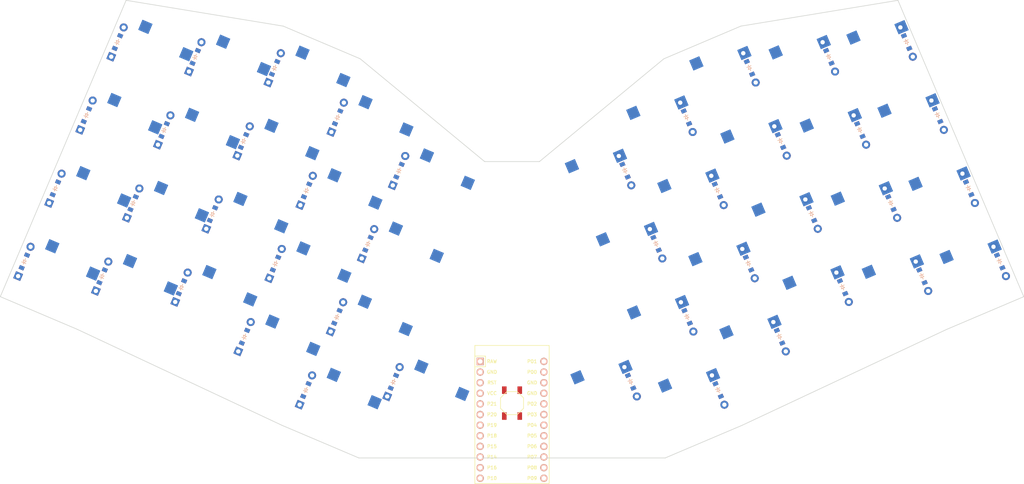
<source format=kicad_pcb>

            
(kicad_pcb (version 20171130) (host pcbnew 5.1.6)

  (page A3)
  (title_block
    (title main)
    (rev v1.0.0)
    (company Unknown)
  )

  (general
    (thickness 1.6)
  )

  (layers
    (0 F.Cu signal)
    (31 B.Cu signal)
    (32 B.Adhes user)
    (33 F.Adhes user)
    (34 B.Paste user)
    (35 F.Paste user)
    (36 B.SilkS user)
    (37 F.SilkS user)
    (38 B.Mask user)
    (39 F.Mask user)
    (40 Dwgs.User user)
    (41 Cmts.User user)
    (42 Eco1.User user)
    (43 Eco2.User user)
    (44 Edge.Cuts user)
    (45 Margin user)
    (46 B.CrtYd user)
    (47 F.CrtYd user)
    (48 B.Fab user)
    (49 F.Fab user)
  )

  (setup
    (last_trace_width 0.25)
    (trace_clearance 0.2)
    (zone_clearance 0.508)
    (zone_45_only no)
    (trace_min 0.2)
    (via_size 0.8)
    (via_drill 0.4)
    (via_min_size 0.4)
    (via_min_drill 0.3)
    (uvia_size 0.3)
    (uvia_drill 0.1)
    (uvias_allowed no)
    (uvia_min_size 0.2)
    (uvia_min_drill 0.1)
    (edge_width 0.05)
    (segment_width 0.2)
    (pcb_text_width 0.3)
    (pcb_text_size 1.5 1.5)
    (mod_edge_width 0.12)
    (mod_text_size 1 1)
    (mod_text_width 0.15)
    (pad_size 1.524 1.524)
    (pad_drill 0.762)
    (pad_to_mask_clearance 0.05)
    (aux_axis_origin 0 0)
    (visible_elements FFFFFF7F)
    (pcbplotparams
      (layerselection 0x010fc_ffffffff)
      (usegerberextensions false)
      (usegerberattributes true)
      (usegerberadvancedattributes true)
      (creategerberjobfile true)
      (excludeedgelayer true)
      (linewidth 0.100000)
      (plotframeref false)
      (viasonmask false)
      (mode 1)
      (useauxorigin false)
      (hpglpennumber 1)
      (hpglpenspeed 20)
      (hpglpendiameter 15.000000)
      (psnegative false)
      (psa4output false)
      (plotreference true)
      (plotvalue true)
      (plotinvisibletext false)
      (padsonsilk false)
      (subtractmaskfromsilk false)
      (outputformat 1)
      (mirror false)
      (drillshape 1)
      (scaleselection 1)
      (outputdirectory ""))
  )

            (net 0 "")
(net 1 "pinky_bottom")
(net 2 "P21")
(net 3 "pinky_home")
(net 4 "pinky_top")
(net 5 "pinky_num")
(net 6 "ring_bottom")
(net 7 "P20")
(net 8 "ring_home")
(net 9 "ring_top")
(net 10 "ring_num")
(net 11 "middle_bottom")
(net 12 "P19")
(net 13 "middle_home")
(net 14 "middle_top")
(net 15 "middle_num")
(net 16 "index_bottom")
(net 17 "P18")
(net 18 "index_home")
(net 19 "index_top")
(net 20 "index_num")
(net 21 "inner_bottom")
(net 22 "P15")
(net 23 "inner_home")
(net 24 "inner_top")
(net 25 "inner_num")
(net 26 "thumb_bottom")
(net 27 "P14")
(net 28 "mirror_pinky_bottom")
(net 29 "P2")
(net 30 "mirror_pinky_home")
(net 31 "mirror_pinky_top")
(net 32 "mirror_pinky_num")
(net 33 "mirror_ring_bottom")
(net 34 "P3")
(net 35 "mirror_ring_home")
(net 36 "mirror_ring_top")
(net 37 "mirror_ring_num")
(net 38 "mirror_middle_bottom")
(net 39 "P4")
(net 40 "mirror_middle_home")
(net 41 "mirror_middle_top")
(net 42 "mirror_middle_num")
(net 43 "mirror_index_bottom")
(net 44 "P5")
(net 45 "mirror_index_home")
(net 46 "mirror_index_top")
(net 47 "mirror_index_num")
(net 48 "mirror_inner_bottom")
(net 49 "P6")
(net 50 "mirror_inner_home")
(net 51 "mirror_inner_top")
(net 52 "mirror_inner_num")
(net 53 "mirror_thumb_bottom")
(net 54 "P7")
(net 55 "P16")
(net 56 "P10")
(net 57 "P9")
(net 58 "P8")
(net 59 "RST")
(net 60 "GND")
(net 61 "RAW")
(net 62 "VCC")
(net 63 "P1")
(net 64 "P0")
            
  (net_class Default "This is the default net class."
    (clearance 0.2)
    (trace_width 0.25)
    (via_dia 0.8)
    (via_drill 0.4)
    (uvia_dia 0.3)
    (uvia_drill 0.1)
    (add_net "")
(add_net "pinky_bottom")
(add_net "P21")
(add_net "pinky_home")
(add_net "pinky_top")
(add_net "pinky_num")
(add_net "ring_bottom")
(add_net "P20")
(add_net "ring_home")
(add_net "ring_top")
(add_net "ring_num")
(add_net "middle_bottom")
(add_net "P19")
(add_net "middle_home")
(add_net "middle_top")
(add_net "middle_num")
(add_net "index_bottom")
(add_net "P18")
(add_net "index_home")
(add_net "index_top")
(add_net "index_num")
(add_net "inner_bottom")
(add_net "P15")
(add_net "inner_home")
(add_net "inner_top")
(add_net "inner_num")
(add_net "thumb_bottom")
(add_net "P14")
(add_net "mirror_pinky_bottom")
(add_net "P2")
(add_net "mirror_pinky_home")
(add_net "mirror_pinky_top")
(add_net "mirror_pinky_num")
(add_net "mirror_ring_bottom")
(add_net "P3")
(add_net "mirror_ring_home")
(add_net "mirror_ring_top")
(add_net "mirror_ring_num")
(add_net "mirror_middle_bottom")
(add_net "P4")
(add_net "mirror_middle_home")
(add_net "mirror_middle_top")
(add_net "mirror_middle_num")
(add_net "mirror_index_bottom")
(add_net "P5")
(add_net "mirror_index_home")
(add_net "mirror_index_top")
(add_net "mirror_index_num")
(add_net "mirror_inner_bottom")
(add_net "P6")
(add_net "mirror_inner_home")
(add_net "mirror_inner_top")
(add_net "mirror_inner_num")
(add_net "mirror_thumb_bottom")
(add_net "P7")
(add_net "P16")
(add_net "P10")
(add_net "P9")
(add_net "P8")
(add_net "RST")
(add_net "GND")
(add_net "RAW")
(add_net "VCC")
(add_net "P1")
(add_net "P0")
  )

            
        
      (module PG1350 (layer F.Cu) (tedit 5DD50112)
      (at 0 0 -23)

      
      (fp_text reference "S1" (at 0 0) (layer F.SilkS) hide (effects (font (size 1.27 1.27) (thickness 0.15))))
      (fp_text value "" (at 0 0) (layer F.SilkS) hide (effects (font (size 1.27 1.27) (thickness 0.15))))

      
      (fp_line (start -7 -6) (end -7 -7) (layer Dwgs.User) (width 0.15))
      (fp_line (start -7 7) (end -6 7) (layer Dwgs.User) (width 0.15))
      (fp_line (start -6 -7) (end -7 -7) (layer Dwgs.User) (width 0.15))
      (fp_line (start -7 7) (end -7 6) (layer Dwgs.User) (width 0.15))
      (fp_line (start 7 6) (end 7 7) (layer Dwgs.User) (width 0.15))
      (fp_line (start 7 -7) (end 6 -7) (layer Dwgs.User) (width 0.15))
      (fp_line (start 6 7) (end 7 7) (layer Dwgs.User) (width 0.15))
      (fp_line (start 7 -7) (end 7 -6) (layer Dwgs.User) (width 0.15))      
      
      
      (pad "" np_thru_hole circle (at 0 0) (size 3.429 3.429) (drill 3.429) (layers *.Cu *.Mask))
        
      
      (pad "" np_thru_hole circle (at 5.5 0) (size 1.7018 1.7018) (drill 1.7018) (layers *.Cu *.Mask))
      (pad "" np_thru_hole circle (at -5.5 0) (size 1.7018 1.7018) (drill 1.7018) (layers *.Cu *.Mask))
      
        
      
      (fp_line (start -9 -8.5) (end 9 -8.5) (layer Dwgs.User) (width 0.15))
      (fp_line (start 9 -8.5) (end 9 8.5) (layer Dwgs.User) (width 0.15))
      (fp_line (start 9 8.5) (end -9 8.5) (layer Dwgs.User) (width 0.15))
      (fp_line (start -9 8.5) (end -9 -8.5) (layer Dwgs.User) (width 0.15))
      
        
          
          (pad "" np_thru_hole circle (at 5 -3.75) (size 3 3) (drill 3) (layers *.Cu *.Mask))
          (pad "" np_thru_hole circle (at 0 -5.95) (size 3 3) (drill 3) (layers *.Cu *.Mask))
      
          
          (pad 1 smd rect (at -3.275 -5.95 -23) (size 2.6 2.6) (layers B.Cu B.Paste B.Mask)  (net 1 "pinky_bottom"))
          (pad 2 smd rect (at 8.275 -3.75 -23) (size 2.6 2.6) (layers B.Cu B.Paste B.Mask)  (net 2 "P21"))
        )
        

        
      (module PG1350 (layer F.Cu) (tedit 5DD50112)
      (at 7.4238914 -17.4895922 -23)

      
      (fp_text reference "S2" (at 0 0) (layer F.SilkS) hide (effects (font (size 1.27 1.27) (thickness 0.15))))
      (fp_text value "" (at 0 0) (layer F.SilkS) hide (effects (font (size 1.27 1.27) (thickness 0.15))))

      
      (fp_line (start -7 -6) (end -7 -7) (layer Dwgs.User) (width 0.15))
      (fp_line (start -7 7) (end -6 7) (layer Dwgs.User) (width 0.15))
      (fp_line (start -6 -7) (end -7 -7) (layer Dwgs.User) (width 0.15))
      (fp_line (start -7 7) (end -7 6) (layer Dwgs.User) (width 0.15))
      (fp_line (start 7 6) (end 7 7) (layer Dwgs.User) (width 0.15))
      (fp_line (start 7 -7) (end 6 -7) (layer Dwgs.User) (width 0.15))
      (fp_line (start 6 7) (end 7 7) (layer Dwgs.User) (width 0.15))
      (fp_line (start 7 -7) (end 7 -6) (layer Dwgs.User) (width 0.15))      
      
      
      (pad "" np_thru_hole circle (at 0 0) (size 3.429 3.429) (drill 3.429) (layers *.Cu *.Mask))
        
      
      (pad "" np_thru_hole circle (at 5.5 0) (size 1.7018 1.7018) (drill 1.7018) (layers *.Cu *.Mask))
      (pad "" np_thru_hole circle (at -5.5 0) (size 1.7018 1.7018) (drill 1.7018) (layers *.Cu *.Mask))
      
        
      
      (fp_line (start -9 -8.5) (end 9 -8.5) (layer Dwgs.User) (width 0.15))
      (fp_line (start 9 -8.5) (end 9 8.5) (layer Dwgs.User) (width 0.15))
      (fp_line (start 9 8.5) (end -9 8.5) (layer Dwgs.User) (width 0.15))
      (fp_line (start -9 8.5) (end -9 -8.5) (layer Dwgs.User) (width 0.15))
      
        
          
          (pad "" np_thru_hole circle (at 5 -3.75) (size 3 3) (drill 3) (layers *.Cu *.Mask))
          (pad "" np_thru_hole circle (at 0 -5.95) (size 3 3) (drill 3) (layers *.Cu *.Mask))
      
          
          (pad 1 smd rect (at -3.275 -5.95 -23) (size 2.6 2.6) (layers B.Cu B.Paste B.Mask)  (net 3 "pinky_home"))
          (pad 2 smd rect (at 8.275 -3.75 -23) (size 2.6 2.6) (layers B.Cu B.Paste B.Mask)  (net 2 "P21"))
        )
        

        
      (module PG1350 (layer F.Cu) (tedit 5DD50112)
      (at 14.8477829 -34.9791844 -23)

      
      (fp_text reference "S3" (at 0 0) (layer F.SilkS) hide (effects (font (size 1.27 1.27) (thickness 0.15))))
      (fp_text value "" (at 0 0) (layer F.SilkS) hide (effects (font (size 1.27 1.27) (thickness 0.15))))

      
      (fp_line (start -7 -6) (end -7 -7) (layer Dwgs.User) (width 0.15))
      (fp_line (start -7 7) (end -6 7) (layer Dwgs.User) (width 0.15))
      (fp_line (start -6 -7) (end -7 -7) (layer Dwgs.User) (width 0.15))
      (fp_line (start -7 7) (end -7 6) (layer Dwgs.User) (width 0.15))
      (fp_line (start 7 6) (end 7 7) (layer Dwgs.User) (width 0.15))
      (fp_line (start 7 -7) (end 6 -7) (layer Dwgs.User) (width 0.15))
      (fp_line (start 6 7) (end 7 7) (layer Dwgs.User) (width 0.15))
      (fp_line (start 7 -7) (end 7 -6) (layer Dwgs.User) (width 0.15))      
      
      
      (pad "" np_thru_hole circle (at 0 0) (size 3.429 3.429) (drill 3.429) (layers *.Cu *.Mask))
        
      
      (pad "" np_thru_hole circle (at 5.5 0) (size 1.7018 1.7018) (drill 1.7018) (layers *.Cu *.Mask))
      (pad "" np_thru_hole circle (at -5.5 0) (size 1.7018 1.7018) (drill 1.7018) (layers *.Cu *.Mask))
      
        
      
      (fp_line (start -9 -8.5) (end 9 -8.5) (layer Dwgs.User) (width 0.15))
      (fp_line (start 9 -8.5) (end 9 8.5) (layer Dwgs.User) (width 0.15))
      (fp_line (start 9 8.5) (end -9 8.5) (layer Dwgs.User) (width 0.15))
      (fp_line (start -9 8.5) (end -9 -8.5) (layer Dwgs.User) (width 0.15))
      
        
          
          (pad "" np_thru_hole circle (at 5 -3.75) (size 3 3) (drill 3) (layers *.Cu *.Mask))
          (pad "" np_thru_hole circle (at 0 -5.95) (size 3 3) (drill 3) (layers *.Cu *.Mask))
      
          
          (pad 1 smd rect (at -3.275 -5.95 -23) (size 2.6 2.6) (layers B.Cu B.Paste B.Mask)  (net 4 "pinky_top"))
          (pad 2 smd rect (at 8.275 -3.75 -23) (size 2.6 2.6) (layers B.Cu B.Paste B.Mask)  (net 2 "P21"))
        )
        

        
      (module PG1350 (layer F.Cu) (tedit 5DD50112)
      (at 22.2716743 -52.4687766 -23)

      
      (fp_text reference "S4" (at 0 0) (layer F.SilkS) hide (effects (font (size 1.27 1.27) (thickness 0.15))))
      (fp_text value "" (at 0 0) (layer F.SilkS) hide (effects (font (size 1.27 1.27) (thickness 0.15))))

      
      (fp_line (start -7 -6) (end -7 -7) (layer Dwgs.User) (width 0.15))
      (fp_line (start -7 7) (end -6 7) (layer Dwgs.User) (width 0.15))
      (fp_line (start -6 -7) (end -7 -7) (layer Dwgs.User) (width 0.15))
      (fp_line (start -7 7) (end -7 6) (layer Dwgs.User) (width 0.15))
      (fp_line (start 7 6) (end 7 7) (layer Dwgs.User) (width 0.15))
      (fp_line (start 7 -7) (end 6 -7) (layer Dwgs.User) (width 0.15))
      (fp_line (start 6 7) (end 7 7) (layer Dwgs.User) (width 0.15))
      (fp_line (start 7 -7) (end 7 -6) (layer Dwgs.User) (width 0.15))      
      
      
      (pad "" np_thru_hole circle (at 0 0) (size 3.429 3.429) (drill 3.429) (layers *.Cu *.Mask))
        
      
      (pad "" np_thru_hole circle (at 5.5 0) (size 1.7018 1.7018) (drill 1.7018) (layers *.Cu *.Mask))
      (pad "" np_thru_hole circle (at -5.5 0) (size 1.7018 1.7018) (drill 1.7018) (layers *.Cu *.Mask))
      
        
      
      (fp_line (start -9 -8.5) (end 9 -8.5) (layer Dwgs.User) (width 0.15))
      (fp_line (start 9 -8.5) (end 9 8.5) (layer Dwgs.User) (width 0.15))
      (fp_line (start 9 8.5) (end -9 8.5) (layer Dwgs.User) (width 0.15))
      (fp_line (start -9 8.5) (end -9 -8.5) (layer Dwgs.User) (width 0.15))
      
        
          
          (pad "" np_thru_hole circle (at 5 -3.75) (size 3 3) (drill 3) (layers *.Cu *.Mask))
          (pad "" np_thru_hole circle (at 0 -5.95) (size 3 3) (drill 3) (layers *.Cu *.Mask))
      
          
          (pad 1 smd rect (at -3.275 -5.95 -23) (size 2.6 2.6) (layers B.Cu B.Paste B.Mask)  (net 5 "pinky_num"))
          (pad 2 smd rect (at 8.275 -3.75 -23) (size 2.6 2.6) (layers B.Cu B.Paste B.Mask)  (net 2 "P21"))
        )
        

        
      (module PG1350 (layer F.Cu) (tedit 5DD50112)
      (at 18.5922643 3.5465065 -23)

      
      (fp_text reference "S5" (at 0 0) (layer F.SilkS) hide (effects (font (size 1.27 1.27) (thickness 0.15))))
      (fp_text value "" (at 0 0) (layer F.SilkS) hide (effects (font (size 1.27 1.27) (thickness 0.15))))

      
      (fp_line (start -7 -6) (end -7 -7) (layer Dwgs.User) (width 0.15))
      (fp_line (start -7 7) (end -6 7) (layer Dwgs.User) (width 0.15))
      (fp_line (start -6 -7) (end -7 -7) (layer Dwgs.User) (width 0.15))
      (fp_line (start -7 7) (end -7 6) (layer Dwgs.User) (width 0.15))
      (fp_line (start 7 6) (end 7 7) (layer Dwgs.User) (width 0.15))
      (fp_line (start 7 -7) (end 6 -7) (layer Dwgs.User) (width 0.15))
      (fp_line (start 6 7) (end 7 7) (layer Dwgs.User) (width 0.15))
      (fp_line (start 7 -7) (end 7 -6) (layer Dwgs.User) (width 0.15))      
      
      
      (pad "" np_thru_hole circle (at 0 0) (size 3.429 3.429) (drill 3.429) (layers *.Cu *.Mask))
        
      
      (pad "" np_thru_hole circle (at 5.5 0) (size 1.7018 1.7018) (drill 1.7018) (layers *.Cu *.Mask))
      (pad "" np_thru_hole circle (at -5.5 0) (size 1.7018 1.7018) (drill 1.7018) (layers *.Cu *.Mask))
      
        
      
      (fp_line (start -9 -8.5) (end 9 -8.5) (layer Dwgs.User) (width 0.15))
      (fp_line (start 9 -8.5) (end 9 8.5) (layer Dwgs.User) (width 0.15))
      (fp_line (start 9 8.5) (end -9 8.5) (layer Dwgs.User) (width 0.15))
      (fp_line (start -9 8.5) (end -9 -8.5) (layer Dwgs.User) (width 0.15))
      
        
          
          (pad "" np_thru_hole circle (at 5 -3.75) (size 3 3) (drill 3) (layers *.Cu *.Mask))
          (pad "" np_thru_hole circle (at 0 -5.95) (size 3 3) (drill 3) (layers *.Cu *.Mask))
      
          
          (pad 1 smd rect (at -3.275 -5.95 -23) (size 2.6 2.6) (layers B.Cu B.Paste B.Mask)  (net 6 "ring_bottom"))
          (pad 2 smd rect (at 8.275 -3.75 -23) (size 2.6 2.6) (layers B.Cu B.Paste B.Mask)  (net 7 "P20"))
        )
        

        
      (module PG1350 (layer F.Cu) (tedit 5DD50112)
      (at 26.0161557 -13.9430858 -23)

      
      (fp_text reference "S6" (at 0 0) (layer F.SilkS) hide (effects (font (size 1.27 1.27) (thickness 0.15))))
      (fp_text value "" (at 0 0) (layer F.SilkS) hide (effects (font (size 1.27 1.27) (thickness 0.15))))

      
      (fp_line (start -7 -6) (end -7 -7) (layer Dwgs.User) (width 0.15))
      (fp_line (start -7 7) (end -6 7) (layer Dwgs.User) (width 0.15))
      (fp_line (start -6 -7) (end -7 -7) (layer Dwgs.User) (width 0.15))
      (fp_line (start -7 7) (end -7 6) (layer Dwgs.User) (width 0.15))
      (fp_line (start 7 6) (end 7 7) (layer Dwgs.User) (width 0.15))
      (fp_line (start 7 -7) (end 6 -7) (layer Dwgs.User) (width 0.15))
      (fp_line (start 6 7) (end 7 7) (layer Dwgs.User) (width 0.15))
      (fp_line (start 7 -7) (end 7 -6) (layer Dwgs.User) (width 0.15))      
      
      
      (pad "" np_thru_hole circle (at 0 0) (size 3.429 3.429) (drill 3.429) (layers *.Cu *.Mask))
        
      
      (pad "" np_thru_hole circle (at 5.5 0) (size 1.7018 1.7018) (drill 1.7018) (layers *.Cu *.Mask))
      (pad "" np_thru_hole circle (at -5.5 0) (size 1.7018 1.7018) (drill 1.7018) (layers *.Cu *.Mask))
      
        
      
      (fp_line (start -9 -8.5) (end 9 -8.5) (layer Dwgs.User) (width 0.15))
      (fp_line (start 9 -8.5) (end 9 8.5) (layer Dwgs.User) (width 0.15))
      (fp_line (start 9 8.5) (end -9 8.5) (layer Dwgs.User) (width 0.15))
      (fp_line (start -9 8.5) (end -9 -8.5) (layer Dwgs.User) (width 0.15))
      
        
          
          (pad "" np_thru_hole circle (at 5 -3.75) (size 3 3) (drill 3) (layers *.Cu *.Mask))
          (pad "" np_thru_hole circle (at 0 -5.95) (size 3 3) (drill 3) (layers *.Cu *.Mask))
      
          
          (pad 1 smd rect (at -3.275 -5.95 -23) (size 2.6 2.6) (layers B.Cu B.Paste B.Mask)  (net 8 "ring_home"))
          (pad 2 smd rect (at 8.275 -3.75 -23) (size 2.6 2.6) (layers B.Cu B.Paste B.Mask)  (net 7 "P20"))
        )
        

        
      (module PG1350 (layer F.Cu) (tedit 5DD50112)
      (at 33.4400472 -31.432678 -23)

      
      (fp_text reference "S7" (at 0 0) (layer F.SilkS) hide (effects (font (size 1.27 1.27) (thickness 0.15))))
      (fp_text value "" (at 0 0) (layer F.SilkS) hide (effects (font (size 1.27 1.27) (thickness 0.15))))

      
      (fp_line (start -7 -6) (end -7 -7) (layer Dwgs.User) (width 0.15))
      (fp_line (start -7 7) (end -6 7) (layer Dwgs.User) (width 0.15))
      (fp_line (start -6 -7) (end -7 -7) (layer Dwgs.User) (width 0.15))
      (fp_line (start -7 7) (end -7 6) (layer Dwgs.User) (width 0.15))
      (fp_line (start 7 6) (end 7 7) (layer Dwgs.User) (width 0.15))
      (fp_line (start 7 -7) (end 6 -7) (layer Dwgs.User) (width 0.15))
      (fp_line (start 6 7) (end 7 7) (layer Dwgs.User) (width 0.15))
      (fp_line (start 7 -7) (end 7 -6) (layer Dwgs.User) (width 0.15))      
      
      
      (pad "" np_thru_hole circle (at 0 0) (size 3.429 3.429) (drill 3.429) (layers *.Cu *.Mask))
        
      
      (pad "" np_thru_hole circle (at 5.5 0) (size 1.7018 1.7018) (drill 1.7018) (layers *.Cu *.Mask))
      (pad "" np_thru_hole circle (at -5.5 0) (size 1.7018 1.7018) (drill 1.7018) (layers *.Cu *.Mask))
      
        
      
      (fp_line (start -9 -8.5) (end 9 -8.5) (layer Dwgs.User) (width 0.15))
      (fp_line (start 9 -8.5) (end 9 8.5) (layer Dwgs.User) (width 0.15))
      (fp_line (start 9 8.5) (end -9 8.5) (layer Dwgs.User) (width 0.15))
      (fp_line (start -9 8.5) (end -9 -8.5) (layer Dwgs.User) (width 0.15))
      
        
          
          (pad "" np_thru_hole circle (at 5 -3.75) (size 3 3) (drill 3) (layers *.Cu *.Mask))
          (pad "" np_thru_hole circle (at 0 -5.95) (size 3 3) (drill 3) (layers *.Cu *.Mask))
      
          
          (pad 1 smd rect (at -3.275 -5.95 -23) (size 2.6 2.6) (layers B.Cu B.Paste B.Mask)  (net 9 "ring_top"))
          (pad 2 smd rect (at 8.275 -3.75 -23) (size 2.6 2.6) (layers B.Cu B.Paste B.Mask)  (net 7 "P20"))
        )
        

        
      (module PG1350 (layer F.Cu) (tedit 5DD50112)
      (at 40.8639386 -48.9222702 -23)

      
      (fp_text reference "S8" (at 0 0) (layer F.SilkS) hide (effects (font (size 1.27 1.27) (thickness 0.15))))
      (fp_text value "" (at 0 0) (layer F.SilkS) hide (effects (font (size 1.27 1.27) (thickness 0.15))))

      
      (fp_line (start -7 -6) (end -7 -7) (layer Dwgs.User) (width 0.15))
      (fp_line (start -7 7) (end -6 7) (layer Dwgs.User) (width 0.15))
      (fp_line (start -6 -7) (end -7 -7) (layer Dwgs.User) (width 0.15))
      (fp_line (start -7 7) (end -7 6) (layer Dwgs.User) (width 0.15))
      (fp_line (start 7 6) (end 7 7) (layer Dwgs.User) (width 0.15))
      (fp_line (start 7 -7) (end 6 -7) (layer Dwgs.User) (width 0.15))
      (fp_line (start 6 7) (end 7 7) (layer Dwgs.User) (width 0.15))
      (fp_line (start 7 -7) (end 7 -6) (layer Dwgs.User) (width 0.15))      
      
      
      (pad "" np_thru_hole circle (at 0 0) (size 3.429 3.429) (drill 3.429) (layers *.Cu *.Mask))
        
      
      (pad "" np_thru_hole circle (at 5.5 0) (size 1.7018 1.7018) (drill 1.7018) (layers *.Cu *.Mask))
      (pad "" np_thru_hole circle (at -5.5 0) (size 1.7018 1.7018) (drill 1.7018) (layers *.Cu *.Mask))
      
        
      
      (fp_line (start -9 -8.5) (end 9 -8.5) (layer Dwgs.User) (width 0.15))
      (fp_line (start 9 -8.5) (end 9 8.5) (layer Dwgs.User) (width 0.15))
      (fp_line (start 9 8.5) (end -9 8.5) (layer Dwgs.User) (width 0.15))
      (fp_line (start -9 8.5) (end -9 -8.5) (layer Dwgs.User) (width 0.15))
      
        
          
          (pad "" np_thru_hole circle (at 5 -3.75) (size 3 3) (drill 3) (layers *.Cu *.Mask))
          (pad "" np_thru_hole circle (at 0 -5.95) (size 3 3) (drill 3) (layers *.Cu *.Mask))
      
          
          (pad 1 smd rect (at -3.275 -5.95 -23) (size 2.6 2.6) (layers B.Cu B.Paste B.Mask)  (net 10 "ring_num"))
          (pad 2 smd rect (at 8.275 -3.75 -23) (size 2.6 2.6) (layers B.Cu B.Paste B.Mask)  (net 7 "P20"))
        )
        

        
      (module PG1350 (layer F.Cu) (tedit 5DD50112)
      (at 37.5752597 6.1725081 -23)

      
      (fp_text reference "S9" (at 0 0) (layer F.SilkS) hide (effects (font (size 1.27 1.27) (thickness 0.15))))
      (fp_text value "" (at 0 0) (layer F.SilkS) hide (effects (font (size 1.27 1.27) (thickness 0.15))))

      
      (fp_line (start -7 -6) (end -7 -7) (layer Dwgs.User) (width 0.15))
      (fp_line (start -7 7) (end -6 7) (layer Dwgs.User) (width 0.15))
      (fp_line (start -6 -7) (end -7 -7) (layer Dwgs.User) (width 0.15))
      (fp_line (start -7 7) (end -7 6) (layer Dwgs.User) (width 0.15))
      (fp_line (start 7 6) (end 7 7) (layer Dwgs.User) (width 0.15))
      (fp_line (start 7 -7) (end 6 -7) (layer Dwgs.User) (width 0.15))
      (fp_line (start 6 7) (end 7 7) (layer Dwgs.User) (width 0.15))
      (fp_line (start 7 -7) (end 7 -6) (layer Dwgs.User) (width 0.15))      
      
      
      (pad "" np_thru_hole circle (at 0 0) (size 3.429 3.429) (drill 3.429) (layers *.Cu *.Mask))
        
      
      (pad "" np_thru_hole circle (at 5.5 0) (size 1.7018 1.7018) (drill 1.7018) (layers *.Cu *.Mask))
      (pad "" np_thru_hole circle (at -5.5 0) (size 1.7018 1.7018) (drill 1.7018) (layers *.Cu *.Mask))
      
        
      
      (fp_line (start -9 -8.5) (end 9 -8.5) (layer Dwgs.User) (width 0.15))
      (fp_line (start 9 -8.5) (end 9 8.5) (layer Dwgs.User) (width 0.15))
      (fp_line (start 9 8.5) (end -9 8.5) (layer Dwgs.User) (width 0.15))
      (fp_line (start -9 8.5) (end -9 -8.5) (layer Dwgs.User) (width 0.15))
      
        
          
          (pad "" np_thru_hole circle (at 5 -3.75) (size 3 3) (drill 3) (layers *.Cu *.Mask))
          (pad "" np_thru_hole circle (at 0 -5.95) (size 3 3) (drill 3) (layers *.Cu *.Mask))
      
          
          (pad 1 smd rect (at -3.275 -5.95 -23) (size 2.6 2.6) (layers B.Cu B.Paste B.Mask)  (net 11 "middle_bottom"))
          (pad 2 smd rect (at 8.275 -3.75 -23) (size 2.6 2.6) (layers B.Cu B.Paste B.Mask)  (net 12 "P19"))
        )
        

        
      (module PG1350 (layer F.Cu) (tedit 5DD50112)
      (at 44.9991512 -11.3170841 -23)

      
      (fp_text reference "S10" (at 0 0) (layer F.SilkS) hide (effects (font (size 1.27 1.27) (thickness 0.15))))
      (fp_text value "" (at 0 0) (layer F.SilkS) hide (effects (font (size 1.27 1.27) (thickness 0.15))))

      
      (fp_line (start -7 -6) (end -7 -7) (layer Dwgs.User) (width 0.15))
      (fp_line (start -7 7) (end -6 7) (layer Dwgs.User) (width 0.15))
      (fp_line (start -6 -7) (end -7 -7) (layer Dwgs.User) (width 0.15))
      (fp_line (start -7 7) (end -7 6) (layer Dwgs.User) (width 0.15))
      (fp_line (start 7 6) (end 7 7) (layer Dwgs.User) (width 0.15))
      (fp_line (start 7 -7) (end 6 -7) (layer Dwgs.User) (width 0.15))
      (fp_line (start 6 7) (end 7 7) (layer Dwgs.User) (width 0.15))
      (fp_line (start 7 -7) (end 7 -6) (layer Dwgs.User) (width 0.15))      
      
      
      (pad "" np_thru_hole circle (at 0 0) (size 3.429 3.429) (drill 3.429) (layers *.Cu *.Mask))
        
      
      (pad "" np_thru_hole circle (at 5.5 0) (size 1.7018 1.7018) (drill 1.7018) (layers *.Cu *.Mask))
      (pad "" np_thru_hole circle (at -5.5 0) (size 1.7018 1.7018) (drill 1.7018) (layers *.Cu *.Mask))
      
        
      
      (fp_line (start -9 -8.5) (end 9 -8.5) (layer Dwgs.User) (width 0.15))
      (fp_line (start 9 -8.5) (end 9 8.5) (layer Dwgs.User) (width 0.15))
      (fp_line (start 9 8.5) (end -9 8.5) (layer Dwgs.User) (width 0.15))
      (fp_line (start -9 8.5) (end -9 -8.5) (layer Dwgs.User) (width 0.15))
      
        
          
          (pad "" np_thru_hole circle (at 5 -3.75) (size 3 3) (drill 3) (layers *.Cu *.Mask))
          (pad "" np_thru_hole circle (at 0 -5.95) (size 3 3) (drill 3) (layers *.Cu *.Mask))
      
          
          (pad 1 smd rect (at -3.275 -5.95 -23) (size 2.6 2.6) (layers B.Cu B.Paste B.Mask)  (net 13 "middle_home"))
          (pad 2 smd rect (at 8.275 -3.75 -23) (size 2.6 2.6) (layers B.Cu B.Paste B.Mask)  (net 12 "P19"))
        )
        

        
      (module PG1350 (layer F.Cu) (tedit 5DD50112)
      (at 52.4230426 -28.8066764 -23)

      
      (fp_text reference "S11" (at 0 0) (layer F.SilkS) hide (effects (font (size 1.27 1.27) (thickness 0.15))))
      (fp_text value "" (at 0 0) (layer F.SilkS) hide (effects (font (size 1.27 1.27) (thickness 0.15))))

      
      (fp_line (start -7 -6) (end -7 -7) (layer Dwgs.User) (width 0.15))
      (fp_line (start -7 7) (end -6 7) (layer Dwgs.User) (width 0.15))
      (fp_line (start -6 -7) (end -7 -7) (layer Dwgs.User) (width 0.15))
      (fp_line (start -7 7) (end -7 6) (layer Dwgs.User) (width 0.15))
      (fp_line (start 7 6) (end 7 7) (layer Dwgs.User) (width 0.15))
      (fp_line (start 7 -7) (end 6 -7) (layer Dwgs.User) (width 0.15))
      (fp_line (start 6 7) (end 7 7) (layer Dwgs.User) (width 0.15))
      (fp_line (start 7 -7) (end 7 -6) (layer Dwgs.User) (width 0.15))      
      
      
      (pad "" np_thru_hole circle (at 0 0) (size 3.429 3.429) (drill 3.429) (layers *.Cu *.Mask))
        
      
      (pad "" np_thru_hole circle (at 5.5 0) (size 1.7018 1.7018) (drill 1.7018) (layers *.Cu *.Mask))
      (pad "" np_thru_hole circle (at -5.5 0) (size 1.7018 1.7018) (drill 1.7018) (layers *.Cu *.Mask))
      
        
      
      (fp_line (start -9 -8.5) (end 9 -8.5) (layer Dwgs.User) (width 0.15))
      (fp_line (start 9 -8.5) (end 9 8.5) (layer Dwgs.User) (width 0.15))
      (fp_line (start 9 8.5) (end -9 8.5) (layer Dwgs.User) (width 0.15))
      (fp_line (start -9 8.5) (end -9 -8.5) (layer Dwgs.User) (width 0.15))
      
        
          
          (pad "" np_thru_hole circle (at 5 -3.75) (size 3 3) (drill 3) (layers *.Cu *.Mask))
          (pad "" np_thru_hole circle (at 0 -5.95) (size 3 3) (drill 3) (layers *.Cu *.Mask))
      
          
          (pad 1 smd rect (at -3.275 -5.95 -23) (size 2.6 2.6) (layers B.Cu B.Paste B.Mask)  (net 14 "middle_top"))
          (pad 2 smd rect (at 8.275 -3.75 -23) (size 2.6 2.6) (layers B.Cu B.Paste B.Mask)  (net 12 "P19"))
        )
        

        
      (module PG1350 (layer F.Cu) (tedit 5DD50112)
      (at 59.8469341 -46.2962686 -23)

      
      (fp_text reference "S12" (at 0 0) (layer F.SilkS) hide (effects (font (size 1.27 1.27) (thickness 0.15))))
      (fp_text value "" (at 0 0) (layer F.SilkS) hide (effects (font (size 1.27 1.27) (thickness 0.15))))

      
      (fp_line (start -7 -6) (end -7 -7) (layer Dwgs.User) (width 0.15))
      (fp_line (start -7 7) (end -6 7) (layer Dwgs.User) (width 0.15))
      (fp_line (start -6 -7) (end -7 -7) (layer Dwgs.User) (width 0.15))
      (fp_line (start -7 7) (end -7 6) (layer Dwgs.User) (width 0.15))
      (fp_line (start 7 6) (end 7 7) (layer Dwgs.User) (width 0.15))
      (fp_line (start 7 -7) (end 6 -7) (layer Dwgs.User) (width 0.15))
      (fp_line (start 6 7) (end 7 7) (layer Dwgs.User) (width 0.15))
      (fp_line (start 7 -7) (end 7 -6) (layer Dwgs.User) (width 0.15))      
      
      
      (pad "" np_thru_hole circle (at 0 0) (size 3.429 3.429) (drill 3.429) (layers *.Cu *.Mask))
        
      
      (pad "" np_thru_hole circle (at 5.5 0) (size 1.7018 1.7018) (drill 1.7018) (layers *.Cu *.Mask))
      (pad "" np_thru_hole circle (at -5.5 0) (size 1.7018 1.7018) (drill 1.7018) (layers *.Cu *.Mask))
      
        
      
      (fp_line (start -9 -8.5) (end 9 -8.5) (layer Dwgs.User) (width 0.15))
      (fp_line (start 9 -8.5) (end 9 8.5) (layer Dwgs.User) (width 0.15))
      (fp_line (start 9 8.5) (end -9 8.5) (layer Dwgs.User) (width 0.15))
      (fp_line (start -9 8.5) (end -9 -8.5) (layer Dwgs.User) (width 0.15))
      
        
          
          (pad "" np_thru_hole circle (at 5 -3.75) (size 3 3) (drill 3) (layers *.Cu *.Mask))
          (pad "" np_thru_hole circle (at 0 -5.95) (size 3 3) (drill 3) (layers *.Cu *.Mask))
      
          
          (pad 1 smd rect (at -3.275 -5.95 -23) (size 2.6 2.6) (layers B.Cu B.Paste B.Mask)  (net 15 "middle_num"))
          (pad 2 smd rect (at 8.275 -3.75 -23) (size 2.6 2.6) (layers B.Cu B.Paste B.Mask)  (net 12 "P19"))
        )
        

        
      (module PG1350 (layer F.Cu) (tedit 5DD50112)
      (at 52.6509439 18.0035582 -23)

      
      (fp_text reference "S13" (at 0 0) (layer F.SilkS) hide (effects (font (size 1.27 1.27) (thickness 0.15))))
      (fp_text value "" (at 0 0) (layer F.SilkS) hide (effects (font (size 1.27 1.27) (thickness 0.15))))

      
      (fp_line (start -7 -6) (end -7 -7) (layer Dwgs.User) (width 0.15))
      (fp_line (start -7 7) (end -6 7) (layer Dwgs.User) (width 0.15))
      (fp_line (start -6 -7) (end -7 -7) (layer Dwgs.User) (width 0.15))
      (fp_line (start -7 7) (end -7 6) (layer Dwgs.User) (width 0.15))
      (fp_line (start 7 6) (end 7 7) (layer Dwgs.User) (width 0.15))
      (fp_line (start 7 -7) (end 6 -7) (layer Dwgs.User) (width 0.15))
      (fp_line (start 6 7) (end 7 7) (layer Dwgs.User) (width 0.15))
      (fp_line (start 7 -7) (end 7 -6) (layer Dwgs.User) (width 0.15))      
      
      
      (pad "" np_thru_hole circle (at 0 0) (size 3.429 3.429) (drill 3.429) (layers *.Cu *.Mask))
        
      
      (pad "" np_thru_hole circle (at 5.5 0) (size 1.7018 1.7018) (drill 1.7018) (layers *.Cu *.Mask))
      (pad "" np_thru_hole circle (at -5.5 0) (size 1.7018 1.7018) (drill 1.7018) (layers *.Cu *.Mask))
      
        
      
      (fp_line (start -9 -8.5) (end 9 -8.5) (layer Dwgs.User) (width 0.15))
      (fp_line (start 9 -8.5) (end 9 8.5) (layer Dwgs.User) (width 0.15))
      (fp_line (start 9 8.5) (end -9 8.5) (layer Dwgs.User) (width 0.15))
      (fp_line (start -9 8.5) (end -9 -8.5) (layer Dwgs.User) (width 0.15))
      
        
          
          (pad "" np_thru_hole circle (at 5 -3.75) (size 3 3) (drill 3) (layers *.Cu *.Mask))
          (pad "" np_thru_hole circle (at 0 -5.95) (size 3 3) (drill 3) (layers *.Cu *.Mask))
      
          
          (pad 1 smd rect (at -3.275 -5.95 -23) (size 2.6 2.6) (layers B.Cu B.Paste B.Mask)  (net 16 "index_bottom"))
          (pad 2 smd rect (at 8.275 -3.75 -23) (size 2.6 2.6) (layers B.Cu B.Paste B.Mask)  (net 17 "P18"))
        )
        

        
      (module PG1350 (layer F.Cu) (tedit 5DD50112)
      (at 60.0748353 0.513966 -23)

      
      (fp_text reference "S14" (at 0 0) (layer F.SilkS) hide (effects (font (size 1.27 1.27) (thickness 0.15))))
      (fp_text value "" (at 0 0) (layer F.SilkS) hide (effects (font (size 1.27 1.27) (thickness 0.15))))

      
      (fp_line (start -7 -6) (end -7 -7) (layer Dwgs.User) (width 0.15))
      (fp_line (start -7 7) (end -6 7) (layer Dwgs.User) (width 0.15))
      (fp_line (start -6 -7) (end -7 -7) (layer Dwgs.User) (width 0.15))
      (fp_line (start -7 7) (end -7 6) (layer Dwgs.User) (width 0.15))
      (fp_line (start 7 6) (end 7 7) (layer Dwgs.User) (width 0.15))
      (fp_line (start 7 -7) (end 6 -7) (layer Dwgs.User) (width 0.15))
      (fp_line (start 6 7) (end 7 7) (layer Dwgs.User) (width 0.15))
      (fp_line (start 7 -7) (end 7 -6) (layer Dwgs.User) (width 0.15))      
      
      
      (pad "" np_thru_hole circle (at 0 0) (size 3.429 3.429) (drill 3.429) (layers *.Cu *.Mask))
        
      
      (pad "" np_thru_hole circle (at 5.5 0) (size 1.7018 1.7018) (drill 1.7018) (layers *.Cu *.Mask))
      (pad "" np_thru_hole circle (at -5.5 0) (size 1.7018 1.7018) (drill 1.7018) (layers *.Cu *.Mask))
      
        
      
      (fp_line (start -9 -8.5) (end 9 -8.5) (layer Dwgs.User) (width 0.15))
      (fp_line (start 9 -8.5) (end 9 8.5) (layer Dwgs.User) (width 0.15))
      (fp_line (start 9 8.5) (end -9 8.5) (layer Dwgs.User) (width 0.15))
      (fp_line (start -9 8.5) (end -9 -8.5) (layer Dwgs.User) (width 0.15))
      
        
          
          (pad "" np_thru_hole circle (at 5 -3.75) (size 3 3) (drill 3) (layers *.Cu *.Mask))
          (pad "" np_thru_hole circle (at 0 -5.95) (size 3 3) (drill 3) (layers *.Cu *.Mask))
      
          
          (pad 1 smd rect (at -3.275 -5.95 -23) (size 2.6 2.6) (layers B.Cu B.Paste B.Mask)  (net 18 "index_home"))
          (pad 2 smd rect (at 8.275 -3.75 -23) (size 2.6 2.6) (layers B.Cu B.Paste B.Mask)  (net 17 "P18"))
        )
        

        
      (module PG1350 (layer F.Cu) (tedit 5DD50112)
      (at 67.4987268 -16.9756262 -23)

      
      (fp_text reference "S15" (at 0 0) (layer F.SilkS) hide (effects (font (size 1.27 1.27) (thickness 0.15))))
      (fp_text value "" (at 0 0) (layer F.SilkS) hide (effects (font (size 1.27 1.27) (thickness 0.15))))

      
      (fp_line (start -7 -6) (end -7 -7) (layer Dwgs.User) (width 0.15))
      (fp_line (start -7 7) (end -6 7) (layer Dwgs.User) (width 0.15))
      (fp_line (start -6 -7) (end -7 -7) (layer Dwgs.User) (width 0.15))
      (fp_line (start -7 7) (end -7 6) (layer Dwgs.User) (width 0.15))
      (fp_line (start 7 6) (end 7 7) (layer Dwgs.User) (width 0.15))
      (fp_line (start 7 -7) (end 6 -7) (layer Dwgs.User) (width 0.15))
      (fp_line (start 6 7) (end 7 7) (layer Dwgs.User) (width 0.15))
      (fp_line (start 7 -7) (end 7 -6) (layer Dwgs.User) (width 0.15))      
      
      
      (pad "" np_thru_hole circle (at 0 0) (size 3.429 3.429) (drill 3.429) (layers *.Cu *.Mask))
        
      
      (pad "" np_thru_hole circle (at 5.5 0) (size 1.7018 1.7018) (drill 1.7018) (layers *.Cu *.Mask))
      (pad "" np_thru_hole circle (at -5.5 0) (size 1.7018 1.7018) (drill 1.7018) (layers *.Cu *.Mask))
      
        
      
      (fp_line (start -9 -8.5) (end 9 -8.5) (layer Dwgs.User) (width 0.15))
      (fp_line (start 9 -8.5) (end 9 8.5) (layer Dwgs.User) (width 0.15))
      (fp_line (start 9 8.5) (end -9 8.5) (layer Dwgs.User) (width 0.15))
      (fp_line (start -9 8.5) (end -9 -8.5) (layer Dwgs.User) (width 0.15))
      
        
          
          (pad "" np_thru_hole circle (at 5 -3.75) (size 3 3) (drill 3) (layers *.Cu *.Mask))
          (pad "" np_thru_hole circle (at 0 -5.95) (size 3 3) (drill 3) (layers *.Cu *.Mask))
      
          
          (pad 1 smd rect (at -3.275 -5.95 -23) (size 2.6 2.6) (layers B.Cu B.Paste B.Mask)  (net 19 "index_top"))
          (pad 2 smd rect (at 8.275 -3.75 -23) (size 2.6 2.6) (layers B.Cu B.Paste B.Mask)  (net 17 "P18"))
        )
        

        
      (module PG1350 (layer F.Cu) (tedit 5DD50112)
      (at 74.9226182 -34.4652184 -23)

      
      (fp_text reference "S16" (at 0 0) (layer F.SilkS) hide (effects (font (size 1.27 1.27) (thickness 0.15))))
      (fp_text value "" (at 0 0) (layer F.SilkS) hide (effects (font (size 1.27 1.27) (thickness 0.15))))

      
      (fp_line (start -7 -6) (end -7 -7) (layer Dwgs.User) (width 0.15))
      (fp_line (start -7 7) (end -6 7) (layer Dwgs.User) (width 0.15))
      (fp_line (start -6 -7) (end -7 -7) (layer Dwgs.User) (width 0.15))
      (fp_line (start -7 7) (end -7 6) (layer Dwgs.User) (width 0.15))
      (fp_line (start 7 6) (end 7 7) (layer Dwgs.User) (width 0.15))
      (fp_line (start 7 -7) (end 6 -7) (layer Dwgs.User) (width 0.15))
      (fp_line (start 6 7) (end 7 7) (layer Dwgs.User) (width 0.15))
      (fp_line (start 7 -7) (end 7 -6) (layer Dwgs.User) (width 0.15))      
      
      
      (pad "" np_thru_hole circle (at 0 0) (size 3.429 3.429) (drill 3.429) (layers *.Cu *.Mask))
        
      
      (pad "" np_thru_hole circle (at 5.5 0) (size 1.7018 1.7018) (drill 1.7018) (layers *.Cu *.Mask))
      (pad "" np_thru_hole circle (at -5.5 0) (size 1.7018 1.7018) (drill 1.7018) (layers *.Cu *.Mask))
      
        
      
      (fp_line (start -9 -8.5) (end 9 -8.5) (layer Dwgs.User) (width 0.15))
      (fp_line (start 9 -8.5) (end 9 8.5) (layer Dwgs.User) (width 0.15))
      (fp_line (start 9 8.5) (end -9 8.5) (layer Dwgs.User) (width 0.15))
      (fp_line (start -9 8.5) (end -9 -8.5) (layer Dwgs.User) (width 0.15))
      
        
          
          (pad "" np_thru_hole circle (at 5 -3.75) (size 3 3) (drill 3) (layers *.Cu *.Mask))
          (pad "" np_thru_hole circle (at 0 -5.95) (size 3 3) (drill 3) (layers *.Cu *.Mask))
      
          
          (pad 1 smd rect (at -3.275 -5.95 -23) (size 2.6 2.6) (layers B.Cu B.Paste B.Mask)  (net 20 "index_num"))
          (pad 2 smd rect (at 8.275 -3.75 -23) (size 2.6 2.6) (layers B.Cu B.Paste B.Mask)  (net 17 "P18"))
        )
        

        
      (module PG1350 (layer F.Cu) (tedit 5DD50112)
      (at 67.3358969 30.7551132 -23)

      
      (fp_text reference "S17" (at 0 0) (layer F.SilkS) hide (effects (font (size 1.27 1.27) (thickness 0.15))))
      (fp_text value "" (at 0 0) (layer F.SilkS) hide (effects (font (size 1.27 1.27) (thickness 0.15))))

      
      (fp_line (start -7 -6) (end -7 -7) (layer Dwgs.User) (width 0.15))
      (fp_line (start -7 7) (end -6 7) (layer Dwgs.User) (width 0.15))
      (fp_line (start -6 -7) (end -7 -7) (layer Dwgs.User) (width 0.15))
      (fp_line (start -7 7) (end -7 6) (layer Dwgs.User) (width 0.15))
      (fp_line (start 7 6) (end 7 7) (layer Dwgs.User) (width 0.15))
      (fp_line (start 7 -7) (end 6 -7) (layer Dwgs.User) (width 0.15))
      (fp_line (start 6 7) (end 7 7) (layer Dwgs.User) (width 0.15))
      (fp_line (start 7 -7) (end 7 -6) (layer Dwgs.User) (width 0.15))      
      
      
      (pad "" np_thru_hole circle (at 0 0) (size 3.429 3.429) (drill 3.429) (layers *.Cu *.Mask))
        
      
      (pad "" np_thru_hole circle (at 5.5 0) (size 1.7018 1.7018) (drill 1.7018) (layers *.Cu *.Mask))
      (pad "" np_thru_hole circle (at -5.5 0) (size 1.7018 1.7018) (drill 1.7018) (layers *.Cu *.Mask))
      
        
      
      (fp_line (start -9 -8.5) (end 9 -8.5) (layer Dwgs.User) (width 0.15))
      (fp_line (start 9 -8.5) (end 9 8.5) (layer Dwgs.User) (width 0.15))
      (fp_line (start 9 8.5) (end -9 8.5) (layer Dwgs.User) (width 0.15))
      (fp_line (start -9 8.5) (end -9 -8.5) (layer Dwgs.User) (width 0.15))
      
        
          
          (pad "" np_thru_hole circle (at 5 -3.75) (size 3 3) (drill 3) (layers *.Cu *.Mask))
          (pad "" np_thru_hole circle (at 0 -5.95) (size 3 3) (drill 3) (layers *.Cu *.Mask))
      
          
          (pad 1 smd rect (at -3.275 -5.95 -23) (size 2.6 2.6) (layers B.Cu B.Paste B.Mask)  (net 21 "inner_bottom"))
          (pad 2 smd rect (at 8.275 -3.75 -23) (size 2.6 2.6) (layers B.Cu B.Paste B.Mask)  (net 22 "P15"))
        )
        

        
      (module PG1350 (layer F.Cu) (tedit 5DD50112)
      (at 74.7597883 13.265521 -23)

      
      (fp_text reference "S18" (at 0 0) (layer F.SilkS) hide (effects (font (size 1.27 1.27) (thickness 0.15))))
      (fp_text value "" (at 0 0) (layer F.SilkS) hide (effects (font (size 1.27 1.27) (thickness 0.15))))

      
      (fp_line (start -7 -6) (end -7 -7) (layer Dwgs.User) (width 0.15))
      (fp_line (start -7 7) (end -6 7) (layer Dwgs.User) (width 0.15))
      (fp_line (start -6 -7) (end -7 -7) (layer Dwgs.User) (width 0.15))
      (fp_line (start -7 7) (end -7 6) (layer Dwgs.User) (width 0.15))
      (fp_line (start 7 6) (end 7 7) (layer Dwgs.User) (width 0.15))
      (fp_line (start 7 -7) (end 6 -7) (layer Dwgs.User) (width 0.15))
      (fp_line (start 6 7) (end 7 7) (layer Dwgs.User) (width 0.15))
      (fp_line (start 7 -7) (end 7 -6) (layer Dwgs.User) (width 0.15))      
      
      
      (pad "" np_thru_hole circle (at 0 0) (size 3.429 3.429) (drill 3.429) (layers *.Cu *.Mask))
        
      
      (pad "" np_thru_hole circle (at 5.5 0) (size 1.7018 1.7018) (drill 1.7018) (layers *.Cu *.Mask))
      (pad "" np_thru_hole circle (at -5.5 0) (size 1.7018 1.7018) (drill 1.7018) (layers *.Cu *.Mask))
      
        
      
      (fp_line (start -9 -8.5) (end 9 -8.5) (layer Dwgs.User) (width 0.15))
      (fp_line (start 9 -8.5) (end 9 8.5) (layer Dwgs.User) (width 0.15))
      (fp_line (start 9 8.5) (end -9 8.5) (layer Dwgs.User) (width 0.15))
      (fp_line (start -9 8.5) (end -9 -8.5) (layer Dwgs.User) (width 0.15))
      
        
          
          (pad "" np_thru_hole circle (at 5 -3.75) (size 3 3) (drill 3) (layers *.Cu *.Mask))
          (pad "" np_thru_hole circle (at 0 -5.95) (size 3 3) (drill 3) (layers *.Cu *.Mask))
      
          
          (pad 1 smd rect (at -3.275 -5.95 -23) (size 2.6 2.6) (layers B.Cu B.Paste B.Mask)  (net 23 "inner_home"))
          (pad 2 smd rect (at 8.275 -3.75 -23) (size 2.6 2.6) (layers B.Cu B.Paste B.Mask)  (net 22 "P15"))
        )
        

        
      (module PG1350 (layer F.Cu) (tedit 5DD50112)
      (at 82.1836798 -4.2240712 -23)

      
      (fp_text reference "S19" (at 0 0) (layer F.SilkS) hide (effects (font (size 1.27 1.27) (thickness 0.15))))
      (fp_text value "" (at 0 0) (layer F.SilkS) hide (effects (font (size 1.27 1.27) (thickness 0.15))))

      
      (fp_line (start -7 -6) (end -7 -7) (layer Dwgs.User) (width 0.15))
      (fp_line (start -7 7) (end -6 7) (layer Dwgs.User) (width 0.15))
      (fp_line (start -6 -7) (end -7 -7) (layer Dwgs.User) (width 0.15))
      (fp_line (start -7 7) (end -7 6) (layer Dwgs.User) (width 0.15))
      (fp_line (start 7 6) (end 7 7) (layer Dwgs.User) (width 0.15))
      (fp_line (start 7 -7) (end 6 -7) (layer Dwgs.User) (width 0.15))
      (fp_line (start 6 7) (end 7 7) (layer Dwgs.User) (width 0.15))
      (fp_line (start 7 -7) (end 7 -6) (layer Dwgs.User) (width 0.15))      
      
      
      (pad "" np_thru_hole circle (at 0 0) (size 3.429 3.429) (drill 3.429) (layers *.Cu *.Mask))
        
      
      (pad "" np_thru_hole circle (at 5.5 0) (size 1.7018 1.7018) (drill 1.7018) (layers *.Cu *.Mask))
      (pad "" np_thru_hole circle (at -5.5 0) (size 1.7018 1.7018) (drill 1.7018) (layers *.Cu *.Mask))
      
        
      
      (fp_line (start -9 -8.5) (end 9 -8.5) (layer Dwgs.User) (width 0.15))
      (fp_line (start 9 -8.5) (end 9 8.5) (layer Dwgs.User) (width 0.15))
      (fp_line (start 9 8.5) (end -9 8.5) (layer Dwgs.User) (width 0.15))
      (fp_line (start -9 8.5) (end -9 -8.5) (layer Dwgs.User) (width 0.15))
      
        
          
          (pad "" np_thru_hole circle (at 5 -3.75) (size 3 3) (drill 3) (layers *.Cu *.Mask))
          (pad "" np_thru_hole circle (at 0 -5.95) (size 3 3) (drill 3) (layers *.Cu *.Mask))
      
          
          (pad 1 smd rect (at -3.275 -5.95 -23) (size 2.6 2.6) (layers B.Cu B.Paste B.Mask)  (net 24 "inner_top"))
          (pad 2 smd rect (at 8.275 -3.75 -23) (size 2.6 2.6) (layers B.Cu B.Paste B.Mask)  (net 22 "P15"))
        )
        

        
      (module PG1350 (layer F.Cu) (tedit 5DD50112)
      (at 89.6075712 -21.7136634 -23)

      
      (fp_text reference "S20" (at 0 0) (layer F.SilkS) hide (effects (font (size 1.27 1.27) (thickness 0.15))))
      (fp_text value "" (at 0 0) (layer F.SilkS) hide (effects (font (size 1.27 1.27) (thickness 0.15))))

      
      (fp_line (start -7 -6) (end -7 -7) (layer Dwgs.User) (width 0.15))
      (fp_line (start -7 7) (end -6 7) (layer Dwgs.User) (width 0.15))
      (fp_line (start -6 -7) (end -7 -7) (layer Dwgs.User) (width 0.15))
      (fp_line (start -7 7) (end -7 6) (layer Dwgs.User) (width 0.15))
      (fp_line (start 7 6) (end 7 7) (layer Dwgs.User) (width 0.15))
      (fp_line (start 7 -7) (end 6 -7) (layer Dwgs.User) (width 0.15))
      (fp_line (start 6 7) (end 7 7) (layer Dwgs.User) (width 0.15))
      (fp_line (start 7 -7) (end 7 -6) (layer Dwgs.User) (width 0.15))      
      
      
      (pad "" np_thru_hole circle (at 0 0) (size 3.429 3.429) (drill 3.429) (layers *.Cu *.Mask))
        
      
      (pad "" np_thru_hole circle (at 5.5 0) (size 1.7018 1.7018) (drill 1.7018) (layers *.Cu *.Mask))
      (pad "" np_thru_hole circle (at -5.5 0) (size 1.7018 1.7018) (drill 1.7018) (layers *.Cu *.Mask))
      
        
      
      (fp_line (start -9 -8.5) (end 9 -8.5) (layer Dwgs.User) (width 0.15))
      (fp_line (start 9 -8.5) (end 9 8.5) (layer Dwgs.User) (width 0.15))
      (fp_line (start 9 8.5) (end -9 8.5) (layer Dwgs.User) (width 0.15))
      (fp_line (start -9 8.5) (end -9 -8.5) (layer Dwgs.User) (width 0.15))
      
        
          
          (pad "" np_thru_hole circle (at 5 -3.75) (size 3 3) (drill 3) (layers *.Cu *.Mask))
          (pad "" np_thru_hole circle (at 0 -5.95) (size 3 3) (drill 3) (layers *.Cu *.Mask))
      
          
          (pad 1 smd rect (at -3.275 -5.95 -23) (size 2.6 2.6) (layers B.Cu B.Paste B.Mask)  (net 25 "inner_num"))
          (pad 2 smd rect (at 8.275 -3.75 -23) (size 2.6 2.6) (layers B.Cu B.Paste B.Mask)  (net 22 "P15"))
        )
        

        
      (module PG1350 (layer F.Cu) (tedit 5DD50112)
      (at 88.272548 28.7785906 -23)

      
      (fp_text reference "S21" (at 0 0) (layer F.SilkS) hide (effects (font (size 1.27 1.27) (thickness 0.15))))
      (fp_text value "" (at 0 0) (layer F.SilkS) hide (effects (font (size 1.27 1.27) (thickness 0.15))))

      
      (fp_line (start -7 -6) (end -7 -7) (layer Dwgs.User) (width 0.15))
      (fp_line (start -7 7) (end -6 7) (layer Dwgs.User) (width 0.15))
      (fp_line (start -6 -7) (end -7 -7) (layer Dwgs.User) (width 0.15))
      (fp_line (start -7 7) (end -7 6) (layer Dwgs.User) (width 0.15))
      (fp_line (start 7 6) (end 7 7) (layer Dwgs.User) (width 0.15))
      (fp_line (start 7 -7) (end 6 -7) (layer Dwgs.User) (width 0.15))
      (fp_line (start 6 7) (end 7 7) (layer Dwgs.User) (width 0.15))
      (fp_line (start 7 -7) (end 7 -6) (layer Dwgs.User) (width 0.15))      
      
      
      (pad "" np_thru_hole circle (at 0 0) (size 3.429 3.429) (drill 3.429) (layers *.Cu *.Mask))
        
      
      (pad "" np_thru_hole circle (at 5.5 0) (size 1.7018 1.7018) (drill 1.7018) (layers *.Cu *.Mask))
      (pad "" np_thru_hole circle (at -5.5 0) (size 1.7018 1.7018) (drill 1.7018) (layers *.Cu *.Mask))
      
        
      
      (fp_line (start -9 -8.5) (end 9 -8.5) (layer Dwgs.User) (width 0.15))
      (fp_line (start 9 -8.5) (end 9 8.5) (layer Dwgs.User) (width 0.15))
      (fp_line (start 9 8.5) (end -9 8.5) (layer Dwgs.User) (width 0.15))
      (fp_line (start -9 8.5) (end -9 -8.5) (layer Dwgs.User) (width 0.15))
      
        
          
          (pad "" np_thru_hole circle (at 5 -3.75) (size 3 3) (drill 3) (layers *.Cu *.Mask))
          (pad "" np_thru_hole circle (at 0 -5.95) (size 3 3) (drill 3) (layers *.Cu *.Mask))
      
          
          (pad 1 smd rect (at -3.275 -5.95 -23) (size 2.6 2.6) (layers B.Cu B.Paste B.Mask)  (net 26 "thumb_bottom"))
          (pad 2 smd rect (at 8.275 -3.75 -23) (size 2.6 2.6) (layers B.Cu B.Paste B.Mask)  (net 27 "P14"))
        )
        

        
      (module PG1350 (layer F.Cu) (tedit 5DD50112)
      (at 218.545096 0 23)

      
      (fp_text reference "S22" (at 0 0) (layer F.SilkS) hide (effects (font (size 1.27 1.27) (thickness 0.15))))
      (fp_text value "" (at 0 0) (layer F.SilkS) hide (effects (font (size 1.27 1.27) (thickness 0.15))))

      
      (fp_line (start -7 -6) (end -7 -7) (layer Dwgs.User) (width 0.15))
      (fp_line (start -7 7) (end -6 7) (layer Dwgs.User) (width 0.15))
      (fp_line (start -6 -7) (end -7 -7) (layer Dwgs.User) (width 0.15))
      (fp_line (start -7 7) (end -7 6) (layer Dwgs.User) (width 0.15))
      (fp_line (start 7 6) (end 7 7) (layer Dwgs.User) (width 0.15))
      (fp_line (start 7 -7) (end 6 -7) (layer Dwgs.User) (width 0.15))
      (fp_line (start 6 7) (end 7 7) (layer Dwgs.User) (width 0.15))
      (fp_line (start 7 -7) (end 7 -6) (layer Dwgs.User) (width 0.15))      
      
      
      (pad "" np_thru_hole circle (at 0 0) (size 3.429 3.429) (drill 3.429) (layers *.Cu *.Mask))
        
      
      (pad "" np_thru_hole circle (at 5.5 0) (size 1.7018 1.7018) (drill 1.7018) (layers *.Cu *.Mask))
      (pad "" np_thru_hole circle (at -5.5 0) (size 1.7018 1.7018) (drill 1.7018) (layers *.Cu *.Mask))
      
        
      
      (fp_line (start -9 -8.5) (end 9 -8.5) (layer Dwgs.User) (width 0.15))
      (fp_line (start 9 -8.5) (end 9 8.5) (layer Dwgs.User) (width 0.15))
      (fp_line (start 9 8.5) (end -9 8.5) (layer Dwgs.User) (width 0.15))
      (fp_line (start -9 8.5) (end -9 -8.5) (layer Dwgs.User) (width 0.15))
      
        
          
          (pad "" np_thru_hole circle (at 5 -3.75) (size 3 3) (drill 3) (layers *.Cu *.Mask))
          (pad "" np_thru_hole circle (at 0 -5.95) (size 3 3) (drill 3) (layers *.Cu *.Mask))
      
          
          (pad 1 smd rect (at -3.275 -5.95 23) (size 2.6 2.6) (layers B.Cu B.Paste B.Mask)  (net 28 "mirror_pinky_bottom"))
          (pad 2 smd rect (at 8.275 -3.75 23) (size 2.6 2.6) (layers B.Cu B.Paste B.Mask)  (net 29 "P2"))
        )
        

        
      (module PG1350 (layer F.Cu) (tedit 5DD50112)
      (at 211.1212046 -17.4895922 23)

      
      (fp_text reference "S23" (at 0 0) (layer F.SilkS) hide (effects (font (size 1.27 1.27) (thickness 0.15))))
      (fp_text value "" (at 0 0) (layer F.SilkS) hide (effects (font (size 1.27 1.27) (thickness 0.15))))

      
      (fp_line (start -7 -6) (end -7 -7) (layer Dwgs.User) (width 0.15))
      (fp_line (start -7 7) (end -6 7) (layer Dwgs.User) (width 0.15))
      (fp_line (start -6 -7) (end -7 -7) (layer Dwgs.User) (width 0.15))
      (fp_line (start -7 7) (end -7 6) (layer Dwgs.User) (width 0.15))
      (fp_line (start 7 6) (end 7 7) (layer Dwgs.User) (width 0.15))
      (fp_line (start 7 -7) (end 6 -7) (layer Dwgs.User) (width 0.15))
      (fp_line (start 6 7) (end 7 7) (layer Dwgs.User) (width 0.15))
      (fp_line (start 7 -7) (end 7 -6) (layer Dwgs.User) (width 0.15))      
      
      
      (pad "" np_thru_hole circle (at 0 0) (size 3.429 3.429) (drill 3.429) (layers *.Cu *.Mask))
        
      
      (pad "" np_thru_hole circle (at 5.5 0) (size 1.7018 1.7018) (drill 1.7018) (layers *.Cu *.Mask))
      (pad "" np_thru_hole circle (at -5.5 0) (size 1.7018 1.7018) (drill 1.7018) (layers *.Cu *.Mask))
      
        
      
      (fp_line (start -9 -8.5) (end 9 -8.5) (layer Dwgs.User) (width 0.15))
      (fp_line (start 9 -8.5) (end 9 8.5) (layer Dwgs.User) (width 0.15))
      (fp_line (start 9 8.5) (end -9 8.5) (layer Dwgs.User) (width 0.15))
      (fp_line (start -9 8.5) (end -9 -8.5) (layer Dwgs.User) (width 0.15))
      
        
          
          (pad "" np_thru_hole circle (at 5 -3.75) (size 3 3) (drill 3) (layers *.Cu *.Mask))
          (pad "" np_thru_hole circle (at 0 -5.95) (size 3 3) (drill 3) (layers *.Cu *.Mask))
      
          
          (pad 1 smd rect (at -3.275 -5.95 23) (size 2.6 2.6) (layers B.Cu B.Paste B.Mask)  (net 30 "mirror_pinky_home"))
          (pad 2 smd rect (at 8.275 -3.75 23) (size 2.6 2.6) (layers B.Cu B.Paste B.Mask)  (net 29 "P2"))
        )
        

        
      (module PG1350 (layer F.Cu) (tedit 5DD50112)
      (at 203.6973131 -34.9791844 23)

      
      (fp_text reference "S24" (at 0 0) (layer F.SilkS) hide (effects (font (size 1.27 1.27) (thickness 0.15))))
      (fp_text value "" (at 0 0) (layer F.SilkS) hide (effects (font (size 1.27 1.27) (thickness 0.15))))

      
      (fp_line (start -7 -6) (end -7 -7) (layer Dwgs.User) (width 0.15))
      (fp_line (start -7 7) (end -6 7) (layer Dwgs.User) (width 0.15))
      (fp_line (start -6 -7) (end -7 -7) (layer Dwgs.User) (width 0.15))
      (fp_line (start -7 7) (end -7 6) (layer Dwgs.User) (width 0.15))
      (fp_line (start 7 6) (end 7 7) (layer Dwgs.User) (width 0.15))
      (fp_line (start 7 -7) (end 6 -7) (layer Dwgs.User) (width 0.15))
      (fp_line (start 6 7) (end 7 7) (layer Dwgs.User) (width 0.15))
      (fp_line (start 7 -7) (end 7 -6) (layer Dwgs.User) (width 0.15))      
      
      
      (pad "" np_thru_hole circle (at 0 0) (size 3.429 3.429) (drill 3.429) (layers *.Cu *.Mask))
        
      
      (pad "" np_thru_hole circle (at 5.5 0) (size 1.7018 1.7018) (drill 1.7018) (layers *.Cu *.Mask))
      (pad "" np_thru_hole circle (at -5.5 0) (size 1.7018 1.7018) (drill 1.7018) (layers *.Cu *.Mask))
      
        
      
      (fp_line (start -9 -8.5) (end 9 -8.5) (layer Dwgs.User) (width 0.15))
      (fp_line (start 9 -8.5) (end 9 8.5) (layer Dwgs.User) (width 0.15))
      (fp_line (start 9 8.5) (end -9 8.5) (layer Dwgs.User) (width 0.15))
      (fp_line (start -9 8.5) (end -9 -8.5) (layer Dwgs.User) (width 0.15))
      
        
          
          (pad "" np_thru_hole circle (at 5 -3.75) (size 3 3) (drill 3) (layers *.Cu *.Mask))
          (pad "" np_thru_hole circle (at 0 -5.95) (size 3 3) (drill 3) (layers *.Cu *.Mask))
      
          
          (pad 1 smd rect (at -3.275 -5.95 23) (size 2.6 2.6) (layers B.Cu B.Paste B.Mask)  (net 31 "mirror_pinky_top"))
          (pad 2 smd rect (at 8.275 -3.75 23) (size 2.6 2.6) (layers B.Cu B.Paste B.Mask)  (net 29 "P2"))
        )
        

        
      (module PG1350 (layer F.Cu) (tedit 5DD50112)
      (at 196.2734217 -52.4687766 23)

      
      (fp_text reference "S25" (at 0 0) (layer F.SilkS) hide (effects (font (size 1.27 1.27) (thickness 0.15))))
      (fp_text value "" (at 0 0) (layer F.SilkS) hide (effects (font (size 1.27 1.27) (thickness 0.15))))

      
      (fp_line (start -7 -6) (end -7 -7) (layer Dwgs.User) (width 0.15))
      (fp_line (start -7 7) (end -6 7) (layer Dwgs.User) (width 0.15))
      (fp_line (start -6 -7) (end -7 -7) (layer Dwgs.User) (width 0.15))
      (fp_line (start -7 7) (end -7 6) (layer Dwgs.User) (width 0.15))
      (fp_line (start 7 6) (end 7 7) (layer Dwgs.User) (width 0.15))
      (fp_line (start 7 -7) (end 6 -7) (layer Dwgs.User) (width 0.15))
      (fp_line (start 6 7) (end 7 7) (layer Dwgs.User) (width 0.15))
      (fp_line (start 7 -7) (end 7 -6) (layer Dwgs.User) (width 0.15))      
      
      
      (pad "" np_thru_hole circle (at 0 0) (size 3.429 3.429) (drill 3.429) (layers *.Cu *.Mask))
        
      
      (pad "" np_thru_hole circle (at 5.5 0) (size 1.7018 1.7018) (drill 1.7018) (layers *.Cu *.Mask))
      (pad "" np_thru_hole circle (at -5.5 0) (size 1.7018 1.7018) (drill 1.7018) (layers *.Cu *.Mask))
      
        
      
      (fp_line (start -9 -8.5) (end 9 -8.5) (layer Dwgs.User) (width 0.15))
      (fp_line (start 9 -8.5) (end 9 8.5) (layer Dwgs.User) (width 0.15))
      (fp_line (start 9 8.5) (end -9 8.5) (layer Dwgs.User) (width 0.15))
      (fp_line (start -9 8.5) (end -9 -8.5) (layer Dwgs.User) (width 0.15))
      
        
          
          (pad "" np_thru_hole circle (at 5 -3.75) (size 3 3) (drill 3) (layers *.Cu *.Mask))
          (pad "" np_thru_hole circle (at 0 -5.95) (size 3 3) (drill 3) (layers *.Cu *.Mask))
      
          
          (pad 1 smd rect (at -3.275 -5.95 23) (size 2.6 2.6) (layers B.Cu B.Paste B.Mask)  (net 32 "mirror_pinky_num"))
          (pad 2 smd rect (at 8.275 -3.75 23) (size 2.6 2.6) (layers B.Cu B.Paste B.Mask)  (net 29 "P2"))
        )
        

        
      (module PG1350 (layer F.Cu) (tedit 5DD50112)
      (at 199.9528317 3.5465065 23)

      
      (fp_text reference "S26" (at 0 0) (layer F.SilkS) hide (effects (font (size 1.27 1.27) (thickness 0.15))))
      (fp_text value "" (at 0 0) (layer F.SilkS) hide (effects (font (size 1.27 1.27) (thickness 0.15))))

      
      (fp_line (start -7 -6) (end -7 -7) (layer Dwgs.User) (width 0.15))
      (fp_line (start -7 7) (end -6 7) (layer Dwgs.User) (width 0.15))
      (fp_line (start -6 -7) (end -7 -7) (layer Dwgs.User) (width 0.15))
      (fp_line (start -7 7) (end -7 6) (layer Dwgs.User) (width 0.15))
      (fp_line (start 7 6) (end 7 7) (layer Dwgs.User) (width 0.15))
      (fp_line (start 7 -7) (end 6 -7) (layer Dwgs.User) (width 0.15))
      (fp_line (start 6 7) (end 7 7) (layer Dwgs.User) (width 0.15))
      (fp_line (start 7 -7) (end 7 -6) (layer Dwgs.User) (width 0.15))      
      
      
      (pad "" np_thru_hole circle (at 0 0) (size 3.429 3.429) (drill 3.429) (layers *.Cu *.Mask))
        
      
      (pad "" np_thru_hole circle (at 5.5 0) (size 1.7018 1.7018) (drill 1.7018) (layers *.Cu *.Mask))
      (pad "" np_thru_hole circle (at -5.5 0) (size 1.7018 1.7018) (drill 1.7018) (layers *.Cu *.Mask))
      
        
      
      (fp_line (start -9 -8.5) (end 9 -8.5) (layer Dwgs.User) (width 0.15))
      (fp_line (start 9 -8.5) (end 9 8.5) (layer Dwgs.User) (width 0.15))
      (fp_line (start 9 8.5) (end -9 8.5) (layer Dwgs.User) (width 0.15))
      (fp_line (start -9 8.5) (end -9 -8.5) (layer Dwgs.User) (width 0.15))
      
        
          
          (pad "" np_thru_hole circle (at 5 -3.75) (size 3 3) (drill 3) (layers *.Cu *.Mask))
          (pad "" np_thru_hole circle (at 0 -5.95) (size 3 3) (drill 3) (layers *.Cu *.Mask))
      
          
          (pad 1 smd rect (at -3.275 -5.95 23) (size 2.6 2.6) (layers B.Cu B.Paste B.Mask)  (net 33 "mirror_ring_bottom"))
          (pad 2 smd rect (at 8.275 -3.75 23) (size 2.6 2.6) (layers B.Cu B.Paste B.Mask)  (net 34 "P3"))
        )
        

        
      (module PG1350 (layer F.Cu) (tedit 5DD50112)
      (at 192.5289403 -13.9430858 23)

      
      (fp_text reference "S27" (at 0 0) (layer F.SilkS) hide (effects (font (size 1.27 1.27) (thickness 0.15))))
      (fp_text value "" (at 0 0) (layer F.SilkS) hide (effects (font (size 1.27 1.27) (thickness 0.15))))

      
      (fp_line (start -7 -6) (end -7 -7) (layer Dwgs.User) (width 0.15))
      (fp_line (start -7 7) (end -6 7) (layer Dwgs.User) (width 0.15))
      (fp_line (start -6 -7) (end -7 -7) (layer Dwgs.User) (width 0.15))
      (fp_line (start -7 7) (end -7 6) (layer Dwgs.User) (width 0.15))
      (fp_line (start 7 6) (end 7 7) (layer Dwgs.User) (width 0.15))
      (fp_line (start 7 -7) (end 6 -7) (layer Dwgs.User) (width 0.15))
      (fp_line (start 6 7) (end 7 7) (layer Dwgs.User) (width 0.15))
      (fp_line (start 7 -7) (end 7 -6) (layer Dwgs.User) (width 0.15))      
      
      
      (pad "" np_thru_hole circle (at 0 0) (size 3.429 3.429) (drill 3.429) (layers *.Cu *.Mask))
        
      
      (pad "" np_thru_hole circle (at 5.5 0) (size 1.7018 1.7018) (drill 1.7018) (layers *.Cu *.Mask))
      (pad "" np_thru_hole circle (at -5.5 0) (size 1.7018 1.7018) (drill 1.7018) (layers *.Cu *.Mask))
      
        
      
      (fp_line (start -9 -8.5) (end 9 -8.5) (layer Dwgs.User) (width 0.15))
      (fp_line (start 9 -8.5) (end 9 8.5) (layer Dwgs.User) (width 0.15))
      (fp_line (start 9 8.5) (end -9 8.5) (layer Dwgs.User) (width 0.15))
      (fp_line (start -9 8.5) (end -9 -8.5) (layer Dwgs.User) (width 0.15))
      
        
          
          (pad "" np_thru_hole circle (at 5 -3.75) (size 3 3) (drill 3) (layers *.Cu *.Mask))
          (pad "" np_thru_hole circle (at 0 -5.95) (size 3 3) (drill 3) (layers *.Cu *.Mask))
      
          
          (pad 1 smd rect (at -3.275 -5.95 23) (size 2.6 2.6) (layers B.Cu B.Paste B.Mask)  (net 35 "mirror_ring_home"))
          (pad 2 smd rect (at 8.275 -3.75 23) (size 2.6 2.6) (layers B.Cu B.Paste B.Mask)  (net 34 "P3"))
        )
        

        
      (module PG1350 (layer F.Cu) (tedit 5DD50112)
      (at 185.1050488 -31.432678 23)

      
      (fp_text reference "S28" (at 0 0) (layer F.SilkS) hide (effects (font (size 1.27 1.27) (thickness 0.15))))
      (fp_text value "" (at 0 0) (layer F.SilkS) hide (effects (font (size 1.27 1.27) (thickness 0.15))))

      
      (fp_line (start -7 -6) (end -7 -7) (layer Dwgs.User) (width 0.15))
      (fp_line (start -7 7) (end -6 7) (layer Dwgs.User) (width 0.15))
      (fp_line (start -6 -7) (end -7 -7) (layer Dwgs.User) (width 0.15))
      (fp_line (start -7 7) (end -7 6) (layer Dwgs.User) (width 0.15))
      (fp_line (start 7 6) (end 7 7) (layer Dwgs.User) (width 0.15))
      (fp_line (start 7 -7) (end 6 -7) (layer Dwgs.User) (width 0.15))
      (fp_line (start 6 7) (end 7 7) (layer Dwgs.User) (width 0.15))
      (fp_line (start 7 -7) (end 7 -6) (layer Dwgs.User) (width 0.15))      
      
      
      (pad "" np_thru_hole circle (at 0 0) (size 3.429 3.429) (drill 3.429) (layers *.Cu *.Mask))
        
      
      (pad "" np_thru_hole circle (at 5.5 0) (size 1.7018 1.7018) (drill 1.7018) (layers *.Cu *.Mask))
      (pad "" np_thru_hole circle (at -5.5 0) (size 1.7018 1.7018) (drill 1.7018) (layers *.Cu *.Mask))
      
        
      
      (fp_line (start -9 -8.5) (end 9 -8.5) (layer Dwgs.User) (width 0.15))
      (fp_line (start 9 -8.5) (end 9 8.5) (layer Dwgs.User) (width 0.15))
      (fp_line (start 9 8.5) (end -9 8.5) (layer Dwgs.User) (width 0.15))
      (fp_line (start -9 8.5) (end -9 -8.5) (layer Dwgs.User) (width 0.15))
      
        
          
          (pad "" np_thru_hole circle (at 5 -3.75) (size 3 3) (drill 3) (layers *.Cu *.Mask))
          (pad "" np_thru_hole circle (at 0 -5.95) (size 3 3) (drill 3) (layers *.Cu *.Mask))
      
          
          (pad 1 smd rect (at -3.275 -5.95 23) (size 2.6 2.6) (layers B.Cu B.Paste B.Mask)  (net 36 "mirror_ring_top"))
          (pad 2 smd rect (at 8.275 -3.75 23) (size 2.6 2.6) (layers B.Cu B.Paste B.Mask)  (net 34 "P3"))
        )
        

        
      (module PG1350 (layer F.Cu) (tedit 5DD50112)
      (at 177.68115740000002 -48.9222702 23)

      
      (fp_text reference "S29" (at 0 0) (layer F.SilkS) hide (effects (font (size 1.27 1.27) (thickness 0.15))))
      (fp_text value "" (at 0 0) (layer F.SilkS) hide (effects (font (size 1.27 1.27) (thickness 0.15))))

      
      (fp_line (start -7 -6) (end -7 -7) (layer Dwgs.User) (width 0.15))
      (fp_line (start -7 7) (end -6 7) (layer Dwgs.User) (width 0.15))
      (fp_line (start -6 -7) (end -7 -7) (layer Dwgs.User) (width 0.15))
      (fp_line (start -7 7) (end -7 6) (layer Dwgs.User) (width 0.15))
      (fp_line (start 7 6) (end 7 7) (layer Dwgs.User) (width 0.15))
      (fp_line (start 7 -7) (end 6 -7) (layer Dwgs.User) (width 0.15))
      (fp_line (start 6 7) (end 7 7) (layer Dwgs.User) (width 0.15))
      (fp_line (start 7 -7) (end 7 -6) (layer Dwgs.User) (width 0.15))      
      
      
      (pad "" np_thru_hole circle (at 0 0) (size 3.429 3.429) (drill 3.429) (layers *.Cu *.Mask))
        
      
      (pad "" np_thru_hole circle (at 5.5 0) (size 1.7018 1.7018) (drill 1.7018) (layers *.Cu *.Mask))
      (pad "" np_thru_hole circle (at -5.5 0) (size 1.7018 1.7018) (drill 1.7018) (layers *.Cu *.Mask))
      
        
      
      (fp_line (start -9 -8.5) (end 9 -8.5) (layer Dwgs.User) (width 0.15))
      (fp_line (start 9 -8.5) (end 9 8.5) (layer Dwgs.User) (width 0.15))
      (fp_line (start 9 8.5) (end -9 8.5) (layer Dwgs.User) (width 0.15))
      (fp_line (start -9 8.5) (end -9 -8.5) (layer Dwgs.User) (width 0.15))
      
        
          
          (pad "" np_thru_hole circle (at 5 -3.75) (size 3 3) (drill 3) (layers *.Cu *.Mask))
          (pad "" np_thru_hole circle (at 0 -5.95) (size 3 3) (drill 3) (layers *.Cu *.Mask))
      
          
          (pad 1 smd rect (at -3.275 -5.95 23) (size 2.6 2.6) (layers B.Cu B.Paste B.Mask)  (net 37 "mirror_ring_num"))
          (pad 2 smd rect (at 8.275 -3.75 23) (size 2.6 2.6) (layers B.Cu B.Paste B.Mask)  (net 34 "P3"))
        )
        

        
      (module PG1350 (layer F.Cu) (tedit 5DD50112)
      (at 180.9698363 6.1725081 23)

      
      (fp_text reference "S30" (at 0 0) (layer F.SilkS) hide (effects (font (size 1.27 1.27) (thickness 0.15))))
      (fp_text value "" (at 0 0) (layer F.SilkS) hide (effects (font (size 1.27 1.27) (thickness 0.15))))

      
      (fp_line (start -7 -6) (end -7 -7) (layer Dwgs.User) (width 0.15))
      (fp_line (start -7 7) (end -6 7) (layer Dwgs.User) (width 0.15))
      (fp_line (start -6 -7) (end -7 -7) (layer Dwgs.User) (width 0.15))
      (fp_line (start -7 7) (end -7 6) (layer Dwgs.User) (width 0.15))
      (fp_line (start 7 6) (end 7 7) (layer Dwgs.User) (width 0.15))
      (fp_line (start 7 -7) (end 6 -7) (layer Dwgs.User) (width 0.15))
      (fp_line (start 6 7) (end 7 7) (layer Dwgs.User) (width 0.15))
      (fp_line (start 7 -7) (end 7 -6) (layer Dwgs.User) (width 0.15))      
      
      
      (pad "" np_thru_hole circle (at 0 0) (size 3.429 3.429) (drill 3.429) (layers *.Cu *.Mask))
        
      
      (pad "" np_thru_hole circle (at 5.5 0) (size 1.7018 1.7018) (drill 1.7018) (layers *.Cu *.Mask))
      (pad "" np_thru_hole circle (at -5.5 0) (size 1.7018 1.7018) (drill 1.7018) (layers *.Cu *.Mask))
      
        
      
      (fp_line (start -9 -8.5) (end 9 -8.5) (layer Dwgs.User) (width 0.15))
      (fp_line (start 9 -8.5) (end 9 8.5) (layer Dwgs.User) (width 0.15))
      (fp_line (start 9 8.5) (end -9 8.5) (layer Dwgs.User) (width 0.15))
      (fp_line (start -9 8.5) (end -9 -8.5) (layer Dwgs.User) (width 0.15))
      
        
          
          (pad "" np_thru_hole circle (at 5 -3.75) (size 3 3) (drill 3) (layers *.Cu *.Mask))
          (pad "" np_thru_hole circle (at 0 -5.95) (size 3 3) (drill 3) (layers *.Cu *.Mask))
      
          
          (pad 1 smd rect (at -3.275 -5.95 23) (size 2.6 2.6) (layers B.Cu B.Paste B.Mask)  (net 38 "mirror_middle_bottom"))
          (pad 2 smd rect (at 8.275 -3.75 23) (size 2.6 2.6) (layers B.Cu B.Paste B.Mask)  (net 39 "P4"))
        )
        

        
      (module PG1350 (layer F.Cu) (tedit 5DD50112)
      (at 173.5459448 -11.3170841 23)

      
      (fp_text reference "S31" (at 0 0) (layer F.SilkS) hide (effects (font (size 1.27 1.27) (thickness 0.15))))
      (fp_text value "" (at 0 0) (layer F.SilkS) hide (effects (font (size 1.27 1.27) (thickness 0.15))))

      
      (fp_line (start -7 -6) (end -7 -7) (layer Dwgs.User) (width 0.15))
      (fp_line (start -7 7) (end -6 7) (layer Dwgs.User) (width 0.15))
      (fp_line (start -6 -7) (end -7 -7) (layer Dwgs.User) (width 0.15))
      (fp_line (start -7 7) (end -7 6) (layer Dwgs.User) (width 0.15))
      (fp_line (start 7 6) (end 7 7) (layer Dwgs.User) (width 0.15))
      (fp_line (start 7 -7) (end 6 -7) (layer Dwgs.User) (width 0.15))
      (fp_line (start 6 7) (end 7 7) (layer Dwgs.User) (width 0.15))
      (fp_line (start 7 -7) (end 7 -6) (layer Dwgs.User) (width 0.15))      
      
      
      (pad "" np_thru_hole circle (at 0 0) (size 3.429 3.429) (drill 3.429) (layers *.Cu *.Mask))
        
      
      (pad "" np_thru_hole circle (at 5.5 0) (size 1.7018 1.7018) (drill 1.7018) (layers *.Cu *.Mask))
      (pad "" np_thru_hole circle (at -5.5 0) (size 1.7018 1.7018) (drill 1.7018) (layers *.Cu *.Mask))
      
        
      
      (fp_line (start -9 -8.5) (end 9 -8.5) (layer Dwgs.User) (width 0.15))
      (fp_line (start 9 -8.5) (end 9 8.5) (layer Dwgs.User) (width 0.15))
      (fp_line (start 9 8.5) (end -9 8.5) (layer Dwgs.User) (width 0.15))
      (fp_line (start -9 8.5) (end -9 -8.5) (layer Dwgs.User) (width 0.15))
      
        
          
          (pad "" np_thru_hole circle (at 5 -3.75) (size 3 3) (drill 3) (layers *.Cu *.Mask))
          (pad "" np_thru_hole circle (at 0 -5.95) (size 3 3) (drill 3) (layers *.Cu *.Mask))
      
          
          (pad 1 smd rect (at -3.275 -5.95 23) (size 2.6 2.6) (layers B.Cu B.Paste B.Mask)  (net 40 "mirror_middle_home"))
          (pad 2 smd rect (at 8.275 -3.75 23) (size 2.6 2.6) (layers B.Cu B.Paste B.Mask)  (net 39 "P4"))
        )
        

        
      (module PG1350 (layer F.Cu) (tedit 5DD50112)
      (at 166.1220534 -28.8066764 23)

      
      (fp_text reference "S32" (at 0 0) (layer F.SilkS) hide (effects (font (size 1.27 1.27) (thickness 0.15))))
      (fp_text value "" (at 0 0) (layer F.SilkS) hide (effects (font (size 1.27 1.27) (thickness 0.15))))

      
      (fp_line (start -7 -6) (end -7 -7) (layer Dwgs.User) (width 0.15))
      (fp_line (start -7 7) (end -6 7) (layer Dwgs.User) (width 0.15))
      (fp_line (start -6 -7) (end -7 -7) (layer Dwgs.User) (width 0.15))
      (fp_line (start -7 7) (end -7 6) (layer Dwgs.User) (width 0.15))
      (fp_line (start 7 6) (end 7 7) (layer Dwgs.User) (width 0.15))
      (fp_line (start 7 -7) (end 6 -7) (layer Dwgs.User) (width 0.15))
      (fp_line (start 6 7) (end 7 7) (layer Dwgs.User) (width 0.15))
      (fp_line (start 7 -7) (end 7 -6) (layer Dwgs.User) (width 0.15))      
      
      
      (pad "" np_thru_hole circle (at 0 0) (size 3.429 3.429) (drill 3.429) (layers *.Cu *.Mask))
        
      
      (pad "" np_thru_hole circle (at 5.5 0) (size 1.7018 1.7018) (drill 1.7018) (layers *.Cu *.Mask))
      (pad "" np_thru_hole circle (at -5.5 0) (size 1.7018 1.7018) (drill 1.7018) (layers *.Cu *.Mask))
      
        
      
      (fp_line (start -9 -8.5) (end 9 -8.5) (layer Dwgs.User) (width 0.15))
      (fp_line (start 9 -8.5) (end 9 8.5) (layer Dwgs.User) (width 0.15))
      (fp_line (start 9 8.5) (end -9 8.5) (layer Dwgs.User) (width 0.15))
      (fp_line (start -9 8.5) (end -9 -8.5) (layer Dwgs.User) (width 0.15))
      
        
          
          (pad "" np_thru_hole circle (at 5 -3.75) (size 3 3) (drill 3) (layers *.Cu *.Mask))
          (pad "" np_thru_hole circle (at 0 -5.95) (size 3 3) (drill 3) (layers *.Cu *.Mask))
      
          
          (pad 1 smd rect (at -3.275 -5.95 23) (size 2.6 2.6) (layers B.Cu B.Paste B.Mask)  (net 41 "mirror_middle_top"))
          (pad 2 smd rect (at 8.275 -3.75 23) (size 2.6 2.6) (layers B.Cu B.Paste B.Mask)  (net 39 "P4"))
        )
        

        
      (module PG1350 (layer F.Cu) (tedit 5DD50112)
      (at 158.6981619 -46.2962686 23)

      
      (fp_text reference "S33" (at 0 0) (layer F.SilkS) hide (effects (font (size 1.27 1.27) (thickness 0.15))))
      (fp_text value "" (at 0 0) (layer F.SilkS) hide (effects (font (size 1.27 1.27) (thickness 0.15))))

      
      (fp_line (start -7 -6) (end -7 -7) (layer Dwgs.User) (width 0.15))
      (fp_line (start -7 7) (end -6 7) (layer Dwgs.User) (width 0.15))
      (fp_line (start -6 -7) (end -7 -7) (layer Dwgs.User) (width 0.15))
      (fp_line (start -7 7) (end -7 6) (layer Dwgs.User) (width 0.15))
      (fp_line (start 7 6) (end 7 7) (layer Dwgs.User) (width 0.15))
      (fp_line (start 7 -7) (end 6 -7) (layer Dwgs.User) (width 0.15))
      (fp_line (start 6 7) (end 7 7) (layer Dwgs.User) (width 0.15))
      (fp_line (start 7 -7) (end 7 -6) (layer Dwgs.User) (width 0.15))      
      
      
      (pad "" np_thru_hole circle (at 0 0) (size 3.429 3.429) (drill 3.429) (layers *.Cu *.Mask))
        
      
      (pad "" np_thru_hole circle (at 5.5 0) (size 1.7018 1.7018) (drill 1.7018) (layers *.Cu *.Mask))
      (pad "" np_thru_hole circle (at -5.5 0) (size 1.7018 1.7018) (drill 1.7018) (layers *.Cu *.Mask))
      
        
      
      (fp_line (start -9 -8.5) (end 9 -8.5) (layer Dwgs.User) (width 0.15))
      (fp_line (start 9 -8.5) (end 9 8.5) (layer Dwgs.User) (width 0.15))
      (fp_line (start 9 8.5) (end -9 8.5) (layer Dwgs.User) (width 0.15))
      (fp_line (start -9 8.5) (end -9 -8.5) (layer Dwgs.User) (width 0.15))
      
        
          
          (pad "" np_thru_hole circle (at 5 -3.75) (size 3 3) (drill 3) (layers *.Cu *.Mask))
          (pad "" np_thru_hole circle (at 0 -5.95) (size 3 3) (drill 3) (layers *.Cu *.Mask))
      
          
          (pad 1 smd rect (at -3.275 -5.95 23) (size 2.6 2.6) (layers B.Cu B.Paste B.Mask)  (net 42 "mirror_middle_num"))
          (pad 2 smd rect (at 8.275 -3.75 23) (size 2.6 2.6) (layers B.Cu B.Paste B.Mask)  (net 39 "P4"))
        )
        

        
      (module PG1350 (layer F.Cu) (tedit 5DD50112)
      (at 165.89415209999999 18.0035582 23)

      
      (fp_text reference "S34" (at 0 0) (layer F.SilkS) hide (effects (font (size 1.27 1.27) (thickness 0.15))))
      (fp_text value "" (at 0 0) (layer F.SilkS) hide (effects (font (size 1.27 1.27) (thickness 0.15))))

      
      (fp_line (start -7 -6) (end -7 -7) (layer Dwgs.User) (width 0.15))
      (fp_line (start -7 7) (end -6 7) (layer Dwgs.User) (width 0.15))
      (fp_line (start -6 -7) (end -7 -7) (layer Dwgs.User) (width 0.15))
      (fp_line (start -7 7) (end -7 6) (layer Dwgs.User) (width 0.15))
      (fp_line (start 7 6) (end 7 7) (layer Dwgs.User) (width 0.15))
      (fp_line (start 7 -7) (end 6 -7) (layer Dwgs.User) (width 0.15))
      (fp_line (start 6 7) (end 7 7) (layer Dwgs.User) (width 0.15))
      (fp_line (start 7 -7) (end 7 -6) (layer Dwgs.User) (width 0.15))      
      
      
      (pad "" np_thru_hole circle (at 0 0) (size 3.429 3.429) (drill 3.429) (layers *.Cu *.Mask))
        
      
      (pad "" np_thru_hole circle (at 5.5 0) (size 1.7018 1.7018) (drill 1.7018) (layers *.Cu *.Mask))
      (pad "" np_thru_hole circle (at -5.5 0) (size 1.7018 1.7018) (drill 1.7018) (layers *.Cu *.Mask))
      
        
      
      (fp_line (start -9 -8.5) (end 9 -8.5) (layer Dwgs.User) (width 0.15))
      (fp_line (start 9 -8.5) (end 9 8.5) (layer Dwgs.User) (width 0.15))
      (fp_line (start 9 8.5) (end -9 8.5) (layer Dwgs.User) (width 0.15))
      (fp_line (start -9 8.5) (end -9 -8.5) (layer Dwgs.User) (width 0.15))
      
        
          
          (pad "" np_thru_hole circle (at 5 -3.75) (size 3 3) (drill 3) (layers *.Cu *.Mask))
          (pad "" np_thru_hole circle (at 0 -5.95) (size 3 3) (drill 3) (layers *.Cu *.Mask))
      
          
          (pad 1 smd rect (at -3.275 -5.95 23) (size 2.6 2.6) (layers B.Cu B.Paste B.Mask)  (net 43 "mirror_index_bottom"))
          (pad 2 smd rect (at 8.275 -3.75 23) (size 2.6 2.6) (layers B.Cu B.Paste B.Mask)  (net 44 "P5"))
        )
        

        
      (module PG1350 (layer F.Cu) (tedit 5DD50112)
      (at 158.4702607 0.513966 23)

      
      (fp_text reference "S35" (at 0 0) (layer F.SilkS) hide (effects (font (size 1.27 1.27) (thickness 0.15))))
      (fp_text value "" (at 0 0) (layer F.SilkS) hide (effects (font (size 1.27 1.27) (thickness 0.15))))

      
      (fp_line (start -7 -6) (end -7 -7) (layer Dwgs.User) (width 0.15))
      (fp_line (start -7 7) (end -6 7) (layer Dwgs.User) (width 0.15))
      (fp_line (start -6 -7) (end -7 -7) (layer Dwgs.User) (width 0.15))
      (fp_line (start -7 7) (end -7 6) (layer Dwgs.User) (width 0.15))
      (fp_line (start 7 6) (end 7 7) (layer Dwgs.User) (width 0.15))
      (fp_line (start 7 -7) (end 6 -7) (layer Dwgs.User) (width 0.15))
      (fp_line (start 6 7) (end 7 7) (layer Dwgs.User) (width 0.15))
      (fp_line (start 7 -7) (end 7 -6) (layer Dwgs.User) (width 0.15))      
      
      
      (pad "" np_thru_hole circle (at 0 0) (size 3.429 3.429) (drill 3.429) (layers *.Cu *.Mask))
        
      
      (pad "" np_thru_hole circle (at 5.5 0) (size 1.7018 1.7018) (drill 1.7018) (layers *.Cu *.Mask))
      (pad "" np_thru_hole circle (at -5.5 0) (size 1.7018 1.7018) (drill 1.7018) (layers *.Cu *.Mask))
      
        
      
      (fp_line (start -9 -8.5) (end 9 -8.5) (layer Dwgs.User) (width 0.15))
      (fp_line (start 9 -8.5) (end 9 8.5) (layer Dwgs.User) (width 0.15))
      (fp_line (start 9 8.5) (end -9 8.5) (layer Dwgs.User) (width 0.15))
      (fp_line (start -9 8.5) (end -9 -8.5) (layer Dwgs.User) (width 0.15))
      
        
          
          (pad "" np_thru_hole circle (at 5 -3.75) (size 3 3) (drill 3) (layers *.Cu *.Mask))
          (pad "" np_thru_hole circle (at 0 -5.95) (size 3 3) (drill 3) (layers *.Cu *.Mask))
      
          
          (pad 1 smd rect (at -3.275 -5.95 23) (size 2.6 2.6) (layers B.Cu B.Paste B.Mask)  (net 45 "mirror_index_home"))
          (pad 2 smd rect (at 8.275 -3.75 23) (size 2.6 2.6) (layers B.Cu B.Paste B.Mask)  (net 44 "P5"))
        )
        

        
      (module PG1350 (layer F.Cu) (tedit 5DD50112)
      (at 151.04636920000002 -16.9756262 23)

      
      (fp_text reference "S36" (at 0 0) (layer F.SilkS) hide (effects (font (size 1.27 1.27) (thickness 0.15))))
      (fp_text value "" (at 0 0) (layer F.SilkS) hide (effects (font (size 1.27 1.27) (thickness 0.15))))

      
      (fp_line (start -7 -6) (end -7 -7) (layer Dwgs.User) (width 0.15))
      (fp_line (start -7 7) (end -6 7) (layer Dwgs.User) (width 0.15))
      (fp_line (start -6 -7) (end -7 -7) (layer Dwgs.User) (width 0.15))
      (fp_line (start -7 7) (end -7 6) (layer Dwgs.User) (width 0.15))
      (fp_line (start 7 6) (end 7 7) (layer Dwgs.User) (width 0.15))
      (fp_line (start 7 -7) (end 6 -7) (layer Dwgs.User) (width 0.15))
      (fp_line (start 6 7) (end 7 7) (layer Dwgs.User) (width 0.15))
      (fp_line (start 7 -7) (end 7 -6) (layer Dwgs.User) (width 0.15))      
      
      
      (pad "" np_thru_hole circle (at 0 0) (size 3.429 3.429) (drill 3.429) (layers *.Cu *.Mask))
        
      
      (pad "" np_thru_hole circle (at 5.5 0) (size 1.7018 1.7018) (drill 1.7018) (layers *.Cu *.Mask))
      (pad "" np_thru_hole circle (at -5.5 0) (size 1.7018 1.7018) (drill 1.7018) (layers *.Cu *.Mask))
      
        
      
      (fp_line (start -9 -8.5) (end 9 -8.5) (layer Dwgs.User) (width 0.15))
      (fp_line (start 9 -8.5) (end 9 8.5) (layer Dwgs.User) (width 0.15))
      (fp_line (start 9 8.5) (end -9 8.5) (layer Dwgs.User) (width 0.15))
      (fp_line (start -9 8.5) (end -9 -8.5) (layer Dwgs.User) (width 0.15))
      
        
          
          (pad "" np_thru_hole circle (at 5 -3.75) (size 3 3) (drill 3) (layers *.Cu *.Mask))
          (pad "" np_thru_hole circle (at 0 -5.95) (size 3 3) (drill 3) (layers *.Cu *.Mask))
      
          
          (pad 1 smd rect (at -3.275 -5.95 23) (size 2.6 2.6) (layers B.Cu B.Paste B.Mask)  (net 46 "mirror_index_top"))
          (pad 2 smd rect (at 8.275 -3.75 23) (size 2.6 2.6) (layers B.Cu B.Paste B.Mask)  (net 44 "P5"))
        )
        

        
      (module PG1350 (layer F.Cu) (tedit 5DD50112)
      (at 143.6224778 -34.4652184 23)

      
      (fp_text reference "S37" (at 0 0) (layer F.SilkS) hide (effects (font (size 1.27 1.27) (thickness 0.15))))
      (fp_text value "" (at 0 0) (layer F.SilkS) hide (effects (font (size 1.27 1.27) (thickness 0.15))))

      
      (fp_line (start -7 -6) (end -7 -7) (layer Dwgs.User) (width 0.15))
      (fp_line (start -7 7) (end -6 7) (layer Dwgs.User) (width 0.15))
      (fp_line (start -6 -7) (end -7 -7) (layer Dwgs.User) (width 0.15))
      (fp_line (start -7 7) (end -7 6) (layer Dwgs.User) (width 0.15))
      (fp_line (start 7 6) (end 7 7) (layer Dwgs.User) (width 0.15))
      (fp_line (start 7 -7) (end 6 -7) (layer Dwgs.User) (width 0.15))
      (fp_line (start 6 7) (end 7 7) (layer Dwgs.User) (width 0.15))
      (fp_line (start 7 -7) (end 7 -6) (layer Dwgs.User) (width 0.15))      
      
      
      (pad "" np_thru_hole circle (at 0 0) (size 3.429 3.429) (drill 3.429) (layers *.Cu *.Mask))
        
      
      (pad "" np_thru_hole circle (at 5.5 0) (size 1.7018 1.7018) (drill 1.7018) (layers *.Cu *.Mask))
      (pad "" np_thru_hole circle (at -5.5 0) (size 1.7018 1.7018) (drill 1.7018) (layers *.Cu *.Mask))
      
        
      
      (fp_line (start -9 -8.5) (end 9 -8.5) (layer Dwgs.User) (width 0.15))
      (fp_line (start 9 -8.5) (end 9 8.5) (layer Dwgs.User) (width 0.15))
      (fp_line (start 9 8.5) (end -9 8.5) (layer Dwgs.User) (width 0.15))
      (fp_line (start -9 8.5) (end -9 -8.5) (layer Dwgs.User) (width 0.15))
      
        
          
          (pad "" np_thru_hole circle (at 5 -3.75) (size 3 3) (drill 3) (layers *.Cu *.Mask))
          (pad "" np_thru_hole circle (at 0 -5.95) (size 3 3) (drill 3) (layers *.Cu *.Mask))
      
          
          (pad 1 smd rect (at -3.275 -5.95 23) (size 2.6 2.6) (layers B.Cu B.Paste B.Mask)  (net 47 "mirror_index_num"))
          (pad 2 smd rect (at 8.275 -3.75 23) (size 2.6 2.6) (layers B.Cu B.Paste B.Mask)  (net 44 "P5"))
        )
        

        
      (module PG1350 (layer F.Cu) (tedit 5DD50112)
      (at 151.2091991 30.7551132 23)

      
      (fp_text reference "S38" (at 0 0) (layer F.SilkS) hide (effects (font (size 1.27 1.27) (thickness 0.15))))
      (fp_text value "" (at 0 0) (layer F.SilkS) hide (effects (font (size 1.27 1.27) (thickness 0.15))))

      
      (fp_line (start -7 -6) (end -7 -7) (layer Dwgs.User) (width 0.15))
      (fp_line (start -7 7) (end -6 7) (layer Dwgs.User) (width 0.15))
      (fp_line (start -6 -7) (end -7 -7) (layer Dwgs.User) (width 0.15))
      (fp_line (start -7 7) (end -7 6) (layer Dwgs.User) (width 0.15))
      (fp_line (start 7 6) (end 7 7) (layer Dwgs.User) (width 0.15))
      (fp_line (start 7 -7) (end 6 -7) (layer Dwgs.User) (width 0.15))
      (fp_line (start 6 7) (end 7 7) (layer Dwgs.User) (width 0.15))
      (fp_line (start 7 -7) (end 7 -6) (layer Dwgs.User) (width 0.15))      
      
      
      (pad "" np_thru_hole circle (at 0 0) (size 3.429 3.429) (drill 3.429) (layers *.Cu *.Mask))
        
      
      (pad "" np_thru_hole circle (at 5.5 0) (size 1.7018 1.7018) (drill 1.7018) (layers *.Cu *.Mask))
      (pad "" np_thru_hole circle (at -5.5 0) (size 1.7018 1.7018) (drill 1.7018) (layers *.Cu *.Mask))
      
        
      
      (fp_line (start -9 -8.5) (end 9 -8.5) (layer Dwgs.User) (width 0.15))
      (fp_line (start 9 -8.5) (end 9 8.5) (layer Dwgs.User) (width 0.15))
      (fp_line (start 9 8.5) (end -9 8.5) (layer Dwgs.User) (width 0.15))
      (fp_line (start -9 8.5) (end -9 -8.5) (layer Dwgs.User) (width 0.15))
      
        
          
          (pad "" np_thru_hole circle (at 5 -3.75) (size 3 3) (drill 3) (layers *.Cu *.Mask))
          (pad "" np_thru_hole circle (at 0 -5.95) (size 3 3) (drill 3) (layers *.Cu *.Mask))
      
          
          (pad 1 smd rect (at -3.275 -5.95 23) (size 2.6 2.6) (layers B.Cu B.Paste B.Mask)  (net 48 "mirror_inner_bottom"))
          (pad 2 smd rect (at 8.275 -3.75 23) (size 2.6 2.6) (layers B.Cu B.Paste B.Mask)  (net 49 "P6"))
        )
        

        
      (module PG1350 (layer F.Cu) (tedit 5DD50112)
      (at 143.7853077 13.265521 23)

      
      (fp_text reference "S39" (at 0 0) (layer F.SilkS) hide (effects (font (size 1.27 1.27) (thickness 0.15))))
      (fp_text value "" (at 0 0) (layer F.SilkS) hide (effects (font (size 1.27 1.27) (thickness 0.15))))

      
      (fp_line (start -7 -6) (end -7 -7) (layer Dwgs.User) (width 0.15))
      (fp_line (start -7 7) (end -6 7) (layer Dwgs.User) (width 0.15))
      (fp_line (start -6 -7) (end -7 -7) (layer Dwgs.User) (width 0.15))
      (fp_line (start -7 7) (end -7 6) (layer Dwgs.User) (width 0.15))
      (fp_line (start 7 6) (end 7 7) (layer Dwgs.User) (width 0.15))
      (fp_line (start 7 -7) (end 6 -7) (layer Dwgs.User) (width 0.15))
      (fp_line (start 6 7) (end 7 7) (layer Dwgs.User) (width 0.15))
      (fp_line (start 7 -7) (end 7 -6) (layer Dwgs.User) (width 0.15))      
      
      
      (pad "" np_thru_hole circle (at 0 0) (size 3.429 3.429) (drill 3.429) (layers *.Cu *.Mask))
        
      
      (pad "" np_thru_hole circle (at 5.5 0) (size 1.7018 1.7018) (drill 1.7018) (layers *.Cu *.Mask))
      (pad "" np_thru_hole circle (at -5.5 0) (size 1.7018 1.7018) (drill 1.7018) (layers *.Cu *.Mask))
      
        
      
      (fp_line (start -9 -8.5) (end 9 -8.5) (layer Dwgs.User) (width 0.15))
      (fp_line (start 9 -8.5) (end 9 8.5) (layer Dwgs.User) (width 0.15))
      (fp_line (start 9 8.5) (end -9 8.5) (layer Dwgs.User) (width 0.15))
      (fp_line (start -9 8.5) (end -9 -8.5) (layer Dwgs.User) (width 0.15))
      
        
          
          (pad "" np_thru_hole circle (at 5 -3.75) (size 3 3) (drill 3) (layers *.Cu *.Mask))
          (pad "" np_thru_hole circle (at 0 -5.95) (size 3 3) (drill 3) (layers *.Cu *.Mask))
      
          
          (pad 1 smd rect (at -3.275 -5.95 23) (size 2.6 2.6) (layers B.Cu B.Paste B.Mask)  (net 50 "mirror_inner_home"))
          (pad 2 smd rect (at 8.275 -3.75 23) (size 2.6 2.6) (layers B.Cu B.Paste B.Mask)  (net 49 "P6"))
        )
        

        
      (module PG1350 (layer F.Cu) (tedit 5DD50112)
      (at 136.3614162 -4.2240712 23)

      
      (fp_text reference "S40" (at 0 0) (layer F.SilkS) hide (effects (font (size 1.27 1.27) (thickness 0.15))))
      (fp_text value "" (at 0 0) (layer F.SilkS) hide (effects (font (size 1.27 1.27) (thickness 0.15))))

      
      (fp_line (start -7 -6) (end -7 -7) (layer Dwgs.User) (width 0.15))
      (fp_line (start -7 7) (end -6 7) (layer Dwgs.User) (width 0.15))
      (fp_line (start -6 -7) (end -7 -7) (layer Dwgs.User) (width 0.15))
      (fp_line (start -7 7) (end -7 6) (layer Dwgs.User) (width 0.15))
      (fp_line (start 7 6) (end 7 7) (layer Dwgs.User) (width 0.15))
      (fp_line (start 7 -7) (end 6 -7) (layer Dwgs.User) (width 0.15))
      (fp_line (start 6 7) (end 7 7) (layer Dwgs.User) (width 0.15))
      (fp_line (start 7 -7) (end 7 -6) (layer Dwgs.User) (width 0.15))      
      
      
      (pad "" np_thru_hole circle (at 0 0) (size 3.429 3.429) (drill 3.429) (layers *.Cu *.Mask))
        
      
      (pad "" np_thru_hole circle (at 5.5 0) (size 1.7018 1.7018) (drill 1.7018) (layers *.Cu *.Mask))
      (pad "" np_thru_hole circle (at -5.5 0) (size 1.7018 1.7018) (drill 1.7018) (layers *.Cu *.Mask))
      
        
      
      (fp_line (start -9 -8.5) (end 9 -8.5) (layer Dwgs.User) (width 0.15))
      (fp_line (start 9 -8.5) (end 9 8.5) (layer Dwgs.User) (width 0.15))
      (fp_line (start 9 8.5) (end -9 8.5) (layer Dwgs.User) (width 0.15))
      (fp_line (start -9 8.5) (end -9 -8.5) (layer Dwgs.User) (width 0.15))
      
        
          
          (pad "" np_thru_hole circle (at 5 -3.75) (size 3 3) (drill 3) (layers *.Cu *.Mask))
          (pad "" np_thru_hole circle (at 0 -5.95) (size 3 3) (drill 3) (layers *.Cu *.Mask))
      
          
          (pad 1 smd rect (at -3.275 -5.95 23) (size 2.6 2.6) (layers B.Cu B.Paste B.Mask)  (net 51 "mirror_inner_top"))
          (pad 2 smd rect (at 8.275 -3.75 23) (size 2.6 2.6) (layers B.Cu B.Paste B.Mask)  (net 49 "P6"))
        )
        

        
      (module PG1350 (layer F.Cu) (tedit 5DD50112)
      (at 128.9375248 -21.7136634 23)

      
      (fp_text reference "S41" (at 0 0) (layer F.SilkS) hide (effects (font (size 1.27 1.27) (thickness 0.15))))
      (fp_text value "" (at 0 0) (layer F.SilkS) hide (effects (font (size 1.27 1.27) (thickness 0.15))))

      
      (fp_line (start -7 -6) (end -7 -7) (layer Dwgs.User) (width 0.15))
      (fp_line (start -7 7) (end -6 7) (layer Dwgs.User) (width 0.15))
      (fp_line (start -6 -7) (end -7 -7) (layer Dwgs.User) (width 0.15))
      (fp_line (start -7 7) (end -7 6) (layer Dwgs.User) (width 0.15))
      (fp_line (start 7 6) (end 7 7) (layer Dwgs.User) (width 0.15))
      (fp_line (start 7 -7) (end 6 -7) (layer Dwgs.User) (width 0.15))
      (fp_line (start 6 7) (end 7 7) (layer Dwgs.User) (width 0.15))
      (fp_line (start 7 -7) (end 7 -6) (layer Dwgs.User) (width 0.15))      
      
      
      (pad "" np_thru_hole circle (at 0 0) (size 3.429 3.429) (drill 3.429) (layers *.Cu *.Mask))
        
      
      (pad "" np_thru_hole circle (at 5.5 0) (size 1.7018 1.7018) (drill 1.7018) (layers *.Cu *.Mask))
      (pad "" np_thru_hole circle (at -5.5 0) (size 1.7018 1.7018) (drill 1.7018) (layers *.Cu *.Mask))
      
        
      
      (fp_line (start -9 -8.5) (end 9 -8.5) (layer Dwgs.User) (width 0.15))
      (fp_line (start 9 -8.5) (end 9 8.5) (layer Dwgs.User) (width 0.15))
      (fp_line (start 9 8.5) (end -9 8.5) (layer Dwgs.User) (width 0.15))
      (fp_line (start -9 8.5) (end -9 -8.5) (layer Dwgs.User) (width 0.15))
      
        
          
          (pad "" np_thru_hole circle (at 5 -3.75) (size 3 3) (drill 3) (layers *.Cu *.Mask))
          (pad "" np_thru_hole circle (at 0 -5.95) (size 3 3) (drill 3) (layers *.Cu *.Mask))
      
          
          (pad 1 smd rect (at -3.275 -5.95 23) (size 2.6 2.6) (layers B.Cu B.Paste B.Mask)  (net 52 "mirror_inner_num"))
          (pad 2 smd rect (at 8.275 -3.75 23) (size 2.6 2.6) (layers B.Cu B.Paste B.Mask)  (net 49 "P6"))
        )
        

        
      (module PG1350 (layer F.Cu) (tedit 5DD50112)
      (at 130.272548 28.7785906 23)

      
      (fp_text reference "S42" (at 0 0) (layer F.SilkS) hide (effects (font (size 1.27 1.27) (thickness 0.15))))
      (fp_text value "" (at 0 0) (layer F.SilkS) hide (effects (font (size 1.27 1.27) (thickness 0.15))))

      
      (fp_line (start -7 -6) (end -7 -7) (layer Dwgs.User) (width 0.15))
      (fp_line (start -7 7) (end -6 7) (layer Dwgs.User) (width 0.15))
      (fp_line (start -6 -7) (end -7 -7) (layer Dwgs.User) (width 0.15))
      (fp_line (start -7 7) (end -7 6) (layer Dwgs.User) (width 0.15))
      (fp_line (start 7 6) (end 7 7) (layer Dwgs.User) (width 0.15))
      (fp_line (start 7 -7) (end 6 -7) (layer Dwgs.User) (width 0.15))
      (fp_line (start 6 7) (end 7 7) (layer Dwgs.User) (width 0.15))
      (fp_line (start 7 -7) (end 7 -6) (layer Dwgs.User) (width 0.15))      
      
      
      (pad "" np_thru_hole circle (at 0 0) (size 3.429 3.429) (drill 3.429) (layers *.Cu *.Mask))
        
      
      (pad "" np_thru_hole circle (at 5.5 0) (size 1.7018 1.7018) (drill 1.7018) (layers *.Cu *.Mask))
      (pad "" np_thru_hole circle (at -5.5 0) (size 1.7018 1.7018) (drill 1.7018) (layers *.Cu *.Mask))
      
        
      
      (fp_line (start -9 -8.5) (end 9 -8.5) (layer Dwgs.User) (width 0.15))
      (fp_line (start 9 -8.5) (end 9 8.5) (layer Dwgs.User) (width 0.15))
      (fp_line (start 9 8.5) (end -9 8.5) (layer Dwgs.User) (width 0.15))
      (fp_line (start -9 8.5) (end -9 -8.5) (layer Dwgs.User) (width 0.15))
      
        
          
          (pad "" np_thru_hole circle (at 5 -3.75) (size 3 3) (drill 3) (layers *.Cu *.Mask))
          (pad "" np_thru_hole circle (at 0 -5.95) (size 3 3) (drill 3) (layers *.Cu *.Mask))
      
          
          (pad 1 smd rect (at -3.275 -5.95 23) (size 2.6 2.6) (layers B.Cu B.Paste B.Mask)  (net 53 "mirror_thumb_bottom"))
          (pad 2 smd rect (at 8.275 -3.75 23) (size 2.6 2.6) (layers B.Cu B.Paste B.Mask)  (net 54 "P7"))
        )
        

        
      (module PG1350 (layer F.Cu) (tedit 5DD50112)
      (at 218.545096 0 23)

      
      (fp_text reference "S43" (at 0 0) (layer F.SilkS) hide (effects (font (size 1.27 1.27) (thickness 0.15))))
      (fp_text value "" (at 0 0) (layer F.SilkS) hide (effects (font (size 1.27 1.27) (thickness 0.15))))

      
      (fp_line (start -7 -6) (end -7 -7) (layer Dwgs.User) (width 0.15))
      (fp_line (start -7 7) (end -6 7) (layer Dwgs.User) (width 0.15))
      (fp_line (start -6 -7) (end -7 -7) (layer Dwgs.User) (width 0.15))
      (fp_line (start -7 7) (end -7 6) (layer Dwgs.User) (width 0.15))
      (fp_line (start 7 6) (end 7 7) (layer Dwgs.User) (width 0.15))
      (fp_line (start 7 -7) (end 6 -7) (layer Dwgs.User) (width 0.15))
      (fp_line (start 6 7) (end 7 7) (layer Dwgs.User) (width 0.15))
      (fp_line (start 7 -7) (end 7 -6) (layer Dwgs.User) (width 0.15))      
      
      
      (pad "" np_thru_hole circle (at 0 0) (size 3.429 3.429) (drill 3.429) (layers *.Cu *.Mask))
        
      
      (pad "" np_thru_hole circle (at 5.5 0) (size 1.7018 1.7018) (drill 1.7018) (layers *.Cu *.Mask))
      (pad "" np_thru_hole circle (at -5.5 0) (size 1.7018 1.7018) (drill 1.7018) (layers *.Cu *.Mask))
      
        
      
      (fp_line (start -9 -8.5) (end 9 -8.5) (layer Dwgs.User) (width 0.15))
      (fp_line (start 9 -8.5) (end 9 8.5) (layer Dwgs.User) (width 0.15))
      (fp_line (start 9 8.5) (end -9 8.5) (layer Dwgs.User) (width 0.15))
      (fp_line (start -9 8.5) (end -9 -8.5) (layer Dwgs.User) (width 0.15))
      
        
          
          (pad "" np_thru_hole circle (at 5 -3.75) (size 3 3) (drill 3) (layers *.Cu *.Mask))
          (pad "" np_thru_hole circle (at 0 -5.95) (size 3 3) (drill 3) (layers *.Cu *.Mask))
      
          
          (pad 1 smd rect (at -3.275 -5.95 23) (size 2.6 2.6) (layers B.Cu B.Paste B.Mask)  (net 28 "mirror_pinky_bottom"))
          (pad 2 smd rect (at 8.275 -3.75 23) (size 2.6 2.6) (layers B.Cu B.Paste B.Mask)  (net 29 "P2"))
        )
        

        
      (module PG1350 (layer F.Cu) (tedit 5DD50112)
      (at 211.1212046 -17.4895922 23)

      
      (fp_text reference "S44" (at 0 0) (layer F.SilkS) hide (effects (font (size 1.27 1.27) (thickness 0.15))))
      (fp_text value "" (at 0 0) (layer F.SilkS) hide (effects (font (size 1.27 1.27) (thickness 0.15))))

      
      (fp_line (start -7 -6) (end -7 -7) (layer Dwgs.User) (width 0.15))
      (fp_line (start -7 7) (end -6 7) (layer Dwgs.User) (width 0.15))
      (fp_line (start -6 -7) (end -7 -7) (layer Dwgs.User) (width 0.15))
      (fp_line (start -7 7) (end -7 6) (layer Dwgs.User) (width 0.15))
      (fp_line (start 7 6) (end 7 7) (layer Dwgs.User) (width 0.15))
      (fp_line (start 7 -7) (end 6 -7) (layer Dwgs.User) (width 0.15))
      (fp_line (start 6 7) (end 7 7) (layer Dwgs.User) (width 0.15))
      (fp_line (start 7 -7) (end 7 -6) (layer Dwgs.User) (width 0.15))      
      
      
      (pad "" np_thru_hole circle (at 0 0) (size 3.429 3.429) (drill 3.429) (layers *.Cu *.Mask))
        
      
      (pad "" np_thru_hole circle (at 5.5 0) (size 1.7018 1.7018) (drill 1.7018) (layers *.Cu *.Mask))
      (pad "" np_thru_hole circle (at -5.5 0) (size 1.7018 1.7018) (drill 1.7018) (layers *.Cu *.Mask))
      
        
      
      (fp_line (start -9 -8.5) (end 9 -8.5) (layer Dwgs.User) (width 0.15))
      (fp_line (start 9 -8.5) (end 9 8.5) (layer Dwgs.User) (width 0.15))
      (fp_line (start 9 8.5) (end -9 8.5) (layer Dwgs.User) (width 0.15))
      (fp_line (start -9 8.5) (end -9 -8.5) (layer Dwgs.User) (width 0.15))
      
        
          
          (pad "" np_thru_hole circle (at 5 -3.75) (size 3 3) (drill 3) (layers *.Cu *.Mask))
          (pad "" np_thru_hole circle (at 0 -5.95) (size 3 3) (drill 3) (layers *.Cu *.Mask))
      
          
          (pad 1 smd rect (at -3.275 -5.95 23) (size 2.6 2.6) (layers B.Cu B.Paste B.Mask)  (net 30 "mirror_pinky_home"))
          (pad 2 smd rect (at 8.275 -3.75 23) (size 2.6 2.6) (layers B.Cu B.Paste B.Mask)  (net 29 "P2"))
        )
        

        
      (module PG1350 (layer F.Cu) (tedit 5DD50112)
      (at 203.6973131 -34.9791844 23)

      
      (fp_text reference "S45" (at 0 0) (layer F.SilkS) hide (effects (font (size 1.27 1.27) (thickness 0.15))))
      (fp_text value "" (at 0 0) (layer F.SilkS) hide (effects (font (size 1.27 1.27) (thickness 0.15))))

      
      (fp_line (start -7 -6) (end -7 -7) (layer Dwgs.User) (width 0.15))
      (fp_line (start -7 7) (end -6 7) (layer Dwgs.User) (width 0.15))
      (fp_line (start -6 -7) (end -7 -7) (layer Dwgs.User) (width 0.15))
      (fp_line (start -7 7) (end -7 6) (layer Dwgs.User) (width 0.15))
      (fp_line (start 7 6) (end 7 7) (layer Dwgs.User) (width 0.15))
      (fp_line (start 7 -7) (end 6 -7) (layer Dwgs.User) (width 0.15))
      (fp_line (start 6 7) (end 7 7) (layer Dwgs.User) (width 0.15))
      (fp_line (start 7 -7) (end 7 -6) (layer Dwgs.User) (width 0.15))      
      
      
      (pad "" np_thru_hole circle (at 0 0) (size 3.429 3.429) (drill 3.429) (layers *.Cu *.Mask))
        
      
      (pad "" np_thru_hole circle (at 5.5 0) (size 1.7018 1.7018) (drill 1.7018) (layers *.Cu *.Mask))
      (pad "" np_thru_hole circle (at -5.5 0) (size 1.7018 1.7018) (drill 1.7018) (layers *.Cu *.Mask))
      
        
      
      (fp_line (start -9 -8.5) (end 9 -8.5) (layer Dwgs.User) (width 0.15))
      (fp_line (start 9 -8.5) (end 9 8.5) (layer Dwgs.User) (width 0.15))
      (fp_line (start 9 8.5) (end -9 8.5) (layer Dwgs.User) (width 0.15))
      (fp_line (start -9 8.5) (end -9 -8.5) (layer Dwgs.User) (width 0.15))
      
        
          
          (pad "" np_thru_hole circle (at 5 -3.75) (size 3 3) (drill 3) (layers *.Cu *.Mask))
          (pad "" np_thru_hole circle (at 0 -5.95) (size 3 3) (drill 3) (layers *.Cu *.Mask))
      
          
          (pad 1 smd rect (at -3.275 -5.95 23) (size 2.6 2.6) (layers B.Cu B.Paste B.Mask)  (net 31 "mirror_pinky_top"))
          (pad 2 smd rect (at 8.275 -3.75 23) (size 2.6 2.6) (layers B.Cu B.Paste B.Mask)  (net 29 "P2"))
        )
        

        
      (module PG1350 (layer F.Cu) (tedit 5DD50112)
      (at 196.2734217 -52.4687766 23)

      
      (fp_text reference "S46" (at 0 0) (layer F.SilkS) hide (effects (font (size 1.27 1.27) (thickness 0.15))))
      (fp_text value "" (at 0 0) (layer F.SilkS) hide (effects (font (size 1.27 1.27) (thickness 0.15))))

      
      (fp_line (start -7 -6) (end -7 -7) (layer Dwgs.User) (width 0.15))
      (fp_line (start -7 7) (end -6 7) (layer Dwgs.User) (width 0.15))
      (fp_line (start -6 -7) (end -7 -7) (layer Dwgs.User) (width 0.15))
      (fp_line (start -7 7) (end -7 6) (layer Dwgs.User) (width 0.15))
      (fp_line (start 7 6) (end 7 7) (layer Dwgs.User) (width 0.15))
      (fp_line (start 7 -7) (end 6 -7) (layer Dwgs.User) (width 0.15))
      (fp_line (start 6 7) (end 7 7) (layer Dwgs.User) (width 0.15))
      (fp_line (start 7 -7) (end 7 -6) (layer Dwgs.User) (width 0.15))      
      
      
      (pad "" np_thru_hole circle (at 0 0) (size 3.429 3.429) (drill 3.429) (layers *.Cu *.Mask))
        
      
      (pad "" np_thru_hole circle (at 5.5 0) (size 1.7018 1.7018) (drill 1.7018) (layers *.Cu *.Mask))
      (pad "" np_thru_hole circle (at -5.5 0) (size 1.7018 1.7018) (drill 1.7018) (layers *.Cu *.Mask))
      
        
      
      (fp_line (start -9 -8.5) (end 9 -8.5) (layer Dwgs.User) (width 0.15))
      (fp_line (start 9 -8.5) (end 9 8.5) (layer Dwgs.User) (width 0.15))
      (fp_line (start 9 8.5) (end -9 8.5) (layer Dwgs.User) (width 0.15))
      (fp_line (start -9 8.5) (end -9 -8.5) (layer Dwgs.User) (width 0.15))
      
        
          
          (pad "" np_thru_hole circle (at 5 -3.75) (size 3 3) (drill 3) (layers *.Cu *.Mask))
          (pad "" np_thru_hole circle (at 0 -5.95) (size 3 3) (drill 3) (layers *.Cu *.Mask))
      
          
          (pad 1 smd rect (at -3.275 -5.95 23) (size 2.6 2.6) (layers B.Cu B.Paste B.Mask)  (net 32 "mirror_pinky_num"))
          (pad 2 smd rect (at 8.275 -3.75 23) (size 2.6 2.6) (layers B.Cu B.Paste B.Mask)  (net 29 "P2"))
        )
        

        
      (module PG1350 (layer F.Cu) (tedit 5DD50112)
      (at 199.9528317 3.5465065 23)

      
      (fp_text reference "S47" (at 0 0) (layer F.SilkS) hide (effects (font (size 1.27 1.27) (thickness 0.15))))
      (fp_text value "" (at 0 0) (layer F.SilkS) hide (effects (font (size 1.27 1.27) (thickness 0.15))))

      
      (fp_line (start -7 -6) (end -7 -7) (layer Dwgs.User) (width 0.15))
      (fp_line (start -7 7) (end -6 7) (layer Dwgs.User) (width 0.15))
      (fp_line (start -6 -7) (end -7 -7) (layer Dwgs.User) (width 0.15))
      (fp_line (start -7 7) (end -7 6) (layer Dwgs.User) (width 0.15))
      (fp_line (start 7 6) (end 7 7) (layer Dwgs.User) (width 0.15))
      (fp_line (start 7 -7) (end 6 -7) (layer Dwgs.User) (width 0.15))
      (fp_line (start 6 7) (end 7 7) (layer Dwgs.User) (width 0.15))
      (fp_line (start 7 -7) (end 7 -6) (layer Dwgs.User) (width 0.15))      
      
      
      (pad "" np_thru_hole circle (at 0 0) (size 3.429 3.429) (drill 3.429) (layers *.Cu *.Mask))
        
      
      (pad "" np_thru_hole circle (at 5.5 0) (size 1.7018 1.7018) (drill 1.7018) (layers *.Cu *.Mask))
      (pad "" np_thru_hole circle (at -5.5 0) (size 1.7018 1.7018) (drill 1.7018) (layers *.Cu *.Mask))
      
        
      
      (fp_line (start -9 -8.5) (end 9 -8.5) (layer Dwgs.User) (width 0.15))
      (fp_line (start 9 -8.5) (end 9 8.5) (layer Dwgs.User) (width 0.15))
      (fp_line (start 9 8.5) (end -9 8.5) (layer Dwgs.User) (width 0.15))
      (fp_line (start -9 8.5) (end -9 -8.5) (layer Dwgs.User) (width 0.15))
      
        
          
          (pad "" np_thru_hole circle (at 5 -3.75) (size 3 3) (drill 3) (layers *.Cu *.Mask))
          (pad "" np_thru_hole circle (at 0 -5.95) (size 3 3) (drill 3) (layers *.Cu *.Mask))
      
          
          (pad 1 smd rect (at -3.275 -5.95 23) (size 2.6 2.6) (layers B.Cu B.Paste B.Mask)  (net 33 "mirror_ring_bottom"))
          (pad 2 smd rect (at 8.275 -3.75 23) (size 2.6 2.6) (layers B.Cu B.Paste B.Mask)  (net 34 "P3"))
        )
        

        
      (module PG1350 (layer F.Cu) (tedit 5DD50112)
      (at 192.5289403 -13.9430858 23)

      
      (fp_text reference "S48" (at 0 0) (layer F.SilkS) hide (effects (font (size 1.27 1.27) (thickness 0.15))))
      (fp_text value "" (at 0 0) (layer F.SilkS) hide (effects (font (size 1.27 1.27) (thickness 0.15))))

      
      (fp_line (start -7 -6) (end -7 -7) (layer Dwgs.User) (width 0.15))
      (fp_line (start -7 7) (end -6 7) (layer Dwgs.User) (width 0.15))
      (fp_line (start -6 -7) (end -7 -7) (layer Dwgs.User) (width 0.15))
      (fp_line (start -7 7) (end -7 6) (layer Dwgs.User) (width 0.15))
      (fp_line (start 7 6) (end 7 7) (layer Dwgs.User) (width 0.15))
      (fp_line (start 7 -7) (end 6 -7) (layer Dwgs.User) (width 0.15))
      (fp_line (start 6 7) (end 7 7) (layer Dwgs.User) (width 0.15))
      (fp_line (start 7 -7) (end 7 -6) (layer Dwgs.User) (width 0.15))      
      
      
      (pad "" np_thru_hole circle (at 0 0) (size 3.429 3.429) (drill 3.429) (layers *.Cu *.Mask))
        
      
      (pad "" np_thru_hole circle (at 5.5 0) (size 1.7018 1.7018) (drill 1.7018) (layers *.Cu *.Mask))
      (pad "" np_thru_hole circle (at -5.5 0) (size 1.7018 1.7018) (drill 1.7018) (layers *.Cu *.Mask))
      
        
      
      (fp_line (start -9 -8.5) (end 9 -8.5) (layer Dwgs.User) (width 0.15))
      (fp_line (start 9 -8.5) (end 9 8.5) (layer Dwgs.User) (width 0.15))
      (fp_line (start 9 8.5) (end -9 8.5) (layer Dwgs.User) (width 0.15))
      (fp_line (start -9 8.5) (end -9 -8.5) (layer Dwgs.User) (width 0.15))
      
        
          
          (pad "" np_thru_hole circle (at 5 -3.75) (size 3 3) (drill 3) (layers *.Cu *.Mask))
          (pad "" np_thru_hole circle (at 0 -5.95) (size 3 3) (drill 3) (layers *.Cu *.Mask))
      
          
          (pad 1 smd rect (at -3.275 -5.95 23) (size 2.6 2.6) (layers B.Cu B.Paste B.Mask)  (net 35 "mirror_ring_home"))
          (pad 2 smd rect (at 8.275 -3.75 23) (size 2.6 2.6) (layers B.Cu B.Paste B.Mask)  (net 34 "P3"))
        )
        

        
      (module PG1350 (layer F.Cu) (tedit 5DD50112)
      (at 185.1050488 -31.432678 23)

      
      (fp_text reference "S49" (at 0 0) (layer F.SilkS) hide (effects (font (size 1.27 1.27) (thickness 0.15))))
      (fp_text value "" (at 0 0) (layer F.SilkS) hide (effects (font (size 1.27 1.27) (thickness 0.15))))

      
      (fp_line (start -7 -6) (end -7 -7) (layer Dwgs.User) (width 0.15))
      (fp_line (start -7 7) (end -6 7) (layer Dwgs.User) (width 0.15))
      (fp_line (start -6 -7) (end -7 -7) (layer Dwgs.User) (width 0.15))
      (fp_line (start -7 7) (end -7 6) (layer Dwgs.User) (width 0.15))
      (fp_line (start 7 6) (end 7 7) (layer Dwgs.User) (width 0.15))
      (fp_line (start 7 -7) (end 6 -7) (layer Dwgs.User) (width 0.15))
      (fp_line (start 6 7) (end 7 7) (layer Dwgs.User) (width 0.15))
      (fp_line (start 7 -7) (end 7 -6) (layer Dwgs.User) (width 0.15))      
      
      
      (pad "" np_thru_hole circle (at 0 0) (size 3.429 3.429) (drill 3.429) (layers *.Cu *.Mask))
        
      
      (pad "" np_thru_hole circle (at 5.5 0) (size 1.7018 1.7018) (drill 1.7018) (layers *.Cu *.Mask))
      (pad "" np_thru_hole circle (at -5.5 0) (size 1.7018 1.7018) (drill 1.7018) (layers *.Cu *.Mask))
      
        
      
      (fp_line (start -9 -8.5) (end 9 -8.5) (layer Dwgs.User) (width 0.15))
      (fp_line (start 9 -8.5) (end 9 8.5) (layer Dwgs.User) (width 0.15))
      (fp_line (start 9 8.5) (end -9 8.5) (layer Dwgs.User) (width 0.15))
      (fp_line (start -9 8.5) (end -9 -8.5) (layer Dwgs.User) (width 0.15))
      
        
          
          (pad "" np_thru_hole circle (at 5 -3.75) (size 3 3) (drill 3) (layers *.Cu *.Mask))
          (pad "" np_thru_hole circle (at 0 -5.95) (size 3 3) (drill 3) (layers *.Cu *.Mask))
      
          
          (pad 1 smd rect (at -3.275 -5.95 23) (size 2.6 2.6) (layers B.Cu B.Paste B.Mask)  (net 36 "mirror_ring_top"))
          (pad 2 smd rect (at 8.275 -3.75 23) (size 2.6 2.6) (layers B.Cu B.Paste B.Mask)  (net 34 "P3"))
        )
        

        
      (module PG1350 (layer F.Cu) (tedit 5DD50112)
      (at 177.68115740000002 -48.9222702 23)

      
      (fp_text reference "S50" (at 0 0) (layer F.SilkS) hide (effects (font (size 1.27 1.27) (thickness 0.15))))
      (fp_text value "" (at 0 0) (layer F.SilkS) hide (effects (font (size 1.27 1.27) (thickness 0.15))))

      
      (fp_line (start -7 -6) (end -7 -7) (layer Dwgs.User) (width 0.15))
      (fp_line (start -7 7) (end -6 7) (layer Dwgs.User) (width 0.15))
      (fp_line (start -6 -7) (end -7 -7) (layer Dwgs.User) (width 0.15))
      (fp_line (start -7 7) (end -7 6) (layer Dwgs.User) (width 0.15))
      (fp_line (start 7 6) (end 7 7) (layer Dwgs.User) (width 0.15))
      (fp_line (start 7 -7) (end 6 -7) (layer Dwgs.User) (width 0.15))
      (fp_line (start 6 7) (end 7 7) (layer Dwgs.User) (width 0.15))
      (fp_line (start 7 -7) (end 7 -6) (layer Dwgs.User) (width 0.15))      
      
      
      (pad "" np_thru_hole circle (at 0 0) (size 3.429 3.429) (drill 3.429) (layers *.Cu *.Mask))
        
      
      (pad "" np_thru_hole circle (at 5.5 0) (size 1.7018 1.7018) (drill 1.7018) (layers *.Cu *.Mask))
      (pad "" np_thru_hole circle (at -5.5 0) (size 1.7018 1.7018) (drill 1.7018) (layers *.Cu *.Mask))
      
        
      
      (fp_line (start -9 -8.5) (end 9 -8.5) (layer Dwgs.User) (width 0.15))
      (fp_line (start 9 -8.5) (end 9 8.5) (layer Dwgs.User) (width 0.15))
      (fp_line (start 9 8.5) (end -9 8.5) (layer Dwgs.User) (width 0.15))
      (fp_line (start -9 8.5) (end -9 -8.5) (layer Dwgs.User) (width 0.15))
      
        
          
          (pad "" np_thru_hole circle (at 5 -3.75) (size 3 3) (drill 3) (layers *.Cu *.Mask))
          (pad "" np_thru_hole circle (at 0 -5.95) (size 3 3) (drill 3) (layers *.Cu *.Mask))
      
          
          (pad 1 smd rect (at -3.275 -5.95 23) (size 2.6 2.6) (layers B.Cu B.Paste B.Mask)  (net 37 "mirror_ring_num"))
          (pad 2 smd rect (at 8.275 -3.75 23) (size 2.6 2.6) (layers B.Cu B.Paste B.Mask)  (net 34 "P3"))
        )
        

        
      (module PG1350 (layer F.Cu) (tedit 5DD50112)
      (at 180.9698363 6.1725081 23)

      
      (fp_text reference "S51" (at 0 0) (layer F.SilkS) hide (effects (font (size 1.27 1.27) (thickness 0.15))))
      (fp_text value "" (at 0 0) (layer F.SilkS) hide (effects (font (size 1.27 1.27) (thickness 0.15))))

      
      (fp_line (start -7 -6) (end -7 -7) (layer Dwgs.User) (width 0.15))
      (fp_line (start -7 7) (end -6 7) (layer Dwgs.User) (width 0.15))
      (fp_line (start -6 -7) (end -7 -7) (layer Dwgs.User) (width 0.15))
      (fp_line (start -7 7) (end -7 6) (layer Dwgs.User) (width 0.15))
      (fp_line (start 7 6) (end 7 7) (layer Dwgs.User) (width 0.15))
      (fp_line (start 7 -7) (end 6 -7) (layer Dwgs.User) (width 0.15))
      (fp_line (start 6 7) (end 7 7) (layer Dwgs.User) (width 0.15))
      (fp_line (start 7 -7) (end 7 -6) (layer Dwgs.User) (width 0.15))      
      
      
      (pad "" np_thru_hole circle (at 0 0) (size 3.429 3.429) (drill 3.429) (layers *.Cu *.Mask))
        
      
      (pad "" np_thru_hole circle (at 5.5 0) (size 1.7018 1.7018) (drill 1.7018) (layers *.Cu *.Mask))
      (pad "" np_thru_hole circle (at -5.5 0) (size 1.7018 1.7018) (drill 1.7018) (layers *.Cu *.Mask))
      
        
      
      (fp_line (start -9 -8.5) (end 9 -8.5) (layer Dwgs.User) (width 0.15))
      (fp_line (start 9 -8.5) (end 9 8.5) (layer Dwgs.User) (width 0.15))
      (fp_line (start 9 8.5) (end -9 8.5) (layer Dwgs.User) (width 0.15))
      (fp_line (start -9 8.5) (end -9 -8.5) (layer Dwgs.User) (width 0.15))
      
        
          
          (pad "" np_thru_hole circle (at 5 -3.75) (size 3 3) (drill 3) (layers *.Cu *.Mask))
          (pad "" np_thru_hole circle (at 0 -5.95) (size 3 3) (drill 3) (layers *.Cu *.Mask))
      
          
          (pad 1 smd rect (at -3.275 -5.95 23) (size 2.6 2.6) (layers B.Cu B.Paste B.Mask)  (net 38 "mirror_middle_bottom"))
          (pad 2 smd rect (at 8.275 -3.75 23) (size 2.6 2.6) (layers B.Cu B.Paste B.Mask)  (net 39 "P4"))
        )
        

        
      (module PG1350 (layer F.Cu) (tedit 5DD50112)
      (at 173.5459448 -11.3170841 23)

      
      (fp_text reference "S52" (at 0 0) (layer F.SilkS) hide (effects (font (size 1.27 1.27) (thickness 0.15))))
      (fp_text value "" (at 0 0) (layer F.SilkS) hide (effects (font (size 1.27 1.27) (thickness 0.15))))

      
      (fp_line (start -7 -6) (end -7 -7) (layer Dwgs.User) (width 0.15))
      (fp_line (start -7 7) (end -6 7) (layer Dwgs.User) (width 0.15))
      (fp_line (start -6 -7) (end -7 -7) (layer Dwgs.User) (width 0.15))
      (fp_line (start -7 7) (end -7 6) (layer Dwgs.User) (width 0.15))
      (fp_line (start 7 6) (end 7 7) (layer Dwgs.User) (width 0.15))
      (fp_line (start 7 -7) (end 6 -7) (layer Dwgs.User) (width 0.15))
      (fp_line (start 6 7) (end 7 7) (layer Dwgs.User) (width 0.15))
      (fp_line (start 7 -7) (end 7 -6) (layer Dwgs.User) (width 0.15))      
      
      
      (pad "" np_thru_hole circle (at 0 0) (size 3.429 3.429) (drill 3.429) (layers *.Cu *.Mask))
        
      
      (pad "" np_thru_hole circle (at 5.5 0) (size 1.7018 1.7018) (drill 1.7018) (layers *.Cu *.Mask))
      (pad "" np_thru_hole circle (at -5.5 0) (size 1.7018 1.7018) (drill 1.7018) (layers *.Cu *.Mask))
      
        
      
      (fp_line (start -9 -8.5) (end 9 -8.5) (layer Dwgs.User) (width 0.15))
      (fp_line (start 9 -8.5) (end 9 8.5) (layer Dwgs.User) (width 0.15))
      (fp_line (start 9 8.5) (end -9 8.5) (layer Dwgs.User) (width 0.15))
      (fp_line (start -9 8.5) (end -9 -8.5) (layer Dwgs.User) (width 0.15))
      
        
          
          (pad "" np_thru_hole circle (at 5 -3.75) (size 3 3) (drill 3) (layers *.Cu *.Mask))
          (pad "" np_thru_hole circle (at 0 -5.95) (size 3 3) (drill 3) (layers *.Cu *.Mask))
      
          
          (pad 1 smd rect (at -3.275 -5.95 23) (size 2.6 2.6) (layers B.Cu B.Paste B.Mask)  (net 40 "mirror_middle_home"))
          (pad 2 smd rect (at 8.275 -3.75 23) (size 2.6 2.6) (layers B.Cu B.Paste B.Mask)  (net 39 "P4"))
        )
        

        
      (module PG1350 (layer F.Cu) (tedit 5DD50112)
      (at 166.1220534 -28.8066764 23)

      
      (fp_text reference "S53" (at 0 0) (layer F.SilkS) hide (effects (font (size 1.27 1.27) (thickness 0.15))))
      (fp_text value "" (at 0 0) (layer F.SilkS) hide (effects (font (size 1.27 1.27) (thickness 0.15))))

      
      (fp_line (start -7 -6) (end -7 -7) (layer Dwgs.User) (width 0.15))
      (fp_line (start -7 7) (end -6 7) (layer Dwgs.User) (width 0.15))
      (fp_line (start -6 -7) (end -7 -7) (layer Dwgs.User) (width 0.15))
      (fp_line (start -7 7) (end -7 6) (layer Dwgs.User) (width 0.15))
      (fp_line (start 7 6) (end 7 7) (layer Dwgs.User) (width 0.15))
      (fp_line (start 7 -7) (end 6 -7) (layer Dwgs.User) (width 0.15))
      (fp_line (start 6 7) (end 7 7) (layer Dwgs.User) (width 0.15))
      (fp_line (start 7 -7) (end 7 -6) (layer Dwgs.User) (width 0.15))      
      
      
      (pad "" np_thru_hole circle (at 0 0) (size 3.429 3.429) (drill 3.429) (layers *.Cu *.Mask))
        
      
      (pad "" np_thru_hole circle (at 5.5 0) (size 1.7018 1.7018) (drill 1.7018) (layers *.Cu *.Mask))
      (pad "" np_thru_hole circle (at -5.5 0) (size 1.7018 1.7018) (drill 1.7018) (layers *.Cu *.Mask))
      
        
      
      (fp_line (start -9 -8.5) (end 9 -8.5) (layer Dwgs.User) (width 0.15))
      (fp_line (start 9 -8.5) (end 9 8.5) (layer Dwgs.User) (width 0.15))
      (fp_line (start 9 8.5) (end -9 8.5) (layer Dwgs.User) (width 0.15))
      (fp_line (start -9 8.5) (end -9 -8.5) (layer Dwgs.User) (width 0.15))
      
        
          
          (pad "" np_thru_hole circle (at 5 -3.75) (size 3 3) (drill 3) (layers *.Cu *.Mask))
          (pad "" np_thru_hole circle (at 0 -5.95) (size 3 3) (drill 3) (layers *.Cu *.Mask))
      
          
          (pad 1 smd rect (at -3.275 -5.95 23) (size 2.6 2.6) (layers B.Cu B.Paste B.Mask)  (net 41 "mirror_middle_top"))
          (pad 2 smd rect (at 8.275 -3.75 23) (size 2.6 2.6) (layers B.Cu B.Paste B.Mask)  (net 39 "P4"))
        )
        

        
      (module PG1350 (layer F.Cu) (tedit 5DD50112)
      (at 158.6981619 -46.2962686 23)

      
      (fp_text reference "S54" (at 0 0) (layer F.SilkS) hide (effects (font (size 1.27 1.27) (thickness 0.15))))
      (fp_text value "" (at 0 0) (layer F.SilkS) hide (effects (font (size 1.27 1.27) (thickness 0.15))))

      
      (fp_line (start -7 -6) (end -7 -7) (layer Dwgs.User) (width 0.15))
      (fp_line (start -7 7) (end -6 7) (layer Dwgs.User) (width 0.15))
      (fp_line (start -6 -7) (end -7 -7) (layer Dwgs.User) (width 0.15))
      (fp_line (start -7 7) (end -7 6) (layer Dwgs.User) (width 0.15))
      (fp_line (start 7 6) (end 7 7) (layer Dwgs.User) (width 0.15))
      (fp_line (start 7 -7) (end 6 -7) (layer Dwgs.User) (width 0.15))
      (fp_line (start 6 7) (end 7 7) (layer Dwgs.User) (width 0.15))
      (fp_line (start 7 -7) (end 7 -6) (layer Dwgs.User) (width 0.15))      
      
      
      (pad "" np_thru_hole circle (at 0 0) (size 3.429 3.429) (drill 3.429) (layers *.Cu *.Mask))
        
      
      (pad "" np_thru_hole circle (at 5.5 0) (size 1.7018 1.7018) (drill 1.7018) (layers *.Cu *.Mask))
      (pad "" np_thru_hole circle (at -5.5 0) (size 1.7018 1.7018) (drill 1.7018) (layers *.Cu *.Mask))
      
        
      
      (fp_line (start -9 -8.5) (end 9 -8.5) (layer Dwgs.User) (width 0.15))
      (fp_line (start 9 -8.5) (end 9 8.5) (layer Dwgs.User) (width 0.15))
      (fp_line (start 9 8.5) (end -9 8.5) (layer Dwgs.User) (width 0.15))
      (fp_line (start -9 8.5) (end -9 -8.5) (layer Dwgs.User) (width 0.15))
      
        
          
          (pad "" np_thru_hole circle (at 5 -3.75) (size 3 3) (drill 3) (layers *.Cu *.Mask))
          (pad "" np_thru_hole circle (at 0 -5.95) (size 3 3) (drill 3) (layers *.Cu *.Mask))
      
          
          (pad 1 smd rect (at -3.275 -5.95 23) (size 2.6 2.6) (layers B.Cu B.Paste B.Mask)  (net 42 "mirror_middle_num"))
          (pad 2 smd rect (at 8.275 -3.75 23) (size 2.6 2.6) (layers B.Cu B.Paste B.Mask)  (net 39 "P4"))
        )
        

        
      (module PG1350 (layer F.Cu) (tedit 5DD50112)
      (at 165.89415209999999 18.0035582 23)

      
      (fp_text reference "S55" (at 0 0) (layer F.SilkS) hide (effects (font (size 1.27 1.27) (thickness 0.15))))
      (fp_text value "" (at 0 0) (layer F.SilkS) hide (effects (font (size 1.27 1.27) (thickness 0.15))))

      
      (fp_line (start -7 -6) (end -7 -7) (layer Dwgs.User) (width 0.15))
      (fp_line (start -7 7) (end -6 7) (layer Dwgs.User) (width 0.15))
      (fp_line (start -6 -7) (end -7 -7) (layer Dwgs.User) (width 0.15))
      (fp_line (start -7 7) (end -7 6) (layer Dwgs.User) (width 0.15))
      (fp_line (start 7 6) (end 7 7) (layer Dwgs.User) (width 0.15))
      (fp_line (start 7 -7) (end 6 -7) (layer Dwgs.User) (width 0.15))
      (fp_line (start 6 7) (end 7 7) (layer Dwgs.User) (width 0.15))
      (fp_line (start 7 -7) (end 7 -6) (layer Dwgs.User) (width 0.15))      
      
      
      (pad "" np_thru_hole circle (at 0 0) (size 3.429 3.429) (drill 3.429) (layers *.Cu *.Mask))
        
      
      (pad "" np_thru_hole circle (at 5.5 0) (size 1.7018 1.7018) (drill 1.7018) (layers *.Cu *.Mask))
      (pad "" np_thru_hole circle (at -5.5 0) (size 1.7018 1.7018) (drill 1.7018) (layers *.Cu *.Mask))
      
        
      
      (fp_line (start -9 -8.5) (end 9 -8.5) (layer Dwgs.User) (width 0.15))
      (fp_line (start 9 -8.5) (end 9 8.5) (layer Dwgs.User) (width 0.15))
      (fp_line (start 9 8.5) (end -9 8.5) (layer Dwgs.User) (width 0.15))
      (fp_line (start -9 8.5) (end -9 -8.5) (layer Dwgs.User) (width 0.15))
      
        
          
          (pad "" np_thru_hole circle (at 5 -3.75) (size 3 3) (drill 3) (layers *.Cu *.Mask))
          (pad "" np_thru_hole circle (at 0 -5.95) (size 3 3) (drill 3) (layers *.Cu *.Mask))
      
          
          (pad 1 smd rect (at -3.275 -5.95 23) (size 2.6 2.6) (layers B.Cu B.Paste B.Mask)  (net 43 "mirror_index_bottom"))
          (pad 2 smd rect (at 8.275 -3.75 23) (size 2.6 2.6) (layers B.Cu B.Paste B.Mask)  (net 44 "P5"))
        )
        

        
      (module PG1350 (layer F.Cu) (tedit 5DD50112)
      (at 158.4702607 0.513966 23)

      
      (fp_text reference "S56" (at 0 0) (layer F.SilkS) hide (effects (font (size 1.27 1.27) (thickness 0.15))))
      (fp_text value "" (at 0 0) (layer F.SilkS) hide (effects (font (size 1.27 1.27) (thickness 0.15))))

      
      (fp_line (start -7 -6) (end -7 -7) (layer Dwgs.User) (width 0.15))
      (fp_line (start -7 7) (end -6 7) (layer Dwgs.User) (width 0.15))
      (fp_line (start -6 -7) (end -7 -7) (layer Dwgs.User) (width 0.15))
      (fp_line (start -7 7) (end -7 6) (layer Dwgs.User) (width 0.15))
      (fp_line (start 7 6) (end 7 7) (layer Dwgs.User) (width 0.15))
      (fp_line (start 7 -7) (end 6 -7) (layer Dwgs.User) (width 0.15))
      (fp_line (start 6 7) (end 7 7) (layer Dwgs.User) (width 0.15))
      (fp_line (start 7 -7) (end 7 -6) (layer Dwgs.User) (width 0.15))      
      
      
      (pad "" np_thru_hole circle (at 0 0) (size 3.429 3.429) (drill 3.429) (layers *.Cu *.Mask))
        
      
      (pad "" np_thru_hole circle (at 5.5 0) (size 1.7018 1.7018) (drill 1.7018) (layers *.Cu *.Mask))
      (pad "" np_thru_hole circle (at -5.5 0) (size 1.7018 1.7018) (drill 1.7018) (layers *.Cu *.Mask))
      
        
      
      (fp_line (start -9 -8.5) (end 9 -8.5) (layer Dwgs.User) (width 0.15))
      (fp_line (start 9 -8.5) (end 9 8.5) (layer Dwgs.User) (width 0.15))
      (fp_line (start 9 8.5) (end -9 8.5) (layer Dwgs.User) (width 0.15))
      (fp_line (start -9 8.5) (end -9 -8.5) (layer Dwgs.User) (width 0.15))
      
        
          
          (pad "" np_thru_hole circle (at 5 -3.75) (size 3 3) (drill 3) (layers *.Cu *.Mask))
          (pad "" np_thru_hole circle (at 0 -5.95) (size 3 3) (drill 3) (layers *.Cu *.Mask))
      
          
          (pad 1 smd rect (at -3.275 -5.95 23) (size 2.6 2.6) (layers B.Cu B.Paste B.Mask)  (net 45 "mirror_index_home"))
          (pad 2 smd rect (at 8.275 -3.75 23) (size 2.6 2.6) (layers B.Cu B.Paste B.Mask)  (net 44 "P5"))
        )
        

        
      (module PG1350 (layer F.Cu) (tedit 5DD50112)
      (at 151.04636920000002 -16.9756262 23)

      
      (fp_text reference "S57" (at 0 0) (layer F.SilkS) hide (effects (font (size 1.27 1.27) (thickness 0.15))))
      (fp_text value "" (at 0 0) (layer F.SilkS) hide (effects (font (size 1.27 1.27) (thickness 0.15))))

      
      (fp_line (start -7 -6) (end -7 -7) (layer Dwgs.User) (width 0.15))
      (fp_line (start -7 7) (end -6 7) (layer Dwgs.User) (width 0.15))
      (fp_line (start -6 -7) (end -7 -7) (layer Dwgs.User) (width 0.15))
      (fp_line (start -7 7) (end -7 6) (layer Dwgs.User) (width 0.15))
      (fp_line (start 7 6) (end 7 7) (layer Dwgs.User) (width 0.15))
      (fp_line (start 7 -7) (end 6 -7) (layer Dwgs.User) (width 0.15))
      (fp_line (start 6 7) (end 7 7) (layer Dwgs.User) (width 0.15))
      (fp_line (start 7 -7) (end 7 -6) (layer Dwgs.User) (width 0.15))      
      
      
      (pad "" np_thru_hole circle (at 0 0) (size 3.429 3.429) (drill 3.429) (layers *.Cu *.Mask))
        
      
      (pad "" np_thru_hole circle (at 5.5 0) (size 1.7018 1.7018) (drill 1.7018) (layers *.Cu *.Mask))
      (pad "" np_thru_hole circle (at -5.5 0) (size 1.7018 1.7018) (drill 1.7018) (layers *.Cu *.Mask))
      
        
      
      (fp_line (start -9 -8.5) (end 9 -8.5) (layer Dwgs.User) (width 0.15))
      (fp_line (start 9 -8.5) (end 9 8.5) (layer Dwgs.User) (width 0.15))
      (fp_line (start 9 8.5) (end -9 8.5) (layer Dwgs.User) (width 0.15))
      (fp_line (start -9 8.5) (end -9 -8.5) (layer Dwgs.User) (width 0.15))
      
        
          
          (pad "" np_thru_hole circle (at 5 -3.75) (size 3 3) (drill 3) (layers *.Cu *.Mask))
          (pad "" np_thru_hole circle (at 0 -5.95) (size 3 3) (drill 3) (layers *.Cu *.Mask))
      
          
          (pad 1 smd rect (at -3.275 -5.95 23) (size 2.6 2.6) (layers B.Cu B.Paste B.Mask)  (net 46 "mirror_index_top"))
          (pad 2 smd rect (at 8.275 -3.75 23) (size 2.6 2.6) (layers B.Cu B.Paste B.Mask)  (net 44 "P5"))
        )
        

        
      (module PG1350 (layer F.Cu) (tedit 5DD50112)
      (at 143.6224778 -34.4652184 23)

      
      (fp_text reference "S58" (at 0 0) (layer F.SilkS) hide (effects (font (size 1.27 1.27) (thickness 0.15))))
      (fp_text value "" (at 0 0) (layer F.SilkS) hide (effects (font (size 1.27 1.27) (thickness 0.15))))

      
      (fp_line (start -7 -6) (end -7 -7) (layer Dwgs.User) (width 0.15))
      (fp_line (start -7 7) (end -6 7) (layer Dwgs.User) (width 0.15))
      (fp_line (start -6 -7) (end -7 -7) (layer Dwgs.User) (width 0.15))
      (fp_line (start -7 7) (end -7 6) (layer Dwgs.User) (width 0.15))
      (fp_line (start 7 6) (end 7 7) (layer Dwgs.User) (width 0.15))
      (fp_line (start 7 -7) (end 6 -7) (layer Dwgs.User) (width 0.15))
      (fp_line (start 6 7) (end 7 7) (layer Dwgs.User) (width 0.15))
      (fp_line (start 7 -7) (end 7 -6) (layer Dwgs.User) (width 0.15))      
      
      
      (pad "" np_thru_hole circle (at 0 0) (size 3.429 3.429) (drill 3.429) (layers *.Cu *.Mask))
        
      
      (pad "" np_thru_hole circle (at 5.5 0) (size 1.7018 1.7018) (drill 1.7018) (layers *.Cu *.Mask))
      (pad "" np_thru_hole circle (at -5.5 0) (size 1.7018 1.7018) (drill 1.7018) (layers *.Cu *.Mask))
      
        
      
      (fp_line (start -9 -8.5) (end 9 -8.5) (layer Dwgs.User) (width 0.15))
      (fp_line (start 9 -8.5) (end 9 8.5) (layer Dwgs.User) (width 0.15))
      (fp_line (start 9 8.5) (end -9 8.5) (layer Dwgs.User) (width 0.15))
      (fp_line (start -9 8.5) (end -9 -8.5) (layer Dwgs.User) (width 0.15))
      
        
          
          (pad "" np_thru_hole circle (at 5 -3.75) (size 3 3) (drill 3) (layers *.Cu *.Mask))
          (pad "" np_thru_hole circle (at 0 -5.95) (size 3 3) (drill 3) (layers *.Cu *.Mask))
      
          
          (pad 1 smd rect (at -3.275 -5.95 23) (size 2.6 2.6) (layers B.Cu B.Paste B.Mask)  (net 47 "mirror_index_num"))
          (pad 2 smd rect (at 8.275 -3.75 23) (size 2.6 2.6) (layers B.Cu B.Paste B.Mask)  (net 44 "P5"))
        )
        

        
      (module PG1350 (layer F.Cu) (tedit 5DD50112)
      (at 151.2091991 30.7551132 23)

      
      (fp_text reference "S59" (at 0 0) (layer F.SilkS) hide (effects (font (size 1.27 1.27) (thickness 0.15))))
      (fp_text value "" (at 0 0) (layer F.SilkS) hide (effects (font (size 1.27 1.27) (thickness 0.15))))

      
      (fp_line (start -7 -6) (end -7 -7) (layer Dwgs.User) (width 0.15))
      (fp_line (start -7 7) (end -6 7) (layer Dwgs.User) (width 0.15))
      (fp_line (start -6 -7) (end -7 -7) (layer Dwgs.User) (width 0.15))
      (fp_line (start -7 7) (end -7 6) (layer Dwgs.User) (width 0.15))
      (fp_line (start 7 6) (end 7 7) (layer Dwgs.User) (width 0.15))
      (fp_line (start 7 -7) (end 6 -7) (layer Dwgs.User) (width 0.15))
      (fp_line (start 6 7) (end 7 7) (layer Dwgs.User) (width 0.15))
      (fp_line (start 7 -7) (end 7 -6) (layer Dwgs.User) (width 0.15))      
      
      
      (pad "" np_thru_hole circle (at 0 0) (size 3.429 3.429) (drill 3.429) (layers *.Cu *.Mask))
        
      
      (pad "" np_thru_hole circle (at 5.5 0) (size 1.7018 1.7018) (drill 1.7018) (layers *.Cu *.Mask))
      (pad "" np_thru_hole circle (at -5.5 0) (size 1.7018 1.7018) (drill 1.7018) (layers *.Cu *.Mask))
      
        
      
      (fp_line (start -9 -8.5) (end 9 -8.5) (layer Dwgs.User) (width 0.15))
      (fp_line (start 9 -8.5) (end 9 8.5) (layer Dwgs.User) (width 0.15))
      (fp_line (start 9 8.5) (end -9 8.5) (layer Dwgs.User) (width 0.15))
      (fp_line (start -9 8.5) (end -9 -8.5) (layer Dwgs.User) (width 0.15))
      
        
          
          (pad "" np_thru_hole circle (at 5 -3.75) (size 3 3) (drill 3) (layers *.Cu *.Mask))
          (pad "" np_thru_hole circle (at 0 -5.95) (size 3 3) (drill 3) (layers *.Cu *.Mask))
      
          
          (pad 1 smd rect (at -3.275 -5.95 23) (size 2.6 2.6) (layers B.Cu B.Paste B.Mask)  (net 48 "mirror_inner_bottom"))
          (pad 2 smd rect (at 8.275 -3.75 23) (size 2.6 2.6) (layers B.Cu B.Paste B.Mask)  (net 49 "P6"))
        )
        

        
      (module PG1350 (layer F.Cu) (tedit 5DD50112)
      (at 143.7853077 13.265521 23)

      
      (fp_text reference "S60" (at 0 0) (layer F.SilkS) hide (effects (font (size 1.27 1.27) (thickness 0.15))))
      (fp_text value "" (at 0 0) (layer F.SilkS) hide (effects (font (size 1.27 1.27) (thickness 0.15))))

      
      (fp_line (start -7 -6) (end -7 -7) (layer Dwgs.User) (width 0.15))
      (fp_line (start -7 7) (end -6 7) (layer Dwgs.User) (width 0.15))
      (fp_line (start -6 -7) (end -7 -7) (layer Dwgs.User) (width 0.15))
      (fp_line (start -7 7) (end -7 6) (layer Dwgs.User) (width 0.15))
      (fp_line (start 7 6) (end 7 7) (layer Dwgs.User) (width 0.15))
      (fp_line (start 7 -7) (end 6 -7) (layer Dwgs.User) (width 0.15))
      (fp_line (start 6 7) (end 7 7) (layer Dwgs.User) (width 0.15))
      (fp_line (start 7 -7) (end 7 -6) (layer Dwgs.User) (width 0.15))      
      
      
      (pad "" np_thru_hole circle (at 0 0) (size 3.429 3.429) (drill 3.429) (layers *.Cu *.Mask))
        
      
      (pad "" np_thru_hole circle (at 5.5 0) (size 1.7018 1.7018) (drill 1.7018) (layers *.Cu *.Mask))
      (pad "" np_thru_hole circle (at -5.5 0) (size 1.7018 1.7018) (drill 1.7018) (layers *.Cu *.Mask))
      
        
      
      (fp_line (start -9 -8.5) (end 9 -8.5) (layer Dwgs.User) (width 0.15))
      (fp_line (start 9 -8.5) (end 9 8.5) (layer Dwgs.User) (width 0.15))
      (fp_line (start 9 8.5) (end -9 8.5) (layer Dwgs.User) (width 0.15))
      (fp_line (start -9 8.5) (end -9 -8.5) (layer Dwgs.User) (width 0.15))
      
        
          
          (pad "" np_thru_hole circle (at 5 -3.75) (size 3 3) (drill 3) (layers *.Cu *.Mask))
          (pad "" np_thru_hole circle (at 0 -5.95) (size 3 3) (drill 3) (layers *.Cu *.Mask))
      
          
          (pad 1 smd rect (at -3.275 -5.95 23) (size 2.6 2.6) (layers B.Cu B.Paste B.Mask)  (net 50 "mirror_inner_home"))
          (pad 2 smd rect (at 8.275 -3.75 23) (size 2.6 2.6) (layers B.Cu B.Paste B.Mask)  (net 49 "P6"))
        )
        

        
      (module PG1350 (layer F.Cu) (tedit 5DD50112)
      (at 136.3614162 -4.2240712 23)

      
      (fp_text reference "S61" (at 0 0) (layer F.SilkS) hide (effects (font (size 1.27 1.27) (thickness 0.15))))
      (fp_text value "" (at 0 0) (layer F.SilkS) hide (effects (font (size 1.27 1.27) (thickness 0.15))))

      
      (fp_line (start -7 -6) (end -7 -7) (layer Dwgs.User) (width 0.15))
      (fp_line (start -7 7) (end -6 7) (layer Dwgs.User) (width 0.15))
      (fp_line (start -6 -7) (end -7 -7) (layer Dwgs.User) (width 0.15))
      (fp_line (start -7 7) (end -7 6) (layer Dwgs.User) (width 0.15))
      (fp_line (start 7 6) (end 7 7) (layer Dwgs.User) (width 0.15))
      (fp_line (start 7 -7) (end 6 -7) (layer Dwgs.User) (width 0.15))
      (fp_line (start 6 7) (end 7 7) (layer Dwgs.User) (width 0.15))
      (fp_line (start 7 -7) (end 7 -6) (layer Dwgs.User) (width 0.15))      
      
      
      (pad "" np_thru_hole circle (at 0 0) (size 3.429 3.429) (drill 3.429) (layers *.Cu *.Mask))
        
      
      (pad "" np_thru_hole circle (at 5.5 0) (size 1.7018 1.7018) (drill 1.7018) (layers *.Cu *.Mask))
      (pad "" np_thru_hole circle (at -5.5 0) (size 1.7018 1.7018) (drill 1.7018) (layers *.Cu *.Mask))
      
        
      
      (fp_line (start -9 -8.5) (end 9 -8.5) (layer Dwgs.User) (width 0.15))
      (fp_line (start 9 -8.5) (end 9 8.5) (layer Dwgs.User) (width 0.15))
      (fp_line (start 9 8.5) (end -9 8.5) (layer Dwgs.User) (width 0.15))
      (fp_line (start -9 8.5) (end -9 -8.5) (layer Dwgs.User) (width 0.15))
      
        
          
          (pad "" np_thru_hole circle (at 5 -3.75) (size 3 3) (drill 3) (layers *.Cu *.Mask))
          (pad "" np_thru_hole circle (at 0 -5.95) (size 3 3) (drill 3) (layers *.Cu *.Mask))
      
          
          (pad 1 smd rect (at -3.275 -5.95 23) (size 2.6 2.6) (layers B.Cu B.Paste B.Mask)  (net 51 "mirror_inner_top"))
          (pad 2 smd rect (at 8.275 -3.75 23) (size 2.6 2.6) (layers B.Cu B.Paste B.Mask)  (net 49 "P6"))
        )
        

        
      (module PG1350 (layer F.Cu) (tedit 5DD50112)
      (at 128.9375248 -21.7136634 23)

      
      (fp_text reference "S62" (at 0 0) (layer F.SilkS) hide (effects (font (size 1.27 1.27) (thickness 0.15))))
      (fp_text value "" (at 0 0) (layer F.SilkS) hide (effects (font (size 1.27 1.27) (thickness 0.15))))

      
      (fp_line (start -7 -6) (end -7 -7) (layer Dwgs.User) (width 0.15))
      (fp_line (start -7 7) (end -6 7) (layer Dwgs.User) (width 0.15))
      (fp_line (start -6 -7) (end -7 -7) (layer Dwgs.User) (width 0.15))
      (fp_line (start -7 7) (end -7 6) (layer Dwgs.User) (width 0.15))
      (fp_line (start 7 6) (end 7 7) (layer Dwgs.User) (width 0.15))
      (fp_line (start 7 -7) (end 6 -7) (layer Dwgs.User) (width 0.15))
      (fp_line (start 6 7) (end 7 7) (layer Dwgs.User) (width 0.15))
      (fp_line (start 7 -7) (end 7 -6) (layer Dwgs.User) (width 0.15))      
      
      
      (pad "" np_thru_hole circle (at 0 0) (size 3.429 3.429) (drill 3.429) (layers *.Cu *.Mask))
        
      
      (pad "" np_thru_hole circle (at 5.5 0) (size 1.7018 1.7018) (drill 1.7018) (layers *.Cu *.Mask))
      (pad "" np_thru_hole circle (at -5.5 0) (size 1.7018 1.7018) (drill 1.7018) (layers *.Cu *.Mask))
      
        
      
      (fp_line (start -9 -8.5) (end 9 -8.5) (layer Dwgs.User) (width 0.15))
      (fp_line (start 9 -8.5) (end 9 8.5) (layer Dwgs.User) (width 0.15))
      (fp_line (start 9 8.5) (end -9 8.5) (layer Dwgs.User) (width 0.15))
      (fp_line (start -9 8.5) (end -9 -8.5) (layer Dwgs.User) (width 0.15))
      
        
          
          (pad "" np_thru_hole circle (at 5 -3.75) (size 3 3) (drill 3) (layers *.Cu *.Mask))
          (pad "" np_thru_hole circle (at 0 -5.95) (size 3 3) (drill 3) (layers *.Cu *.Mask))
      
          
          (pad 1 smd rect (at -3.275 -5.95 23) (size 2.6 2.6) (layers B.Cu B.Paste B.Mask)  (net 52 "mirror_inner_num"))
          (pad 2 smd rect (at 8.275 -3.75 23) (size 2.6 2.6) (layers B.Cu B.Paste B.Mask)  (net 49 "P6"))
        )
        

        
      (module PG1350 (layer F.Cu) (tedit 5DD50112)
      (at 130.272548 28.7785906 23)

      
      (fp_text reference "S63" (at 0 0) (layer F.SilkS) hide (effects (font (size 1.27 1.27) (thickness 0.15))))
      (fp_text value "" (at 0 0) (layer F.SilkS) hide (effects (font (size 1.27 1.27) (thickness 0.15))))

      
      (fp_line (start -7 -6) (end -7 -7) (layer Dwgs.User) (width 0.15))
      (fp_line (start -7 7) (end -6 7) (layer Dwgs.User) (width 0.15))
      (fp_line (start -6 -7) (end -7 -7) (layer Dwgs.User) (width 0.15))
      (fp_line (start -7 7) (end -7 6) (layer Dwgs.User) (width 0.15))
      (fp_line (start 7 6) (end 7 7) (layer Dwgs.User) (width 0.15))
      (fp_line (start 7 -7) (end 6 -7) (layer Dwgs.User) (width 0.15))
      (fp_line (start 6 7) (end 7 7) (layer Dwgs.User) (width 0.15))
      (fp_line (start 7 -7) (end 7 -6) (layer Dwgs.User) (width 0.15))      
      
      
      (pad "" np_thru_hole circle (at 0 0) (size 3.429 3.429) (drill 3.429) (layers *.Cu *.Mask))
        
      
      (pad "" np_thru_hole circle (at 5.5 0) (size 1.7018 1.7018) (drill 1.7018) (layers *.Cu *.Mask))
      (pad "" np_thru_hole circle (at -5.5 0) (size 1.7018 1.7018) (drill 1.7018) (layers *.Cu *.Mask))
      
        
      
      (fp_line (start -9 -8.5) (end 9 -8.5) (layer Dwgs.User) (width 0.15))
      (fp_line (start 9 -8.5) (end 9 8.5) (layer Dwgs.User) (width 0.15))
      (fp_line (start 9 8.5) (end -9 8.5) (layer Dwgs.User) (width 0.15))
      (fp_line (start -9 8.5) (end -9 -8.5) (layer Dwgs.User) (width 0.15))
      
        
          
          (pad "" np_thru_hole circle (at 5 -3.75) (size 3 3) (drill 3) (layers *.Cu *.Mask))
          (pad "" np_thru_hole circle (at 0 -5.95) (size 3 3) (drill 3) (layers *.Cu *.Mask))
      
          
          (pad 1 smd rect (at -3.275 -5.95 23) (size 2.6 2.6) (layers B.Cu B.Paste B.Mask)  (net 53 "mirror_thumb_bottom"))
          (pad 2 smd rect (at 8.275 -3.75 23) (size 2.6 2.6) (layers B.Cu B.Paste B.Mask)  (net 54 "P7"))
        )
        

        
      (module PG1350 (layer F.Cu) (tedit 5DD50112)
      (at 0 0 -23)

      
      (fp_text reference "S64" (at 0 0) (layer F.SilkS) hide (effects (font (size 1.27 1.27) (thickness 0.15))))
      (fp_text value "" (at 0 0) (layer F.SilkS) hide (effects (font (size 1.27 1.27) (thickness 0.15))))

      
      (fp_line (start -7 -6) (end -7 -7) (layer Dwgs.User) (width 0.15))
      (fp_line (start -7 7) (end -6 7) (layer Dwgs.User) (width 0.15))
      (fp_line (start -6 -7) (end -7 -7) (layer Dwgs.User) (width 0.15))
      (fp_line (start -7 7) (end -7 6) (layer Dwgs.User) (width 0.15))
      (fp_line (start 7 6) (end 7 7) (layer Dwgs.User) (width 0.15))
      (fp_line (start 7 -7) (end 6 -7) (layer Dwgs.User) (width 0.15))
      (fp_line (start 6 7) (end 7 7) (layer Dwgs.User) (width 0.15))
      (fp_line (start 7 -7) (end 7 -6) (layer Dwgs.User) (width 0.15))      
      
      
      (pad "" np_thru_hole circle (at 0 0) (size 3.429 3.429) (drill 3.429) (layers *.Cu *.Mask))
        
      
      (pad "" np_thru_hole circle (at 5.5 0) (size 1.7018 1.7018) (drill 1.7018) (layers *.Cu *.Mask))
      (pad "" np_thru_hole circle (at -5.5 0) (size 1.7018 1.7018) (drill 1.7018) (layers *.Cu *.Mask))
      
        
      
      (fp_line (start -9 -8.5) (end 9 -8.5) (layer Dwgs.User) (width 0.15))
      (fp_line (start 9 -8.5) (end 9 8.5) (layer Dwgs.User) (width 0.15))
      (fp_line (start 9 8.5) (end -9 8.5) (layer Dwgs.User) (width 0.15))
      (fp_line (start -9 8.5) (end -9 -8.5) (layer Dwgs.User) (width 0.15))
      
        
          
          (pad "" np_thru_hole circle (at 5 -3.75) (size 3 3) (drill 3) (layers *.Cu *.Mask))
          (pad "" np_thru_hole circle (at 0 -5.95) (size 3 3) (drill 3) (layers *.Cu *.Mask))
      
          
          (pad 1 smd rect (at -3.275 -5.95 -23) (size 2.6 2.6) (layers B.Cu B.Paste B.Mask)  (net 1 "pinky_bottom"))
          (pad 2 smd rect (at 8.275 -3.75 -23) (size 2.6 2.6) (layers B.Cu B.Paste B.Mask)  (net 2 "P21"))
        )
        

        
      (module PG1350 (layer F.Cu) (tedit 5DD50112)
      (at 7.4238914 -17.4895922 -23)

      
      (fp_text reference "S65" (at 0 0) (layer F.SilkS) hide (effects (font (size 1.27 1.27) (thickness 0.15))))
      (fp_text value "" (at 0 0) (layer F.SilkS) hide (effects (font (size 1.27 1.27) (thickness 0.15))))

      
      (fp_line (start -7 -6) (end -7 -7) (layer Dwgs.User) (width 0.15))
      (fp_line (start -7 7) (end -6 7) (layer Dwgs.User) (width 0.15))
      (fp_line (start -6 -7) (end -7 -7) (layer Dwgs.User) (width 0.15))
      (fp_line (start -7 7) (end -7 6) (layer Dwgs.User) (width 0.15))
      (fp_line (start 7 6) (end 7 7) (layer Dwgs.User) (width 0.15))
      (fp_line (start 7 -7) (end 6 -7) (layer Dwgs.User) (width 0.15))
      (fp_line (start 6 7) (end 7 7) (layer Dwgs.User) (width 0.15))
      (fp_line (start 7 -7) (end 7 -6) (layer Dwgs.User) (width 0.15))      
      
      
      (pad "" np_thru_hole circle (at 0 0) (size 3.429 3.429) (drill 3.429) (layers *.Cu *.Mask))
        
      
      (pad "" np_thru_hole circle (at 5.5 0) (size 1.7018 1.7018) (drill 1.7018) (layers *.Cu *.Mask))
      (pad "" np_thru_hole circle (at -5.5 0) (size 1.7018 1.7018) (drill 1.7018) (layers *.Cu *.Mask))
      
        
      
      (fp_line (start -9 -8.5) (end 9 -8.5) (layer Dwgs.User) (width 0.15))
      (fp_line (start 9 -8.5) (end 9 8.5) (layer Dwgs.User) (width 0.15))
      (fp_line (start 9 8.5) (end -9 8.5) (layer Dwgs.User) (width 0.15))
      (fp_line (start -9 8.5) (end -9 -8.5) (layer Dwgs.User) (width 0.15))
      
        
          
          (pad "" np_thru_hole circle (at 5 -3.75) (size 3 3) (drill 3) (layers *.Cu *.Mask))
          (pad "" np_thru_hole circle (at 0 -5.95) (size 3 3) (drill 3) (layers *.Cu *.Mask))
      
          
          (pad 1 smd rect (at -3.275 -5.95 -23) (size 2.6 2.6) (layers B.Cu B.Paste B.Mask)  (net 3 "pinky_home"))
          (pad 2 smd rect (at 8.275 -3.75 -23) (size 2.6 2.6) (layers B.Cu B.Paste B.Mask)  (net 2 "P21"))
        )
        

        
      (module PG1350 (layer F.Cu) (tedit 5DD50112)
      (at 14.8477829 -34.9791844 -23)

      
      (fp_text reference "S66" (at 0 0) (layer F.SilkS) hide (effects (font (size 1.27 1.27) (thickness 0.15))))
      (fp_text value "" (at 0 0) (layer F.SilkS) hide (effects (font (size 1.27 1.27) (thickness 0.15))))

      
      (fp_line (start -7 -6) (end -7 -7) (layer Dwgs.User) (width 0.15))
      (fp_line (start -7 7) (end -6 7) (layer Dwgs.User) (width 0.15))
      (fp_line (start -6 -7) (end -7 -7) (layer Dwgs.User) (width 0.15))
      (fp_line (start -7 7) (end -7 6) (layer Dwgs.User) (width 0.15))
      (fp_line (start 7 6) (end 7 7) (layer Dwgs.User) (width 0.15))
      (fp_line (start 7 -7) (end 6 -7) (layer Dwgs.User) (width 0.15))
      (fp_line (start 6 7) (end 7 7) (layer Dwgs.User) (width 0.15))
      (fp_line (start 7 -7) (end 7 -6) (layer Dwgs.User) (width 0.15))      
      
      
      (pad "" np_thru_hole circle (at 0 0) (size 3.429 3.429) (drill 3.429) (layers *.Cu *.Mask))
        
      
      (pad "" np_thru_hole circle (at 5.5 0) (size 1.7018 1.7018) (drill 1.7018) (layers *.Cu *.Mask))
      (pad "" np_thru_hole circle (at -5.5 0) (size 1.7018 1.7018) (drill 1.7018) (layers *.Cu *.Mask))
      
        
      
      (fp_line (start -9 -8.5) (end 9 -8.5) (layer Dwgs.User) (width 0.15))
      (fp_line (start 9 -8.5) (end 9 8.5) (layer Dwgs.User) (width 0.15))
      (fp_line (start 9 8.5) (end -9 8.5) (layer Dwgs.User) (width 0.15))
      (fp_line (start -9 8.5) (end -9 -8.5) (layer Dwgs.User) (width 0.15))
      
        
          
          (pad "" np_thru_hole circle (at 5 -3.75) (size 3 3) (drill 3) (layers *.Cu *.Mask))
          (pad "" np_thru_hole circle (at 0 -5.95) (size 3 3) (drill 3) (layers *.Cu *.Mask))
      
          
          (pad 1 smd rect (at -3.275 -5.95 -23) (size 2.6 2.6) (layers B.Cu B.Paste B.Mask)  (net 4 "pinky_top"))
          (pad 2 smd rect (at 8.275 -3.75 -23) (size 2.6 2.6) (layers B.Cu B.Paste B.Mask)  (net 2 "P21"))
        )
        

        
      (module PG1350 (layer F.Cu) (tedit 5DD50112)
      (at 22.2716743 -52.4687766 -23)

      
      (fp_text reference "S67" (at 0 0) (layer F.SilkS) hide (effects (font (size 1.27 1.27) (thickness 0.15))))
      (fp_text value "" (at 0 0) (layer F.SilkS) hide (effects (font (size 1.27 1.27) (thickness 0.15))))

      
      (fp_line (start -7 -6) (end -7 -7) (layer Dwgs.User) (width 0.15))
      (fp_line (start -7 7) (end -6 7) (layer Dwgs.User) (width 0.15))
      (fp_line (start -6 -7) (end -7 -7) (layer Dwgs.User) (width 0.15))
      (fp_line (start -7 7) (end -7 6) (layer Dwgs.User) (width 0.15))
      (fp_line (start 7 6) (end 7 7) (layer Dwgs.User) (width 0.15))
      (fp_line (start 7 -7) (end 6 -7) (layer Dwgs.User) (width 0.15))
      (fp_line (start 6 7) (end 7 7) (layer Dwgs.User) (width 0.15))
      (fp_line (start 7 -7) (end 7 -6) (layer Dwgs.User) (width 0.15))      
      
      
      (pad "" np_thru_hole circle (at 0 0) (size 3.429 3.429) (drill 3.429) (layers *.Cu *.Mask))
        
      
      (pad "" np_thru_hole circle (at 5.5 0) (size 1.7018 1.7018) (drill 1.7018) (layers *.Cu *.Mask))
      (pad "" np_thru_hole circle (at -5.5 0) (size 1.7018 1.7018) (drill 1.7018) (layers *.Cu *.Mask))
      
        
      
      (fp_line (start -9 -8.5) (end 9 -8.5) (layer Dwgs.User) (width 0.15))
      (fp_line (start 9 -8.5) (end 9 8.5) (layer Dwgs.User) (width 0.15))
      (fp_line (start 9 8.5) (end -9 8.5) (layer Dwgs.User) (width 0.15))
      (fp_line (start -9 8.5) (end -9 -8.5) (layer Dwgs.User) (width 0.15))
      
        
          
          (pad "" np_thru_hole circle (at 5 -3.75) (size 3 3) (drill 3) (layers *.Cu *.Mask))
          (pad "" np_thru_hole circle (at 0 -5.95) (size 3 3) (drill 3) (layers *.Cu *.Mask))
      
          
          (pad 1 smd rect (at -3.275 -5.95 -23) (size 2.6 2.6) (layers B.Cu B.Paste B.Mask)  (net 5 "pinky_num"))
          (pad 2 smd rect (at 8.275 -3.75 -23) (size 2.6 2.6) (layers B.Cu B.Paste B.Mask)  (net 2 "P21"))
        )
        

        
      (module PG1350 (layer F.Cu) (tedit 5DD50112)
      (at 18.5922643 3.5465065 -23)

      
      (fp_text reference "S68" (at 0 0) (layer F.SilkS) hide (effects (font (size 1.27 1.27) (thickness 0.15))))
      (fp_text value "" (at 0 0) (layer F.SilkS) hide (effects (font (size 1.27 1.27) (thickness 0.15))))

      
      (fp_line (start -7 -6) (end -7 -7) (layer Dwgs.User) (width 0.15))
      (fp_line (start -7 7) (end -6 7) (layer Dwgs.User) (width 0.15))
      (fp_line (start -6 -7) (end -7 -7) (layer Dwgs.User) (width 0.15))
      (fp_line (start -7 7) (end -7 6) (layer Dwgs.User) (width 0.15))
      (fp_line (start 7 6) (end 7 7) (layer Dwgs.User) (width 0.15))
      (fp_line (start 7 -7) (end 6 -7) (layer Dwgs.User) (width 0.15))
      (fp_line (start 6 7) (end 7 7) (layer Dwgs.User) (width 0.15))
      (fp_line (start 7 -7) (end 7 -6) (layer Dwgs.User) (width 0.15))      
      
      
      (pad "" np_thru_hole circle (at 0 0) (size 3.429 3.429) (drill 3.429) (layers *.Cu *.Mask))
        
      
      (pad "" np_thru_hole circle (at 5.5 0) (size 1.7018 1.7018) (drill 1.7018) (layers *.Cu *.Mask))
      (pad "" np_thru_hole circle (at -5.5 0) (size 1.7018 1.7018) (drill 1.7018) (layers *.Cu *.Mask))
      
        
      
      (fp_line (start -9 -8.5) (end 9 -8.5) (layer Dwgs.User) (width 0.15))
      (fp_line (start 9 -8.5) (end 9 8.5) (layer Dwgs.User) (width 0.15))
      (fp_line (start 9 8.5) (end -9 8.5) (layer Dwgs.User) (width 0.15))
      (fp_line (start -9 8.5) (end -9 -8.5) (layer Dwgs.User) (width 0.15))
      
        
          
          (pad "" np_thru_hole circle (at 5 -3.75) (size 3 3) (drill 3) (layers *.Cu *.Mask))
          (pad "" np_thru_hole circle (at 0 -5.95) (size 3 3) (drill 3) (layers *.Cu *.Mask))
      
          
          (pad 1 smd rect (at -3.275 -5.95 -23) (size 2.6 2.6) (layers B.Cu B.Paste B.Mask)  (net 6 "ring_bottom"))
          (pad 2 smd rect (at 8.275 -3.75 -23) (size 2.6 2.6) (layers B.Cu B.Paste B.Mask)  (net 7 "P20"))
        )
        

        
      (module PG1350 (layer F.Cu) (tedit 5DD50112)
      (at 26.0161557 -13.9430858 -23)

      
      (fp_text reference "S69" (at 0 0) (layer F.SilkS) hide (effects (font (size 1.27 1.27) (thickness 0.15))))
      (fp_text value "" (at 0 0) (layer F.SilkS) hide (effects (font (size 1.27 1.27) (thickness 0.15))))

      
      (fp_line (start -7 -6) (end -7 -7) (layer Dwgs.User) (width 0.15))
      (fp_line (start -7 7) (end -6 7) (layer Dwgs.User) (width 0.15))
      (fp_line (start -6 -7) (end -7 -7) (layer Dwgs.User) (width 0.15))
      (fp_line (start -7 7) (end -7 6) (layer Dwgs.User) (width 0.15))
      (fp_line (start 7 6) (end 7 7) (layer Dwgs.User) (width 0.15))
      (fp_line (start 7 -7) (end 6 -7) (layer Dwgs.User) (width 0.15))
      (fp_line (start 6 7) (end 7 7) (layer Dwgs.User) (width 0.15))
      (fp_line (start 7 -7) (end 7 -6) (layer Dwgs.User) (width 0.15))      
      
      
      (pad "" np_thru_hole circle (at 0 0) (size 3.429 3.429) (drill 3.429) (layers *.Cu *.Mask))
        
      
      (pad "" np_thru_hole circle (at 5.5 0) (size 1.7018 1.7018) (drill 1.7018) (layers *.Cu *.Mask))
      (pad "" np_thru_hole circle (at -5.5 0) (size 1.7018 1.7018) (drill 1.7018) (layers *.Cu *.Mask))
      
        
      
      (fp_line (start -9 -8.5) (end 9 -8.5) (layer Dwgs.User) (width 0.15))
      (fp_line (start 9 -8.5) (end 9 8.5) (layer Dwgs.User) (width 0.15))
      (fp_line (start 9 8.5) (end -9 8.5) (layer Dwgs.User) (width 0.15))
      (fp_line (start -9 8.5) (end -9 -8.5) (layer Dwgs.User) (width 0.15))
      
        
          
          (pad "" np_thru_hole circle (at 5 -3.75) (size 3 3) (drill 3) (layers *.Cu *.Mask))
          (pad "" np_thru_hole circle (at 0 -5.95) (size 3 3) (drill 3) (layers *.Cu *.Mask))
      
          
          (pad 1 smd rect (at -3.275 -5.95 -23) (size 2.6 2.6) (layers B.Cu B.Paste B.Mask)  (net 8 "ring_home"))
          (pad 2 smd rect (at 8.275 -3.75 -23) (size 2.6 2.6) (layers B.Cu B.Paste B.Mask)  (net 7 "P20"))
        )
        

        
      (module PG1350 (layer F.Cu) (tedit 5DD50112)
      (at 33.4400472 -31.432678 -23)

      
      (fp_text reference "S70" (at 0 0) (layer F.SilkS) hide (effects (font (size 1.27 1.27) (thickness 0.15))))
      (fp_text value "" (at 0 0) (layer F.SilkS) hide (effects (font (size 1.27 1.27) (thickness 0.15))))

      
      (fp_line (start -7 -6) (end -7 -7) (layer Dwgs.User) (width 0.15))
      (fp_line (start -7 7) (end -6 7) (layer Dwgs.User) (width 0.15))
      (fp_line (start -6 -7) (end -7 -7) (layer Dwgs.User) (width 0.15))
      (fp_line (start -7 7) (end -7 6) (layer Dwgs.User) (width 0.15))
      (fp_line (start 7 6) (end 7 7) (layer Dwgs.User) (width 0.15))
      (fp_line (start 7 -7) (end 6 -7) (layer Dwgs.User) (width 0.15))
      (fp_line (start 6 7) (end 7 7) (layer Dwgs.User) (width 0.15))
      (fp_line (start 7 -7) (end 7 -6) (layer Dwgs.User) (width 0.15))      
      
      
      (pad "" np_thru_hole circle (at 0 0) (size 3.429 3.429) (drill 3.429) (layers *.Cu *.Mask))
        
      
      (pad "" np_thru_hole circle (at 5.5 0) (size 1.7018 1.7018) (drill 1.7018) (layers *.Cu *.Mask))
      (pad "" np_thru_hole circle (at -5.5 0) (size 1.7018 1.7018) (drill 1.7018) (layers *.Cu *.Mask))
      
        
      
      (fp_line (start -9 -8.5) (end 9 -8.5) (layer Dwgs.User) (width 0.15))
      (fp_line (start 9 -8.5) (end 9 8.5) (layer Dwgs.User) (width 0.15))
      (fp_line (start 9 8.5) (end -9 8.5) (layer Dwgs.User) (width 0.15))
      (fp_line (start -9 8.5) (end -9 -8.5) (layer Dwgs.User) (width 0.15))
      
        
          
          (pad "" np_thru_hole circle (at 5 -3.75) (size 3 3) (drill 3) (layers *.Cu *.Mask))
          (pad "" np_thru_hole circle (at 0 -5.95) (size 3 3) (drill 3) (layers *.Cu *.Mask))
      
          
          (pad 1 smd rect (at -3.275 -5.95 -23) (size 2.6 2.6) (layers B.Cu B.Paste B.Mask)  (net 9 "ring_top"))
          (pad 2 smd rect (at 8.275 -3.75 -23) (size 2.6 2.6) (layers B.Cu B.Paste B.Mask)  (net 7 "P20"))
        )
        

        
      (module PG1350 (layer F.Cu) (tedit 5DD50112)
      (at 40.8639386 -48.9222702 -23)

      
      (fp_text reference "S71" (at 0 0) (layer F.SilkS) hide (effects (font (size 1.27 1.27) (thickness 0.15))))
      (fp_text value "" (at 0 0) (layer F.SilkS) hide (effects (font (size 1.27 1.27) (thickness 0.15))))

      
      (fp_line (start -7 -6) (end -7 -7) (layer Dwgs.User) (width 0.15))
      (fp_line (start -7 7) (end -6 7) (layer Dwgs.User) (width 0.15))
      (fp_line (start -6 -7) (end -7 -7) (layer Dwgs.User) (width 0.15))
      (fp_line (start -7 7) (end -7 6) (layer Dwgs.User) (width 0.15))
      (fp_line (start 7 6) (end 7 7) (layer Dwgs.User) (width 0.15))
      (fp_line (start 7 -7) (end 6 -7) (layer Dwgs.User) (width 0.15))
      (fp_line (start 6 7) (end 7 7) (layer Dwgs.User) (width 0.15))
      (fp_line (start 7 -7) (end 7 -6) (layer Dwgs.User) (width 0.15))      
      
      
      (pad "" np_thru_hole circle (at 0 0) (size 3.429 3.429) (drill 3.429) (layers *.Cu *.Mask))
        
      
      (pad "" np_thru_hole circle (at 5.5 0) (size 1.7018 1.7018) (drill 1.7018) (layers *.Cu *.Mask))
      (pad "" np_thru_hole circle (at -5.5 0) (size 1.7018 1.7018) (drill 1.7018) (layers *.Cu *.Mask))
      
        
      
      (fp_line (start -9 -8.5) (end 9 -8.5) (layer Dwgs.User) (width 0.15))
      (fp_line (start 9 -8.5) (end 9 8.5) (layer Dwgs.User) (width 0.15))
      (fp_line (start 9 8.5) (end -9 8.5) (layer Dwgs.User) (width 0.15))
      (fp_line (start -9 8.5) (end -9 -8.5) (layer Dwgs.User) (width 0.15))
      
        
          
          (pad "" np_thru_hole circle (at 5 -3.75) (size 3 3) (drill 3) (layers *.Cu *.Mask))
          (pad "" np_thru_hole circle (at 0 -5.95) (size 3 3) (drill 3) (layers *.Cu *.Mask))
      
          
          (pad 1 smd rect (at -3.275 -5.95 -23) (size 2.6 2.6) (layers B.Cu B.Paste B.Mask)  (net 10 "ring_num"))
          (pad 2 smd rect (at 8.275 -3.75 -23) (size 2.6 2.6) (layers B.Cu B.Paste B.Mask)  (net 7 "P20"))
        )
        

        
      (module PG1350 (layer F.Cu) (tedit 5DD50112)
      (at 37.5752597 6.1725081 -23)

      
      (fp_text reference "S72" (at 0 0) (layer F.SilkS) hide (effects (font (size 1.27 1.27) (thickness 0.15))))
      (fp_text value "" (at 0 0) (layer F.SilkS) hide (effects (font (size 1.27 1.27) (thickness 0.15))))

      
      (fp_line (start -7 -6) (end -7 -7) (layer Dwgs.User) (width 0.15))
      (fp_line (start -7 7) (end -6 7) (layer Dwgs.User) (width 0.15))
      (fp_line (start -6 -7) (end -7 -7) (layer Dwgs.User) (width 0.15))
      (fp_line (start -7 7) (end -7 6) (layer Dwgs.User) (width 0.15))
      (fp_line (start 7 6) (end 7 7) (layer Dwgs.User) (width 0.15))
      (fp_line (start 7 -7) (end 6 -7) (layer Dwgs.User) (width 0.15))
      (fp_line (start 6 7) (end 7 7) (layer Dwgs.User) (width 0.15))
      (fp_line (start 7 -7) (end 7 -6) (layer Dwgs.User) (width 0.15))      
      
      
      (pad "" np_thru_hole circle (at 0 0) (size 3.429 3.429) (drill 3.429) (layers *.Cu *.Mask))
        
      
      (pad "" np_thru_hole circle (at 5.5 0) (size 1.7018 1.7018) (drill 1.7018) (layers *.Cu *.Mask))
      (pad "" np_thru_hole circle (at -5.5 0) (size 1.7018 1.7018) (drill 1.7018) (layers *.Cu *.Mask))
      
        
      
      (fp_line (start -9 -8.5) (end 9 -8.5) (layer Dwgs.User) (width 0.15))
      (fp_line (start 9 -8.5) (end 9 8.5) (layer Dwgs.User) (width 0.15))
      (fp_line (start 9 8.5) (end -9 8.5) (layer Dwgs.User) (width 0.15))
      (fp_line (start -9 8.5) (end -9 -8.5) (layer Dwgs.User) (width 0.15))
      
        
          
          (pad "" np_thru_hole circle (at 5 -3.75) (size 3 3) (drill 3) (layers *.Cu *.Mask))
          (pad "" np_thru_hole circle (at 0 -5.95) (size 3 3) (drill 3) (layers *.Cu *.Mask))
      
          
          (pad 1 smd rect (at -3.275 -5.95 -23) (size 2.6 2.6) (layers B.Cu B.Paste B.Mask)  (net 11 "middle_bottom"))
          (pad 2 smd rect (at 8.275 -3.75 -23) (size 2.6 2.6) (layers B.Cu B.Paste B.Mask)  (net 12 "P19"))
        )
        

        
      (module PG1350 (layer F.Cu) (tedit 5DD50112)
      (at 44.9991512 -11.3170841 -23)

      
      (fp_text reference "S73" (at 0 0) (layer F.SilkS) hide (effects (font (size 1.27 1.27) (thickness 0.15))))
      (fp_text value "" (at 0 0) (layer F.SilkS) hide (effects (font (size 1.27 1.27) (thickness 0.15))))

      
      (fp_line (start -7 -6) (end -7 -7) (layer Dwgs.User) (width 0.15))
      (fp_line (start -7 7) (end -6 7) (layer Dwgs.User) (width 0.15))
      (fp_line (start -6 -7) (end -7 -7) (layer Dwgs.User) (width 0.15))
      (fp_line (start -7 7) (end -7 6) (layer Dwgs.User) (width 0.15))
      (fp_line (start 7 6) (end 7 7) (layer Dwgs.User) (width 0.15))
      (fp_line (start 7 -7) (end 6 -7) (layer Dwgs.User) (width 0.15))
      (fp_line (start 6 7) (end 7 7) (layer Dwgs.User) (width 0.15))
      (fp_line (start 7 -7) (end 7 -6) (layer Dwgs.User) (width 0.15))      
      
      
      (pad "" np_thru_hole circle (at 0 0) (size 3.429 3.429) (drill 3.429) (layers *.Cu *.Mask))
        
      
      (pad "" np_thru_hole circle (at 5.5 0) (size 1.7018 1.7018) (drill 1.7018) (layers *.Cu *.Mask))
      (pad "" np_thru_hole circle (at -5.5 0) (size 1.7018 1.7018) (drill 1.7018) (layers *.Cu *.Mask))
      
        
      
      (fp_line (start -9 -8.5) (end 9 -8.5) (layer Dwgs.User) (width 0.15))
      (fp_line (start 9 -8.5) (end 9 8.5) (layer Dwgs.User) (width 0.15))
      (fp_line (start 9 8.5) (end -9 8.5) (layer Dwgs.User) (width 0.15))
      (fp_line (start -9 8.5) (end -9 -8.5) (layer Dwgs.User) (width 0.15))
      
        
          
          (pad "" np_thru_hole circle (at 5 -3.75) (size 3 3) (drill 3) (layers *.Cu *.Mask))
          (pad "" np_thru_hole circle (at 0 -5.95) (size 3 3) (drill 3) (layers *.Cu *.Mask))
      
          
          (pad 1 smd rect (at -3.275 -5.95 -23) (size 2.6 2.6) (layers B.Cu B.Paste B.Mask)  (net 13 "middle_home"))
          (pad 2 smd rect (at 8.275 -3.75 -23) (size 2.6 2.6) (layers B.Cu B.Paste B.Mask)  (net 12 "P19"))
        )
        

        
      (module PG1350 (layer F.Cu) (tedit 5DD50112)
      (at 52.4230426 -28.8066764 -23)

      
      (fp_text reference "S74" (at 0 0) (layer F.SilkS) hide (effects (font (size 1.27 1.27) (thickness 0.15))))
      (fp_text value "" (at 0 0) (layer F.SilkS) hide (effects (font (size 1.27 1.27) (thickness 0.15))))

      
      (fp_line (start -7 -6) (end -7 -7) (layer Dwgs.User) (width 0.15))
      (fp_line (start -7 7) (end -6 7) (layer Dwgs.User) (width 0.15))
      (fp_line (start -6 -7) (end -7 -7) (layer Dwgs.User) (width 0.15))
      (fp_line (start -7 7) (end -7 6) (layer Dwgs.User) (width 0.15))
      (fp_line (start 7 6) (end 7 7) (layer Dwgs.User) (width 0.15))
      (fp_line (start 7 -7) (end 6 -7) (layer Dwgs.User) (width 0.15))
      (fp_line (start 6 7) (end 7 7) (layer Dwgs.User) (width 0.15))
      (fp_line (start 7 -7) (end 7 -6) (layer Dwgs.User) (width 0.15))      
      
      
      (pad "" np_thru_hole circle (at 0 0) (size 3.429 3.429) (drill 3.429) (layers *.Cu *.Mask))
        
      
      (pad "" np_thru_hole circle (at 5.5 0) (size 1.7018 1.7018) (drill 1.7018) (layers *.Cu *.Mask))
      (pad "" np_thru_hole circle (at -5.5 0) (size 1.7018 1.7018) (drill 1.7018) (layers *.Cu *.Mask))
      
        
      
      (fp_line (start -9 -8.5) (end 9 -8.5) (layer Dwgs.User) (width 0.15))
      (fp_line (start 9 -8.5) (end 9 8.5) (layer Dwgs.User) (width 0.15))
      (fp_line (start 9 8.5) (end -9 8.5) (layer Dwgs.User) (width 0.15))
      (fp_line (start -9 8.5) (end -9 -8.5) (layer Dwgs.User) (width 0.15))
      
        
          
          (pad "" np_thru_hole circle (at 5 -3.75) (size 3 3) (drill 3) (layers *.Cu *.Mask))
          (pad "" np_thru_hole circle (at 0 -5.95) (size 3 3) (drill 3) (layers *.Cu *.Mask))
      
          
          (pad 1 smd rect (at -3.275 -5.95 -23) (size 2.6 2.6) (layers B.Cu B.Paste B.Mask)  (net 14 "middle_top"))
          (pad 2 smd rect (at 8.275 -3.75 -23) (size 2.6 2.6) (layers B.Cu B.Paste B.Mask)  (net 12 "P19"))
        )
        

        
      (module PG1350 (layer F.Cu) (tedit 5DD50112)
      (at 59.8469341 -46.2962686 -23)

      
      (fp_text reference "S75" (at 0 0) (layer F.SilkS) hide (effects (font (size 1.27 1.27) (thickness 0.15))))
      (fp_text value "" (at 0 0) (layer F.SilkS) hide (effects (font (size 1.27 1.27) (thickness 0.15))))

      
      (fp_line (start -7 -6) (end -7 -7) (layer Dwgs.User) (width 0.15))
      (fp_line (start -7 7) (end -6 7) (layer Dwgs.User) (width 0.15))
      (fp_line (start -6 -7) (end -7 -7) (layer Dwgs.User) (width 0.15))
      (fp_line (start -7 7) (end -7 6) (layer Dwgs.User) (width 0.15))
      (fp_line (start 7 6) (end 7 7) (layer Dwgs.User) (width 0.15))
      (fp_line (start 7 -7) (end 6 -7) (layer Dwgs.User) (width 0.15))
      (fp_line (start 6 7) (end 7 7) (layer Dwgs.User) (width 0.15))
      (fp_line (start 7 -7) (end 7 -6) (layer Dwgs.User) (width 0.15))      
      
      
      (pad "" np_thru_hole circle (at 0 0) (size 3.429 3.429) (drill 3.429) (layers *.Cu *.Mask))
        
      
      (pad "" np_thru_hole circle (at 5.5 0) (size 1.7018 1.7018) (drill 1.7018) (layers *.Cu *.Mask))
      (pad "" np_thru_hole circle (at -5.5 0) (size 1.7018 1.7018) (drill 1.7018) (layers *.Cu *.Mask))
      
        
      
      (fp_line (start -9 -8.5) (end 9 -8.5) (layer Dwgs.User) (width 0.15))
      (fp_line (start 9 -8.5) (end 9 8.5) (layer Dwgs.User) (width 0.15))
      (fp_line (start 9 8.5) (end -9 8.5) (layer Dwgs.User) (width 0.15))
      (fp_line (start -9 8.5) (end -9 -8.5) (layer Dwgs.User) (width 0.15))
      
        
          
          (pad "" np_thru_hole circle (at 5 -3.75) (size 3 3) (drill 3) (layers *.Cu *.Mask))
          (pad "" np_thru_hole circle (at 0 -5.95) (size 3 3) (drill 3) (layers *.Cu *.Mask))
      
          
          (pad 1 smd rect (at -3.275 -5.95 -23) (size 2.6 2.6) (layers B.Cu B.Paste B.Mask)  (net 15 "middle_num"))
          (pad 2 smd rect (at 8.275 -3.75 -23) (size 2.6 2.6) (layers B.Cu B.Paste B.Mask)  (net 12 "P19"))
        )
        

        
      (module PG1350 (layer F.Cu) (tedit 5DD50112)
      (at 52.6509439 18.0035582 -23)

      
      (fp_text reference "S76" (at 0 0) (layer F.SilkS) hide (effects (font (size 1.27 1.27) (thickness 0.15))))
      (fp_text value "" (at 0 0) (layer F.SilkS) hide (effects (font (size 1.27 1.27) (thickness 0.15))))

      
      (fp_line (start -7 -6) (end -7 -7) (layer Dwgs.User) (width 0.15))
      (fp_line (start -7 7) (end -6 7) (layer Dwgs.User) (width 0.15))
      (fp_line (start -6 -7) (end -7 -7) (layer Dwgs.User) (width 0.15))
      (fp_line (start -7 7) (end -7 6) (layer Dwgs.User) (width 0.15))
      (fp_line (start 7 6) (end 7 7) (layer Dwgs.User) (width 0.15))
      (fp_line (start 7 -7) (end 6 -7) (layer Dwgs.User) (width 0.15))
      (fp_line (start 6 7) (end 7 7) (layer Dwgs.User) (width 0.15))
      (fp_line (start 7 -7) (end 7 -6) (layer Dwgs.User) (width 0.15))      
      
      
      (pad "" np_thru_hole circle (at 0 0) (size 3.429 3.429) (drill 3.429) (layers *.Cu *.Mask))
        
      
      (pad "" np_thru_hole circle (at 5.5 0) (size 1.7018 1.7018) (drill 1.7018) (layers *.Cu *.Mask))
      (pad "" np_thru_hole circle (at -5.5 0) (size 1.7018 1.7018) (drill 1.7018) (layers *.Cu *.Mask))
      
        
      
      (fp_line (start -9 -8.5) (end 9 -8.5) (layer Dwgs.User) (width 0.15))
      (fp_line (start 9 -8.5) (end 9 8.5) (layer Dwgs.User) (width 0.15))
      (fp_line (start 9 8.5) (end -9 8.5) (layer Dwgs.User) (width 0.15))
      (fp_line (start -9 8.5) (end -9 -8.5) (layer Dwgs.User) (width 0.15))
      
        
          
          (pad "" np_thru_hole circle (at 5 -3.75) (size 3 3) (drill 3) (layers *.Cu *.Mask))
          (pad "" np_thru_hole circle (at 0 -5.95) (size 3 3) (drill 3) (layers *.Cu *.Mask))
      
          
          (pad 1 smd rect (at -3.275 -5.95 -23) (size 2.6 2.6) (layers B.Cu B.Paste B.Mask)  (net 16 "index_bottom"))
          (pad 2 smd rect (at 8.275 -3.75 -23) (size 2.6 2.6) (layers B.Cu B.Paste B.Mask)  (net 17 "P18"))
        )
        

        
      (module PG1350 (layer F.Cu) (tedit 5DD50112)
      (at 60.0748353 0.513966 -23)

      
      (fp_text reference "S77" (at 0 0) (layer F.SilkS) hide (effects (font (size 1.27 1.27) (thickness 0.15))))
      (fp_text value "" (at 0 0) (layer F.SilkS) hide (effects (font (size 1.27 1.27) (thickness 0.15))))

      
      (fp_line (start -7 -6) (end -7 -7) (layer Dwgs.User) (width 0.15))
      (fp_line (start -7 7) (end -6 7) (layer Dwgs.User) (width 0.15))
      (fp_line (start -6 -7) (end -7 -7) (layer Dwgs.User) (width 0.15))
      (fp_line (start -7 7) (end -7 6) (layer Dwgs.User) (width 0.15))
      (fp_line (start 7 6) (end 7 7) (layer Dwgs.User) (width 0.15))
      (fp_line (start 7 -7) (end 6 -7) (layer Dwgs.User) (width 0.15))
      (fp_line (start 6 7) (end 7 7) (layer Dwgs.User) (width 0.15))
      (fp_line (start 7 -7) (end 7 -6) (layer Dwgs.User) (width 0.15))      
      
      
      (pad "" np_thru_hole circle (at 0 0) (size 3.429 3.429) (drill 3.429) (layers *.Cu *.Mask))
        
      
      (pad "" np_thru_hole circle (at 5.5 0) (size 1.7018 1.7018) (drill 1.7018) (layers *.Cu *.Mask))
      (pad "" np_thru_hole circle (at -5.5 0) (size 1.7018 1.7018) (drill 1.7018) (layers *.Cu *.Mask))
      
        
      
      (fp_line (start -9 -8.5) (end 9 -8.5) (layer Dwgs.User) (width 0.15))
      (fp_line (start 9 -8.5) (end 9 8.5) (layer Dwgs.User) (width 0.15))
      (fp_line (start 9 8.5) (end -9 8.5) (layer Dwgs.User) (width 0.15))
      (fp_line (start -9 8.5) (end -9 -8.5) (layer Dwgs.User) (width 0.15))
      
        
          
          (pad "" np_thru_hole circle (at 5 -3.75) (size 3 3) (drill 3) (layers *.Cu *.Mask))
          (pad "" np_thru_hole circle (at 0 -5.95) (size 3 3) (drill 3) (layers *.Cu *.Mask))
      
          
          (pad 1 smd rect (at -3.275 -5.95 -23) (size 2.6 2.6) (layers B.Cu B.Paste B.Mask)  (net 18 "index_home"))
          (pad 2 smd rect (at 8.275 -3.75 -23) (size 2.6 2.6) (layers B.Cu B.Paste B.Mask)  (net 17 "P18"))
        )
        

        
      (module PG1350 (layer F.Cu) (tedit 5DD50112)
      (at 67.4987268 -16.9756262 -23)

      
      (fp_text reference "S78" (at 0 0) (layer F.SilkS) hide (effects (font (size 1.27 1.27) (thickness 0.15))))
      (fp_text value "" (at 0 0) (layer F.SilkS) hide (effects (font (size 1.27 1.27) (thickness 0.15))))

      
      (fp_line (start -7 -6) (end -7 -7) (layer Dwgs.User) (width 0.15))
      (fp_line (start -7 7) (end -6 7) (layer Dwgs.User) (width 0.15))
      (fp_line (start -6 -7) (end -7 -7) (layer Dwgs.User) (width 0.15))
      (fp_line (start -7 7) (end -7 6) (layer Dwgs.User) (width 0.15))
      (fp_line (start 7 6) (end 7 7) (layer Dwgs.User) (width 0.15))
      (fp_line (start 7 -7) (end 6 -7) (layer Dwgs.User) (width 0.15))
      (fp_line (start 6 7) (end 7 7) (layer Dwgs.User) (width 0.15))
      (fp_line (start 7 -7) (end 7 -6) (layer Dwgs.User) (width 0.15))      
      
      
      (pad "" np_thru_hole circle (at 0 0) (size 3.429 3.429) (drill 3.429) (layers *.Cu *.Mask))
        
      
      (pad "" np_thru_hole circle (at 5.5 0) (size 1.7018 1.7018) (drill 1.7018) (layers *.Cu *.Mask))
      (pad "" np_thru_hole circle (at -5.5 0) (size 1.7018 1.7018) (drill 1.7018) (layers *.Cu *.Mask))
      
        
      
      (fp_line (start -9 -8.5) (end 9 -8.5) (layer Dwgs.User) (width 0.15))
      (fp_line (start 9 -8.5) (end 9 8.5) (layer Dwgs.User) (width 0.15))
      (fp_line (start 9 8.5) (end -9 8.5) (layer Dwgs.User) (width 0.15))
      (fp_line (start -9 8.5) (end -9 -8.5) (layer Dwgs.User) (width 0.15))
      
        
          
          (pad "" np_thru_hole circle (at 5 -3.75) (size 3 3) (drill 3) (layers *.Cu *.Mask))
          (pad "" np_thru_hole circle (at 0 -5.95) (size 3 3) (drill 3) (layers *.Cu *.Mask))
      
          
          (pad 1 smd rect (at -3.275 -5.95 -23) (size 2.6 2.6) (layers B.Cu B.Paste B.Mask)  (net 19 "index_top"))
          (pad 2 smd rect (at 8.275 -3.75 -23) (size 2.6 2.6) (layers B.Cu B.Paste B.Mask)  (net 17 "P18"))
        )
        

        
      (module PG1350 (layer F.Cu) (tedit 5DD50112)
      (at 74.9226182 -34.4652184 -23)

      
      (fp_text reference "S79" (at 0 0) (layer F.SilkS) hide (effects (font (size 1.27 1.27) (thickness 0.15))))
      (fp_text value "" (at 0 0) (layer F.SilkS) hide (effects (font (size 1.27 1.27) (thickness 0.15))))

      
      (fp_line (start -7 -6) (end -7 -7) (layer Dwgs.User) (width 0.15))
      (fp_line (start -7 7) (end -6 7) (layer Dwgs.User) (width 0.15))
      (fp_line (start -6 -7) (end -7 -7) (layer Dwgs.User) (width 0.15))
      (fp_line (start -7 7) (end -7 6) (layer Dwgs.User) (width 0.15))
      (fp_line (start 7 6) (end 7 7) (layer Dwgs.User) (width 0.15))
      (fp_line (start 7 -7) (end 6 -7) (layer Dwgs.User) (width 0.15))
      (fp_line (start 6 7) (end 7 7) (layer Dwgs.User) (width 0.15))
      (fp_line (start 7 -7) (end 7 -6) (layer Dwgs.User) (width 0.15))      
      
      
      (pad "" np_thru_hole circle (at 0 0) (size 3.429 3.429) (drill 3.429) (layers *.Cu *.Mask))
        
      
      (pad "" np_thru_hole circle (at 5.5 0) (size 1.7018 1.7018) (drill 1.7018) (layers *.Cu *.Mask))
      (pad "" np_thru_hole circle (at -5.5 0) (size 1.7018 1.7018) (drill 1.7018) (layers *.Cu *.Mask))
      
        
      
      (fp_line (start -9 -8.5) (end 9 -8.5) (layer Dwgs.User) (width 0.15))
      (fp_line (start 9 -8.5) (end 9 8.5) (layer Dwgs.User) (width 0.15))
      (fp_line (start 9 8.5) (end -9 8.5) (layer Dwgs.User) (width 0.15))
      (fp_line (start -9 8.5) (end -9 -8.5) (layer Dwgs.User) (width 0.15))
      
        
          
          (pad "" np_thru_hole circle (at 5 -3.75) (size 3 3) (drill 3) (layers *.Cu *.Mask))
          (pad "" np_thru_hole circle (at 0 -5.95) (size 3 3) (drill 3) (layers *.Cu *.Mask))
      
          
          (pad 1 smd rect (at -3.275 -5.95 -23) (size 2.6 2.6) (layers B.Cu B.Paste B.Mask)  (net 20 "index_num"))
          (pad 2 smd rect (at 8.275 -3.75 -23) (size 2.6 2.6) (layers B.Cu B.Paste B.Mask)  (net 17 "P18"))
        )
        

        
      (module PG1350 (layer F.Cu) (tedit 5DD50112)
      (at 67.3358969 30.7551132 -23)

      
      (fp_text reference "S80" (at 0 0) (layer F.SilkS) hide (effects (font (size 1.27 1.27) (thickness 0.15))))
      (fp_text value "" (at 0 0) (layer F.SilkS) hide (effects (font (size 1.27 1.27) (thickness 0.15))))

      
      (fp_line (start -7 -6) (end -7 -7) (layer Dwgs.User) (width 0.15))
      (fp_line (start -7 7) (end -6 7) (layer Dwgs.User) (width 0.15))
      (fp_line (start -6 -7) (end -7 -7) (layer Dwgs.User) (width 0.15))
      (fp_line (start -7 7) (end -7 6) (layer Dwgs.User) (width 0.15))
      (fp_line (start 7 6) (end 7 7) (layer Dwgs.User) (width 0.15))
      (fp_line (start 7 -7) (end 6 -7) (layer Dwgs.User) (width 0.15))
      (fp_line (start 6 7) (end 7 7) (layer Dwgs.User) (width 0.15))
      (fp_line (start 7 -7) (end 7 -6) (layer Dwgs.User) (width 0.15))      
      
      
      (pad "" np_thru_hole circle (at 0 0) (size 3.429 3.429) (drill 3.429) (layers *.Cu *.Mask))
        
      
      (pad "" np_thru_hole circle (at 5.5 0) (size 1.7018 1.7018) (drill 1.7018) (layers *.Cu *.Mask))
      (pad "" np_thru_hole circle (at -5.5 0) (size 1.7018 1.7018) (drill 1.7018) (layers *.Cu *.Mask))
      
        
      
      (fp_line (start -9 -8.5) (end 9 -8.5) (layer Dwgs.User) (width 0.15))
      (fp_line (start 9 -8.5) (end 9 8.5) (layer Dwgs.User) (width 0.15))
      (fp_line (start 9 8.5) (end -9 8.5) (layer Dwgs.User) (width 0.15))
      (fp_line (start -9 8.5) (end -9 -8.5) (layer Dwgs.User) (width 0.15))
      
        
          
          (pad "" np_thru_hole circle (at 5 -3.75) (size 3 3) (drill 3) (layers *.Cu *.Mask))
          (pad "" np_thru_hole circle (at 0 -5.95) (size 3 3) (drill 3) (layers *.Cu *.Mask))
      
          
          (pad 1 smd rect (at -3.275 -5.95 -23) (size 2.6 2.6) (layers B.Cu B.Paste B.Mask)  (net 21 "inner_bottom"))
          (pad 2 smd rect (at 8.275 -3.75 -23) (size 2.6 2.6) (layers B.Cu B.Paste B.Mask)  (net 22 "P15"))
        )
        

        
      (module PG1350 (layer F.Cu) (tedit 5DD50112)
      (at 74.7597883 13.265521 -23)

      
      (fp_text reference "S81" (at 0 0) (layer F.SilkS) hide (effects (font (size 1.27 1.27) (thickness 0.15))))
      (fp_text value "" (at 0 0) (layer F.SilkS) hide (effects (font (size 1.27 1.27) (thickness 0.15))))

      
      (fp_line (start -7 -6) (end -7 -7) (layer Dwgs.User) (width 0.15))
      (fp_line (start -7 7) (end -6 7) (layer Dwgs.User) (width 0.15))
      (fp_line (start -6 -7) (end -7 -7) (layer Dwgs.User) (width 0.15))
      (fp_line (start -7 7) (end -7 6) (layer Dwgs.User) (width 0.15))
      (fp_line (start 7 6) (end 7 7) (layer Dwgs.User) (width 0.15))
      (fp_line (start 7 -7) (end 6 -7) (layer Dwgs.User) (width 0.15))
      (fp_line (start 6 7) (end 7 7) (layer Dwgs.User) (width 0.15))
      (fp_line (start 7 -7) (end 7 -6) (layer Dwgs.User) (width 0.15))      
      
      
      (pad "" np_thru_hole circle (at 0 0) (size 3.429 3.429) (drill 3.429) (layers *.Cu *.Mask))
        
      
      (pad "" np_thru_hole circle (at 5.5 0) (size 1.7018 1.7018) (drill 1.7018) (layers *.Cu *.Mask))
      (pad "" np_thru_hole circle (at -5.5 0) (size 1.7018 1.7018) (drill 1.7018) (layers *.Cu *.Mask))
      
        
      
      (fp_line (start -9 -8.5) (end 9 -8.5) (layer Dwgs.User) (width 0.15))
      (fp_line (start 9 -8.5) (end 9 8.5) (layer Dwgs.User) (width 0.15))
      (fp_line (start 9 8.5) (end -9 8.5) (layer Dwgs.User) (width 0.15))
      (fp_line (start -9 8.5) (end -9 -8.5) (layer Dwgs.User) (width 0.15))
      
        
          
          (pad "" np_thru_hole circle (at 5 -3.75) (size 3 3) (drill 3) (layers *.Cu *.Mask))
          (pad "" np_thru_hole circle (at 0 -5.95) (size 3 3) (drill 3) (layers *.Cu *.Mask))
      
          
          (pad 1 smd rect (at -3.275 -5.95 -23) (size 2.6 2.6) (layers B.Cu B.Paste B.Mask)  (net 23 "inner_home"))
          (pad 2 smd rect (at 8.275 -3.75 -23) (size 2.6 2.6) (layers B.Cu B.Paste B.Mask)  (net 22 "P15"))
        )
        

        
      (module PG1350 (layer F.Cu) (tedit 5DD50112)
      (at 82.1836798 -4.2240712 -23)

      
      (fp_text reference "S82" (at 0 0) (layer F.SilkS) hide (effects (font (size 1.27 1.27) (thickness 0.15))))
      (fp_text value "" (at 0 0) (layer F.SilkS) hide (effects (font (size 1.27 1.27) (thickness 0.15))))

      
      (fp_line (start -7 -6) (end -7 -7) (layer Dwgs.User) (width 0.15))
      (fp_line (start -7 7) (end -6 7) (layer Dwgs.User) (width 0.15))
      (fp_line (start -6 -7) (end -7 -7) (layer Dwgs.User) (width 0.15))
      (fp_line (start -7 7) (end -7 6) (layer Dwgs.User) (width 0.15))
      (fp_line (start 7 6) (end 7 7) (layer Dwgs.User) (width 0.15))
      (fp_line (start 7 -7) (end 6 -7) (layer Dwgs.User) (width 0.15))
      (fp_line (start 6 7) (end 7 7) (layer Dwgs.User) (width 0.15))
      (fp_line (start 7 -7) (end 7 -6) (layer Dwgs.User) (width 0.15))      
      
      
      (pad "" np_thru_hole circle (at 0 0) (size 3.429 3.429) (drill 3.429) (layers *.Cu *.Mask))
        
      
      (pad "" np_thru_hole circle (at 5.5 0) (size 1.7018 1.7018) (drill 1.7018) (layers *.Cu *.Mask))
      (pad "" np_thru_hole circle (at -5.5 0) (size 1.7018 1.7018) (drill 1.7018) (layers *.Cu *.Mask))
      
        
      
      (fp_line (start -9 -8.5) (end 9 -8.5) (layer Dwgs.User) (width 0.15))
      (fp_line (start 9 -8.5) (end 9 8.5) (layer Dwgs.User) (width 0.15))
      (fp_line (start 9 8.5) (end -9 8.5) (layer Dwgs.User) (width 0.15))
      (fp_line (start -9 8.5) (end -9 -8.5) (layer Dwgs.User) (width 0.15))
      
        
          
          (pad "" np_thru_hole circle (at 5 -3.75) (size 3 3) (drill 3) (layers *.Cu *.Mask))
          (pad "" np_thru_hole circle (at 0 -5.95) (size 3 3) (drill 3) (layers *.Cu *.Mask))
      
          
          (pad 1 smd rect (at -3.275 -5.95 -23) (size 2.6 2.6) (layers B.Cu B.Paste B.Mask)  (net 24 "inner_top"))
          (pad 2 smd rect (at 8.275 -3.75 -23) (size 2.6 2.6) (layers B.Cu B.Paste B.Mask)  (net 22 "P15"))
        )
        

        
      (module PG1350 (layer F.Cu) (tedit 5DD50112)
      (at 89.6075712 -21.7136634 -23)

      
      (fp_text reference "S83" (at 0 0) (layer F.SilkS) hide (effects (font (size 1.27 1.27) (thickness 0.15))))
      (fp_text value "" (at 0 0) (layer F.SilkS) hide (effects (font (size 1.27 1.27) (thickness 0.15))))

      
      (fp_line (start -7 -6) (end -7 -7) (layer Dwgs.User) (width 0.15))
      (fp_line (start -7 7) (end -6 7) (layer Dwgs.User) (width 0.15))
      (fp_line (start -6 -7) (end -7 -7) (layer Dwgs.User) (width 0.15))
      (fp_line (start -7 7) (end -7 6) (layer Dwgs.User) (width 0.15))
      (fp_line (start 7 6) (end 7 7) (layer Dwgs.User) (width 0.15))
      (fp_line (start 7 -7) (end 6 -7) (layer Dwgs.User) (width 0.15))
      (fp_line (start 6 7) (end 7 7) (layer Dwgs.User) (width 0.15))
      (fp_line (start 7 -7) (end 7 -6) (layer Dwgs.User) (width 0.15))      
      
      
      (pad "" np_thru_hole circle (at 0 0) (size 3.429 3.429) (drill 3.429) (layers *.Cu *.Mask))
        
      
      (pad "" np_thru_hole circle (at 5.5 0) (size 1.7018 1.7018) (drill 1.7018) (layers *.Cu *.Mask))
      (pad "" np_thru_hole circle (at -5.5 0) (size 1.7018 1.7018) (drill 1.7018) (layers *.Cu *.Mask))
      
        
      
      (fp_line (start -9 -8.5) (end 9 -8.5) (layer Dwgs.User) (width 0.15))
      (fp_line (start 9 -8.5) (end 9 8.5) (layer Dwgs.User) (width 0.15))
      (fp_line (start 9 8.5) (end -9 8.5) (layer Dwgs.User) (width 0.15))
      (fp_line (start -9 8.5) (end -9 -8.5) (layer Dwgs.User) (width 0.15))
      
        
          
          (pad "" np_thru_hole circle (at 5 -3.75) (size 3 3) (drill 3) (layers *.Cu *.Mask))
          (pad "" np_thru_hole circle (at 0 -5.95) (size 3 3) (drill 3) (layers *.Cu *.Mask))
      
          
          (pad 1 smd rect (at -3.275 -5.95 -23) (size 2.6 2.6) (layers B.Cu B.Paste B.Mask)  (net 25 "inner_num"))
          (pad 2 smd rect (at 8.275 -3.75 -23) (size 2.6 2.6) (layers B.Cu B.Paste B.Mask)  (net 22 "P15"))
        )
        

        
      (module PG1350 (layer F.Cu) (tedit 5DD50112)
      (at 88.272548 28.7785906 -23)

      
      (fp_text reference "S84" (at 0 0) (layer F.SilkS) hide (effects (font (size 1.27 1.27) (thickness 0.15))))
      (fp_text value "" (at 0 0) (layer F.SilkS) hide (effects (font (size 1.27 1.27) (thickness 0.15))))

      
      (fp_line (start -7 -6) (end -7 -7) (layer Dwgs.User) (width 0.15))
      (fp_line (start -7 7) (end -6 7) (layer Dwgs.User) (width 0.15))
      (fp_line (start -6 -7) (end -7 -7) (layer Dwgs.User) (width 0.15))
      (fp_line (start -7 7) (end -7 6) (layer Dwgs.User) (width 0.15))
      (fp_line (start 7 6) (end 7 7) (layer Dwgs.User) (width 0.15))
      (fp_line (start 7 -7) (end 6 -7) (layer Dwgs.User) (width 0.15))
      (fp_line (start 6 7) (end 7 7) (layer Dwgs.User) (width 0.15))
      (fp_line (start 7 -7) (end 7 -6) (layer Dwgs.User) (width 0.15))      
      
      
      (pad "" np_thru_hole circle (at 0 0) (size 3.429 3.429) (drill 3.429) (layers *.Cu *.Mask))
        
      
      (pad "" np_thru_hole circle (at 5.5 0) (size 1.7018 1.7018) (drill 1.7018) (layers *.Cu *.Mask))
      (pad "" np_thru_hole circle (at -5.5 0) (size 1.7018 1.7018) (drill 1.7018) (layers *.Cu *.Mask))
      
        
      
      (fp_line (start -9 -8.5) (end 9 -8.5) (layer Dwgs.User) (width 0.15))
      (fp_line (start 9 -8.5) (end 9 8.5) (layer Dwgs.User) (width 0.15))
      (fp_line (start 9 8.5) (end -9 8.5) (layer Dwgs.User) (width 0.15))
      (fp_line (start -9 8.5) (end -9 -8.5) (layer Dwgs.User) (width 0.15))
      
        
          
          (pad "" np_thru_hole circle (at 5 -3.75) (size 3 3) (drill 3) (layers *.Cu *.Mask))
          (pad "" np_thru_hole circle (at 0 -5.95) (size 3 3) (drill 3) (layers *.Cu *.Mask))
      
          
          (pad 1 smd rect (at -3.275 -5.95 -23) (size 2.6 2.6) (layers B.Cu B.Paste B.Mask)  (net 26 "thumb_bottom"))
          (pad 2 smd rect (at 8.275 -3.75 -23) (size 2.6 2.6) (layers B.Cu B.Paste B.Mask)  (net 27 "P14"))
        )
        

  
    (module ComboDiode (layer F.Cu) (tedit 5B24D78E)


        (at -7.3640388 -3.125849 67)

        
        (fp_text reference "D1" (at 0 0) (layer F.SilkS) hide (effects (font (size 1.27 1.27) (thickness 0.15))))
        (fp_text value "" (at 0 0) (layer F.SilkS) hide (effects (font (size 1.27 1.27) (thickness 0.15))))
        
        
        (fp_line (start 0.25 0) (end 0.75 0) (layer F.SilkS) (width 0.1))
        (fp_line (start 0.25 0.4) (end -0.35 0) (layer F.SilkS) (width 0.1))
        (fp_line (start 0.25 -0.4) (end 0.25 0.4) (layer F.SilkS) (width 0.1))
        (fp_line (start -0.35 0) (end 0.25 -0.4) (layer F.SilkS) (width 0.1))
        (fp_line (start -0.35 0) (end -0.35 0.55) (layer F.SilkS) (width 0.1))
        (fp_line (start -0.35 0) (end -0.35 -0.55) (layer F.SilkS) (width 0.1))
        (fp_line (start -0.75 0) (end -0.35 0) (layer F.SilkS) (width 0.1))
        (fp_line (start 0.25 0) (end 0.75 0) (layer B.SilkS) (width 0.1))
        (fp_line (start 0.25 0.4) (end -0.35 0) (layer B.SilkS) (width 0.1))
        (fp_line (start 0.25 -0.4) (end 0.25 0.4) (layer B.SilkS) (width 0.1))
        (fp_line (start -0.35 0) (end 0.25 -0.4) (layer B.SilkS) (width 0.1))
        (fp_line (start -0.35 0) (end -0.35 0.55) (layer B.SilkS) (width 0.1))
        (fp_line (start -0.35 0) (end -0.35 -0.55) (layer B.SilkS) (width 0.1))
        (fp_line (start -0.75 0) (end -0.35 0) (layer B.SilkS) (width 0.1))
    
        
        (pad 1 smd rect (at -1.65 0 67) (size 0.9 1.2) (layers F.Cu F.Paste F.Mask) (net 55 "P16"))
        (pad 2 smd rect (at 1.65 0 67) (size 0.9 1.2) (layers B.Cu B.Paste B.Mask) (net 1 "pinky_bottom"))
        (pad 1 smd rect (at -1.65 0 67) (size 0.9 1.2) (layers B.Cu B.Paste B.Mask) (net 55 "P16"))
        (pad 2 smd rect (at 1.65 0 67) (size 0.9 1.2) (layers F.Cu F.Paste F.Mask) (net 1 "pinky_bottom"))
        
        
        (pad 1 thru_hole rect (at -3.81 0 67) (size 1.778 1.778) (drill 0.9906) (layers *.Cu *.Mask) (net 55 "P16"))
        (pad 2 thru_hole circle (at 3.81 0 67) (size 1.905 1.905) (drill 0.9906) (layers *.Cu *.Mask) (net 1 "pinky_bottom"))
    )
  
    

  
    (module ComboDiode (layer F.Cu) (tedit 5B24D78E)


        (at 0.059852599999999256 -20.6154412 67)

        
        (fp_text reference "D2" (at 0 0) (layer F.SilkS) hide (effects (font (size 1.27 1.27) (thickness 0.15))))
        (fp_text value "" (at 0 0) (layer F.SilkS) hide (effects (font (size 1.27 1.27) (thickness 0.15))))
        
        
        (fp_line (start 0.25 0) (end 0.75 0) (layer F.SilkS) (width 0.1))
        (fp_line (start 0.25 0.4) (end -0.35 0) (layer F.SilkS) (width 0.1))
        (fp_line (start 0.25 -0.4) (end 0.25 0.4) (layer F.SilkS) (width 0.1))
        (fp_line (start -0.35 0) (end 0.25 -0.4) (layer F.SilkS) (width 0.1))
        (fp_line (start -0.35 0) (end -0.35 0.55) (layer F.SilkS) (width 0.1))
        (fp_line (start -0.35 0) (end -0.35 -0.55) (layer F.SilkS) (width 0.1))
        (fp_line (start -0.75 0) (end -0.35 0) (layer F.SilkS) (width 0.1))
        (fp_line (start 0.25 0) (end 0.75 0) (layer B.SilkS) (width 0.1))
        (fp_line (start 0.25 0.4) (end -0.35 0) (layer B.SilkS) (width 0.1))
        (fp_line (start 0.25 -0.4) (end 0.25 0.4) (layer B.SilkS) (width 0.1))
        (fp_line (start -0.35 0) (end 0.25 -0.4) (layer B.SilkS) (width 0.1))
        (fp_line (start -0.35 0) (end -0.35 0.55) (layer B.SilkS) (width 0.1))
        (fp_line (start -0.35 0) (end -0.35 -0.55) (layer B.SilkS) (width 0.1))
        (fp_line (start -0.75 0) (end -0.35 0) (layer B.SilkS) (width 0.1))
    
        
        (pad 1 smd rect (at -1.65 0 67) (size 0.9 1.2) (layers F.Cu F.Paste F.Mask) (net 56 "P10"))
        (pad 2 smd rect (at 1.65 0 67) (size 0.9 1.2) (layers B.Cu B.Paste B.Mask) (net 3 "pinky_home"))
        (pad 1 smd rect (at -1.65 0 67) (size 0.9 1.2) (layers B.Cu B.Paste B.Mask) (net 56 "P10"))
        (pad 2 smd rect (at 1.65 0 67) (size 0.9 1.2) (layers F.Cu F.Paste F.Mask) (net 3 "pinky_home"))
        
        
        (pad 1 thru_hole rect (at -3.81 0 67) (size 1.778 1.778) (drill 0.9906) (layers *.Cu *.Mask) (net 56 "P10"))
        (pad 2 thru_hole circle (at 3.81 0 67) (size 1.905 1.905) (drill 0.9906) (layers *.Cu *.Mask) (net 3 "pinky_home"))
    )
  
    

  
    (module ComboDiode (layer F.Cu) (tedit 5B24D78E)


        (at 7.4837441 -38.1050334 67)

        
        (fp_text reference "D3" (at 0 0) (layer F.SilkS) hide (effects (font (size 1.27 1.27) (thickness 0.15))))
        (fp_text value "" (at 0 0) (layer F.SilkS) hide (effects (font (size 1.27 1.27) (thickness 0.15))))
        
        
        (fp_line (start 0.25 0) (end 0.75 0) (layer F.SilkS) (width 0.1))
        (fp_line (start 0.25 0.4) (end -0.35 0) (layer F.SilkS) (width 0.1))
        (fp_line (start 0.25 -0.4) (end 0.25 0.4) (layer F.SilkS) (width 0.1))
        (fp_line (start -0.35 0) (end 0.25 -0.4) (layer F.SilkS) (width 0.1))
        (fp_line (start -0.35 0) (end -0.35 0.55) (layer F.SilkS) (width 0.1))
        (fp_line (start -0.35 0) (end -0.35 -0.55) (layer F.SilkS) (width 0.1))
        (fp_line (start -0.75 0) (end -0.35 0) (layer F.SilkS) (width 0.1))
        (fp_line (start 0.25 0) (end 0.75 0) (layer B.SilkS) (width 0.1))
        (fp_line (start 0.25 0.4) (end -0.35 0) (layer B.SilkS) (width 0.1))
        (fp_line (start 0.25 -0.4) (end 0.25 0.4) (layer B.SilkS) (width 0.1))
        (fp_line (start -0.35 0) (end 0.25 -0.4) (layer B.SilkS) (width 0.1))
        (fp_line (start -0.35 0) (end -0.35 0.55) (layer B.SilkS) (width 0.1))
        (fp_line (start -0.35 0) (end -0.35 -0.55) (layer B.SilkS) (width 0.1))
        (fp_line (start -0.75 0) (end -0.35 0) (layer B.SilkS) (width 0.1))
    
        
        (pad 1 smd rect (at -1.65 0 67) (size 0.9 1.2) (layers F.Cu F.Paste F.Mask) (net 57 "P9"))
        (pad 2 smd rect (at 1.65 0 67) (size 0.9 1.2) (layers B.Cu B.Paste B.Mask) (net 4 "pinky_top"))
        (pad 1 smd rect (at -1.65 0 67) (size 0.9 1.2) (layers B.Cu B.Paste B.Mask) (net 57 "P9"))
        (pad 2 smd rect (at 1.65 0 67) (size 0.9 1.2) (layers F.Cu F.Paste F.Mask) (net 4 "pinky_top"))
        
        
        (pad 1 thru_hole rect (at -3.81 0 67) (size 1.778 1.778) (drill 0.9906) (layers *.Cu *.Mask) (net 57 "P9"))
        (pad 2 thru_hole circle (at 3.81 0 67) (size 1.905 1.905) (drill 0.9906) (layers *.Cu *.Mask) (net 4 "pinky_top"))
    )
  
    

  
    (module ComboDiode (layer F.Cu) (tedit 5B24D78E)


        (at 14.907635500000001 -55.5946256 67)

        
        (fp_text reference "D4" (at 0 0) (layer F.SilkS) hide (effects (font (size 1.27 1.27) (thickness 0.15))))
        (fp_text value "" (at 0 0) (layer F.SilkS) hide (effects (font (size 1.27 1.27) (thickness 0.15))))
        
        
        (fp_line (start 0.25 0) (end 0.75 0) (layer F.SilkS) (width 0.1))
        (fp_line (start 0.25 0.4) (end -0.35 0) (layer F.SilkS) (width 0.1))
        (fp_line (start 0.25 -0.4) (end 0.25 0.4) (layer F.SilkS) (width 0.1))
        (fp_line (start -0.35 0) (end 0.25 -0.4) (layer F.SilkS) (width 0.1))
        (fp_line (start -0.35 0) (end -0.35 0.55) (layer F.SilkS) (width 0.1))
        (fp_line (start -0.35 0) (end -0.35 -0.55) (layer F.SilkS) (width 0.1))
        (fp_line (start -0.75 0) (end -0.35 0) (layer F.SilkS) (width 0.1))
        (fp_line (start 0.25 0) (end 0.75 0) (layer B.SilkS) (width 0.1))
        (fp_line (start 0.25 0.4) (end -0.35 0) (layer B.SilkS) (width 0.1))
        (fp_line (start 0.25 -0.4) (end 0.25 0.4) (layer B.SilkS) (width 0.1))
        (fp_line (start -0.35 0) (end 0.25 -0.4) (layer B.SilkS) (width 0.1))
        (fp_line (start -0.35 0) (end -0.35 0.55) (layer B.SilkS) (width 0.1))
        (fp_line (start -0.35 0) (end -0.35 -0.55) (layer B.SilkS) (width 0.1))
        (fp_line (start -0.75 0) (end -0.35 0) (layer B.SilkS) (width 0.1))
    
        
        (pad 1 smd rect (at -1.65 0 67) (size 0.9 1.2) (layers F.Cu F.Paste F.Mask) (net 58 "P8"))
        (pad 2 smd rect (at 1.65 0 67) (size 0.9 1.2) (layers B.Cu B.Paste B.Mask) (net 5 "pinky_num"))
        (pad 1 smd rect (at -1.65 0 67) (size 0.9 1.2) (layers B.Cu B.Paste B.Mask) (net 58 "P8"))
        (pad 2 smd rect (at 1.65 0 67) (size 0.9 1.2) (layers F.Cu F.Paste F.Mask) (net 5 "pinky_num"))
        
        
        (pad 1 thru_hole rect (at -3.81 0 67) (size 1.778 1.778) (drill 0.9906) (layers *.Cu *.Mask) (net 58 "P8"))
        (pad 2 thru_hole circle (at 3.81 0 67) (size 1.905 1.905) (drill 0.9906) (layers *.Cu *.Mask) (net 5 "pinky_num"))
    )
  
    

  
    (module ComboDiode (layer F.Cu) (tedit 5B24D78E)


        (at 11.2282255 0.4206574999999999 67)

        
        (fp_text reference "D5" (at 0 0) (layer F.SilkS) hide (effects (font (size 1.27 1.27) (thickness 0.15))))
        (fp_text value "" (at 0 0) (layer F.SilkS) hide (effects (font (size 1.27 1.27) (thickness 0.15))))
        
        
        (fp_line (start 0.25 0) (end 0.75 0) (layer F.SilkS) (width 0.1))
        (fp_line (start 0.25 0.4) (end -0.35 0) (layer F.SilkS) (width 0.1))
        (fp_line (start 0.25 -0.4) (end 0.25 0.4) (layer F.SilkS) (width 0.1))
        (fp_line (start -0.35 0) (end 0.25 -0.4) (layer F.SilkS) (width 0.1))
        (fp_line (start -0.35 0) (end -0.35 0.55) (layer F.SilkS) (width 0.1))
        (fp_line (start -0.35 0) (end -0.35 -0.55) (layer F.SilkS) (width 0.1))
        (fp_line (start -0.75 0) (end -0.35 0) (layer F.SilkS) (width 0.1))
        (fp_line (start 0.25 0) (end 0.75 0) (layer B.SilkS) (width 0.1))
        (fp_line (start 0.25 0.4) (end -0.35 0) (layer B.SilkS) (width 0.1))
        (fp_line (start 0.25 -0.4) (end 0.25 0.4) (layer B.SilkS) (width 0.1))
        (fp_line (start -0.35 0) (end 0.25 -0.4) (layer B.SilkS) (width 0.1))
        (fp_line (start -0.35 0) (end -0.35 0.55) (layer B.SilkS) (width 0.1))
        (fp_line (start -0.35 0) (end -0.35 -0.55) (layer B.SilkS) (width 0.1))
        (fp_line (start -0.75 0) (end -0.35 0) (layer B.SilkS) (width 0.1))
    
        
        (pad 1 smd rect (at -1.65 0 67) (size 0.9 1.2) (layers F.Cu F.Paste F.Mask) (net 55 "P16"))
        (pad 2 smd rect (at 1.65 0 67) (size 0.9 1.2) (layers B.Cu B.Paste B.Mask) (net 6 "ring_bottom"))
        (pad 1 smd rect (at -1.65 0 67) (size 0.9 1.2) (layers B.Cu B.Paste B.Mask) (net 55 "P16"))
        (pad 2 smd rect (at 1.65 0 67) (size 0.9 1.2) (layers F.Cu F.Paste F.Mask) (net 6 "ring_bottom"))
        
        
        (pad 1 thru_hole rect (at -3.81 0 67) (size 1.778 1.778) (drill 0.9906) (layers *.Cu *.Mask) (net 55 "P16"))
        (pad 2 thru_hole circle (at 3.81 0 67) (size 1.905 1.905) (drill 0.9906) (layers *.Cu *.Mask) (net 6 "ring_bottom"))
    )
  
    

  
    (module ComboDiode (layer F.Cu) (tedit 5B24D78E)


        (at 18.6521169 -17.0689348 67)

        
        (fp_text reference "D6" (at 0 0) (layer F.SilkS) hide (effects (font (size 1.27 1.27) (thickness 0.15))))
        (fp_text value "" (at 0 0) (layer F.SilkS) hide (effects (font (size 1.27 1.27) (thickness 0.15))))
        
        
        (fp_line (start 0.25 0) (end 0.75 0) (layer F.SilkS) (width 0.1))
        (fp_line (start 0.25 0.4) (end -0.35 0) (layer F.SilkS) (width 0.1))
        (fp_line (start 0.25 -0.4) (end 0.25 0.4) (layer F.SilkS) (width 0.1))
        (fp_line (start -0.35 0) (end 0.25 -0.4) (layer F.SilkS) (width 0.1))
        (fp_line (start -0.35 0) (end -0.35 0.55) (layer F.SilkS) (width 0.1))
        (fp_line (start -0.35 0) (end -0.35 -0.55) (layer F.SilkS) (width 0.1))
        (fp_line (start -0.75 0) (end -0.35 0) (layer F.SilkS) (width 0.1))
        (fp_line (start 0.25 0) (end 0.75 0) (layer B.SilkS) (width 0.1))
        (fp_line (start 0.25 0.4) (end -0.35 0) (layer B.SilkS) (width 0.1))
        (fp_line (start 0.25 -0.4) (end 0.25 0.4) (layer B.SilkS) (width 0.1))
        (fp_line (start -0.35 0) (end 0.25 -0.4) (layer B.SilkS) (width 0.1))
        (fp_line (start -0.35 0) (end -0.35 0.55) (layer B.SilkS) (width 0.1))
        (fp_line (start -0.35 0) (end -0.35 -0.55) (layer B.SilkS) (width 0.1))
        (fp_line (start -0.75 0) (end -0.35 0) (layer B.SilkS) (width 0.1))
    
        
        (pad 1 smd rect (at -1.65 0 67) (size 0.9 1.2) (layers F.Cu F.Paste F.Mask) (net 56 "P10"))
        (pad 2 smd rect (at 1.65 0 67) (size 0.9 1.2) (layers B.Cu B.Paste B.Mask) (net 8 "ring_home"))
        (pad 1 smd rect (at -1.65 0 67) (size 0.9 1.2) (layers B.Cu B.Paste B.Mask) (net 56 "P10"))
        (pad 2 smd rect (at 1.65 0 67) (size 0.9 1.2) (layers F.Cu F.Paste F.Mask) (net 8 "ring_home"))
        
        
        (pad 1 thru_hole rect (at -3.81 0 67) (size 1.778 1.778) (drill 0.9906) (layers *.Cu *.Mask) (net 56 "P10"))
        (pad 2 thru_hole circle (at 3.81 0 67) (size 1.905 1.905) (drill 0.9906) (layers *.Cu *.Mask) (net 8 "ring_home"))
    )
  
    

  
    (module ComboDiode (layer F.Cu) (tedit 5B24D78E)


        (at 26.076008400000003 -34.558527 67)

        
        (fp_text reference "D7" (at 0 0) (layer F.SilkS) hide (effects (font (size 1.27 1.27) (thickness 0.15))))
        (fp_text value "" (at 0 0) (layer F.SilkS) hide (effects (font (size 1.27 1.27) (thickness 0.15))))
        
        
        (fp_line (start 0.25 0) (end 0.75 0) (layer F.SilkS) (width 0.1))
        (fp_line (start 0.25 0.4) (end -0.35 0) (layer F.SilkS) (width 0.1))
        (fp_line (start 0.25 -0.4) (end 0.25 0.4) (layer F.SilkS) (width 0.1))
        (fp_line (start -0.35 0) (end 0.25 -0.4) (layer F.SilkS) (width 0.1))
        (fp_line (start -0.35 0) (end -0.35 0.55) (layer F.SilkS) (width 0.1))
        (fp_line (start -0.35 0) (end -0.35 -0.55) (layer F.SilkS) (width 0.1))
        (fp_line (start -0.75 0) (end -0.35 0) (layer F.SilkS) (width 0.1))
        (fp_line (start 0.25 0) (end 0.75 0) (layer B.SilkS) (width 0.1))
        (fp_line (start 0.25 0.4) (end -0.35 0) (layer B.SilkS) (width 0.1))
        (fp_line (start 0.25 -0.4) (end 0.25 0.4) (layer B.SilkS) (width 0.1))
        (fp_line (start -0.35 0) (end 0.25 -0.4) (layer B.SilkS) (width 0.1))
        (fp_line (start -0.35 0) (end -0.35 0.55) (layer B.SilkS) (width 0.1))
        (fp_line (start -0.35 0) (end -0.35 -0.55) (layer B.SilkS) (width 0.1))
        (fp_line (start -0.75 0) (end -0.35 0) (layer B.SilkS) (width 0.1))
    
        
        (pad 1 smd rect (at -1.65 0 67) (size 0.9 1.2) (layers F.Cu F.Paste F.Mask) (net 57 "P9"))
        (pad 2 smd rect (at 1.65 0 67) (size 0.9 1.2) (layers B.Cu B.Paste B.Mask) (net 9 "ring_top"))
        (pad 1 smd rect (at -1.65 0 67) (size 0.9 1.2) (layers B.Cu B.Paste B.Mask) (net 57 "P9"))
        (pad 2 smd rect (at 1.65 0 67) (size 0.9 1.2) (layers F.Cu F.Paste F.Mask) (net 9 "ring_top"))
        
        
        (pad 1 thru_hole rect (at -3.81 0 67) (size 1.778 1.778) (drill 0.9906) (layers *.Cu *.Mask) (net 57 "P9"))
        (pad 2 thru_hole circle (at 3.81 0 67) (size 1.905 1.905) (drill 0.9906) (layers *.Cu *.Mask) (net 9 "ring_top"))
    )
  
    

  
    (module ComboDiode (layer F.Cu) (tedit 5B24D78E)


        (at 33.499899799999994 -52.0481192 67)

        
        (fp_text reference "D8" (at 0 0) (layer F.SilkS) hide (effects (font (size 1.27 1.27) (thickness 0.15))))
        (fp_text value "" (at 0 0) (layer F.SilkS) hide (effects (font (size 1.27 1.27) (thickness 0.15))))
        
        
        (fp_line (start 0.25 0) (end 0.75 0) (layer F.SilkS) (width 0.1))
        (fp_line (start 0.25 0.4) (end -0.35 0) (layer F.SilkS) (width 0.1))
        (fp_line (start 0.25 -0.4) (end 0.25 0.4) (layer F.SilkS) (width 0.1))
        (fp_line (start -0.35 0) (end 0.25 -0.4) (layer F.SilkS) (width 0.1))
        (fp_line (start -0.35 0) (end -0.35 0.55) (layer F.SilkS) (width 0.1))
        (fp_line (start -0.35 0) (end -0.35 -0.55) (layer F.SilkS) (width 0.1))
        (fp_line (start -0.75 0) (end -0.35 0) (layer F.SilkS) (width 0.1))
        (fp_line (start 0.25 0) (end 0.75 0) (layer B.SilkS) (width 0.1))
        (fp_line (start 0.25 0.4) (end -0.35 0) (layer B.SilkS) (width 0.1))
        (fp_line (start 0.25 -0.4) (end 0.25 0.4) (layer B.SilkS) (width 0.1))
        (fp_line (start -0.35 0) (end 0.25 -0.4) (layer B.SilkS) (width 0.1))
        (fp_line (start -0.35 0) (end -0.35 0.55) (layer B.SilkS) (width 0.1))
        (fp_line (start -0.35 0) (end -0.35 -0.55) (layer B.SilkS) (width 0.1))
        (fp_line (start -0.75 0) (end -0.35 0) (layer B.SilkS) (width 0.1))
    
        
        (pad 1 smd rect (at -1.65 0 67) (size 0.9 1.2) (layers F.Cu F.Paste F.Mask) (net 58 "P8"))
        (pad 2 smd rect (at 1.65 0 67) (size 0.9 1.2) (layers B.Cu B.Paste B.Mask) (net 10 "ring_num"))
        (pad 1 smd rect (at -1.65 0 67) (size 0.9 1.2) (layers B.Cu B.Paste B.Mask) (net 58 "P8"))
        (pad 2 smd rect (at 1.65 0 67) (size 0.9 1.2) (layers F.Cu F.Paste F.Mask) (net 10 "ring_num"))
        
        
        (pad 1 thru_hole rect (at -3.81 0 67) (size 1.778 1.778) (drill 0.9906) (layers *.Cu *.Mask) (net 58 "P8"))
        (pad 2 thru_hole circle (at 3.81 0 67) (size 1.905 1.905) (drill 0.9906) (layers *.Cu *.Mask) (net 10 "ring_num"))
    )
  
    

  
    (module ComboDiode (layer F.Cu) (tedit 5B24D78E)


        (at 30.211220899999997 3.0466591 67)

        
        (fp_text reference "D9" (at 0 0) (layer F.SilkS) hide (effects (font (size 1.27 1.27) (thickness 0.15))))
        (fp_text value "" (at 0 0) (layer F.SilkS) hide (effects (font (size 1.27 1.27) (thickness 0.15))))
        
        
        (fp_line (start 0.25 0) (end 0.75 0) (layer F.SilkS) (width 0.1))
        (fp_line (start 0.25 0.4) (end -0.35 0) (layer F.SilkS) (width 0.1))
        (fp_line (start 0.25 -0.4) (end 0.25 0.4) (layer F.SilkS) (width 0.1))
        (fp_line (start -0.35 0) (end 0.25 -0.4) (layer F.SilkS) (width 0.1))
        (fp_line (start -0.35 0) (end -0.35 0.55) (layer F.SilkS) (width 0.1))
        (fp_line (start -0.35 0) (end -0.35 -0.55) (layer F.SilkS) (width 0.1))
        (fp_line (start -0.75 0) (end -0.35 0) (layer F.SilkS) (width 0.1))
        (fp_line (start 0.25 0) (end 0.75 0) (layer B.SilkS) (width 0.1))
        (fp_line (start 0.25 0.4) (end -0.35 0) (layer B.SilkS) (width 0.1))
        (fp_line (start 0.25 -0.4) (end 0.25 0.4) (layer B.SilkS) (width 0.1))
        (fp_line (start -0.35 0) (end 0.25 -0.4) (layer B.SilkS) (width 0.1))
        (fp_line (start -0.35 0) (end -0.35 0.55) (layer B.SilkS) (width 0.1))
        (fp_line (start -0.35 0) (end -0.35 -0.55) (layer B.SilkS) (width 0.1))
        (fp_line (start -0.75 0) (end -0.35 0) (layer B.SilkS) (width 0.1))
    
        
        (pad 1 smd rect (at -1.65 0 67) (size 0.9 1.2) (layers F.Cu F.Paste F.Mask) (net 55 "P16"))
        (pad 2 smd rect (at 1.65 0 67) (size 0.9 1.2) (layers B.Cu B.Paste B.Mask) (net 11 "middle_bottom"))
        (pad 1 smd rect (at -1.65 0 67) (size 0.9 1.2) (layers B.Cu B.Paste B.Mask) (net 55 "P16"))
        (pad 2 smd rect (at 1.65 0 67) (size 0.9 1.2) (layers F.Cu F.Paste F.Mask) (net 11 "middle_bottom"))
        
        
        (pad 1 thru_hole rect (at -3.81 0 67) (size 1.778 1.778) (drill 0.9906) (layers *.Cu *.Mask) (net 55 "P16"))
        (pad 2 thru_hole circle (at 3.81 0 67) (size 1.905 1.905) (drill 0.9906) (layers *.Cu *.Mask) (net 11 "middle_bottom"))
    )
  
    

  
    (module ComboDiode (layer F.Cu) (tedit 5B24D78E)


        (at 37.6351124 -14.442933100000001 67)

        
        (fp_text reference "D10" (at 0 0) (layer F.SilkS) hide (effects (font (size 1.27 1.27) (thickness 0.15))))
        (fp_text value "" (at 0 0) (layer F.SilkS) hide (effects (font (size 1.27 1.27) (thickness 0.15))))
        
        
        (fp_line (start 0.25 0) (end 0.75 0) (layer F.SilkS) (width 0.1))
        (fp_line (start 0.25 0.4) (end -0.35 0) (layer F.SilkS) (width 0.1))
        (fp_line (start 0.25 -0.4) (end 0.25 0.4) (layer F.SilkS) (width 0.1))
        (fp_line (start -0.35 0) (end 0.25 -0.4) (layer F.SilkS) (width 0.1))
        (fp_line (start -0.35 0) (end -0.35 0.55) (layer F.SilkS) (width 0.1))
        (fp_line (start -0.35 0) (end -0.35 -0.55) (layer F.SilkS) (width 0.1))
        (fp_line (start -0.75 0) (end -0.35 0) (layer F.SilkS) (width 0.1))
        (fp_line (start 0.25 0) (end 0.75 0) (layer B.SilkS) (width 0.1))
        (fp_line (start 0.25 0.4) (end -0.35 0) (layer B.SilkS) (width 0.1))
        (fp_line (start 0.25 -0.4) (end 0.25 0.4) (layer B.SilkS) (width 0.1))
        (fp_line (start -0.35 0) (end 0.25 -0.4) (layer B.SilkS) (width 0.1))
        (fp_line (start -0.35 0) (end -0.35 0.55) (layer B.SilkS) (width 0.1))
        (fp_line (start -0.35 0) (end -0.35 -0.55) (layer B.SilkS) (width 0.1))
        (fp_line (start -0.75 0) (end -0.35 0) (layer B.SilkS) (width 0.1))
    
        
        (pad 1 smd rect (at -1.65 0 67) (size 0.9 1.2) (layers F.Cu F.Paste F.Mask) (net 56 "P10"))
        (pad 2 smd rect (at 1.65 0 67) (size 0.9 1.2) (layers B.Cu B.Paste B.Mask) (net 13 "middle_home"))
        (pad 1 smd rect (at -1.65 0 67) (size 0.9 1.2) (layers B.Cu B.Paste B.Mask) (net 56 "P10"))
        (pad 2 smd rect (at 1.65 0 67) (size 0.9 1.2) (layers F.Cu F.Paste F.Mask) (net 13 "middle_home"))
        
        
        (pad 1 thru_hole rect (at -3.81 0 67) (size 1.778 1.778) (drill 0.9906) (layers *.Cu *.Mask) (net 56 "P10"))
        (pad 2 thru_hole circle (at 3.81 0 67) (size 1.905 1.905) (drill 0.9906) (layers *.Cu *.Mask) (net 13 "middle_home"))
    )
  
    

  
    (module ComboDiode (layer F.Cu) (tedit 5B24D78E)


        (at 45.0590038 -31.9325254 67)

        
        (fp_text reference "D11" (at 0 0) (layer F.SilkS) hide (effects (font (size 1.27 1.27) (thickness 0.15))))
        (fp_text value "" (at 0 0) (layer F.SilkS) hide (effects (font (size 1.27 1.27) (thickness 0.15))))
        
        
        (fp_line (start 0.25 0) (end 0.75 0) (layer F.SilkS) (width 0.1))
        (fp_line (start 0.25 0.4) (end -0.35 0) (layer F.SilkS) (width 0.1))
        (fp_line (start 0.25 -0.4) (end 0.25 0.4) (layer F.SilkS) (width 0.1))
        (fp_line (start -0.35 0) (end 0.25 -0.4) (layer F.SilkS) (width 0.1))
        (fp_line (start -0.35 0) (end -0.35 0.55) (layer F.SilkS) (width 0.1))
        (fp_line (start -0.35 0) (end -0.35 -0.55) (layer F.SilkS) (width 0.1))
        (fp_line (start -0.75 0) (end -0.35 0) (layer F.SilkS) (width 0.1))
        (fp_line (start 0.25 0) (end 0.75 0) (layer B.SilkS) (width 0.1))
        (fp_line (start 0.25 0.4) (end -0.35 0) (layer B.SilkS) (width 0.1))
        (fp_line (start 0.25 -0.4) (end 0.25 0.4) (layer B.SilkS) (width 0.1))
        (fp_line (start -0.35 0) (end 0.25 -0.4) (layer B.SilkS) (width 0.1))
        (fp_line (start -0.35 0) (end -0.35 0.55) (layer B.SilkS) (width 0.1))
        (fp_line (start -0.35 0) (end -0.35 -0.55) (layer B.SilkS) (width 0.1))
        (fp_line (start -0.75 0) (end -0.35 0) (layer B.SilkS) (width 0.1))
    
        
        (pad 1 smd rect (at -1.65 0 67) (size 0.9 1.2) (layers F.Cu F.Paste F.Mask) (net 57 "P9"))
        (pad 2 smd rect (at 1.65 0 67) (size 0.9 1.2) (layers B.Cu B.Paste B.Mask) (net 14 "middle_top"))
        (pad 1 smd rect (at -1.65 0 67) (size 0.9 1.2) (layers B.Cu B.Paste B.Mask) (net 57 "P9"))
        (pad 2 smd rect (at 1.65 0 67) (size 0.9 1.2) (layers F.Cu F.Paste F.Mask) (net 14 "middle_top"))
        
        
        (pad 1 thru_hole rect (at -3.81 0 67) (size
... [168136 chars truncated]
</source>
